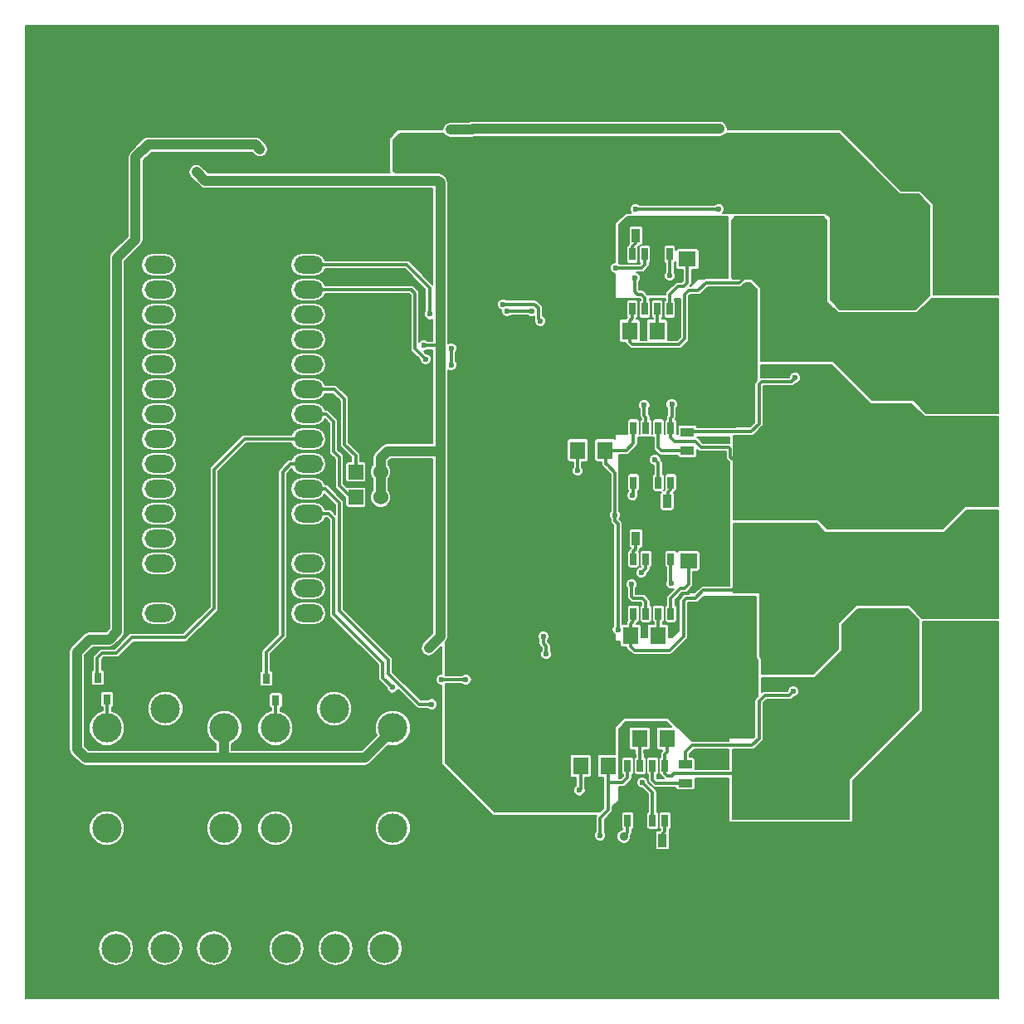
<source format=gbl>
G04 (created by PCBNEW (2013-07-07 BZR 4022)-stable) date 01/04/2014 01:53:02*
%MOIN*%
G04 Gerber Fmt 3.4, Leading zero omitted, Abs format*
%FSLAX34Y34*%
G01*
G70*
G90*
G04 APERTURE LIST*
%ADD10C,0.00590551*%
%ADD11R,0.025X0.05*%
%ADD12R,0.055X0.035*%
%ADD13R,0.035X0.055*%
%ADD14R,0.06X0.06*%
%ADD15C,0.06*%
%ADD16C,0.11811*%
%ADD17R,0.071X0.063*%
%ADD18R,0.063X0.071*%
%ADD19O,0.11811X0.0708661*%
%ADD20O,0.11811X0.11811*%
%ADD21R,0.0315X0.0394*%
%ADD22C,0.023622*%
%ADD23C,0.035*%
%ADD24C,0.011811*%
%ADD25C,0.0393701*%
%ADD26C,0.00787402*%
G04 APERTURE END LIST*
G54D10*
G54D11*
X58580Y-37600D03*
X59080Y-37600D03*
X59580Y-37600D03*
X60080Y-37600D03*
X60080Y-39800D03*
X59580Y-39800D03*
X59080Y-39800D03*
X58580Y-39800D03*
X60041Y-32832D03*
X59541Y-32832D03*
X59041Y-32832D03*
X58541Y-32832D03*
X58541Y-30632D03*
X59041Y-30632D03*
X59541Y-30632D03*
X60041Y-30632D03*
X60080Y-45076D03*
X59580Y-45076D03*
X59080Y-45076D03*
X58580Y-45076D03*
X58580Y-42876D03*
X59080Y-42876D03*
X59580Y-42876D03*
X60080Y-42876D03*
X58344Y-51183D03*
X58844Y-51183D03*
X59344Y-51183D03*
X59844Y-51183D03*
X59844Y-53383D03*
X59344Y-53383D03*
X58844Y-53383D03*
X58344Y-53383D03*
G54D12*
X60669Y-51871D03*
X60669Y-51121D03*
X60748Y-38524D03*
X60748Y-37774D03*
G54D13*
X58680Y-29881D03*
X59430Y-29881D03*
X59941Y-40551D03*
X59191Y-40551D03*
X59745Y-54173D03*
X58995Y-54173D03*
X58680Y-42047D03*
X59430Y-42047D03*
G54D14*
X47425Y-39370D03*
G54D15*
X48425Y-39370D03*
X49425Y-39370D03*
G54D14*
X47425Y-40393D03*
G54D15*
X48425Y-40393D03*
X49425Y-40393D03*
G54D16*
X39783Y-48877D03*
X42145Y-49665D03*
X42145Y-53681D03*
X37421Y-53681D03*
X37421Y-49665D03*
X46555Y-48877D03*
X48917Y-49665D03*
X48917Y-53681D03*
X44192Y-53681D03*
X44192Y-49665D03*
G54D17*
X60787Y-41851D03*
X60787Y-42951D03*
G54D18*
X56457Y-51181D03*
X57557Y-51181D03*
X58820Y-50078D03*
X59920Y-50078D03*
X59565Y-45944D03*
X58465Y-45944D03*
X59526Y-33700D03*
X58426Y-33700D03*
G54D17*
X60748Y-29725D03*
X60748Y-30825D03*
G54D18*
X56339Y-38503D03*
X57439Y-38503D03*
G54D19*
X45519Y-45055D03*
X45519Y-44055D03*
X45519Y-43055D03*
X45519Y-42055D03*
X45519Y-41055D03*
X45519Y-40055D03*
X45519Y-39055D03*
X45519Y-38055D03*
X45519Y-37055D03*
X45519Y-36055D03*
X45519Y-35055D03*
X45519Y-34055D03*
X45519Y-33055D03*
X45519Y-32055D03*
X45519Y-31055D03*
X39519Y-31055D03*
X39519Y-32055D03*
X39519Y-33055D03*
X39519Y-34055D03*
X39519Y-35055D03*
X39519Y-36055D03*
X39519Y-37055D03*
X39519Y-38055D03*
X39519Y-39055D03*
X39519Y-40055D03*
X39519Y-41055D03*
X39519Y-42055D03*
X39519Y-43055D03*
X39519Y-44055D03*
X39519Y-45055D03*
G54D16*
X72598Y-26023D03*
X72598Y-27603D03*
X68598Y-30023D03*
X68598Y-31603D03*
X72598Y-34023D03*
X72598Y-35603D03*
X68598Y-38023D03*
X68598Y-39603D03*
X72588Y-42023D03*
X72593Y-43603D03*
X68598Y-46023D03*
X68598Y-47603D03*
G54D20*
X44645Y-58503D03*
X46614Y-58503D03*
X48582Y-58503D03*
X37795Y-58503D03*
X39763Y-58503D03*
X41732Y-58503D03*
G54D21*
X44212Y-48543D03*
X44587Y-47677D03*
X43837Y-47677D03*
X37440Y-48503D03*
X37815Y-47637D03*
X37065Y-47637D03*
G54D22*
X64133Y-29842D03*
X64133Y-30275D03*
X64133Y-30629D03*
X64133Y-31023D03*
X64133Y-31417D03*
X63622Y-30039D03*
X63622Y-30433D03*
X63622Y-30826D03*
X63622Y-31220D03*
X63228Y-31220D03*
X63228Y-30826D03*
X63228Y-30433D03*
X63228Y-30039D03*
X62834Y-30039D03*
X62834Y-30433D03*
X62834Y-30826D03*
X62834Y-31220D03*
X60118Y-36653D03*
X64133Y-38897D03*
X64133Y-38503D03*
X64133Y-39291D03*
X64133Y-39685D03*
X64133Y-38110D03*
X63622Y-38307D03*
X63622Y-38700D03*
X63622Y-39094D03*
X63622Y-39488D03*
X63228Y-39488D03*
X63228Y-39094D03*
X63228Y-38700D03*
X63228Y-38307D03*
X62834Y-38307D03*
X62834Y-38700D03*
X62834Y-39094D03*
X62834Y-39488D03*
X50236Y-34842D03*
X51259Y-34409D03*
X51259Y-35078D03*
X50393Y-33031D03*
X63228Y-43425D03*
X64173Y-42834D03*
X64173Y-43622D03*
X64173Y-43228D03*
X64173Y-42440D03*
X64173Y-42047D03*
X63622Y-42204D03*
X63622Y-42637D03*
X63622Y-43031D03*
X63622Y-43425D03*
X63228Y-43031D03*
X63228Y-42637D03*
X63228Y-42244D03*
X62834Y-42244D03*
X62834Y-42637D03*
X62834Y-43031D03*
X62834Y-43425D03*
X62834Y-52992D03*
X66889Y-53031D03*
X67086Y-51614D03*
X69842Y-48976D03*
X69842Y-45433D03*
X69527Y-45039D03*
X67716Y-45078D03*
X67125Y-45590D03*
X67165Y-46653D03*
X65984Y-47795D03*
X63897Y-47834D03*
X65314Y-48543D03*
X64763Y-50590D03*
X64763Y-50944D03*
X64763Y-51299D03*
X64763Y-51653D03*
X64763Y-52086D03*
X64763Y-52519D03*
X64409Y-50275D03*
X64015Y-50275D03*
X62834Y-52086D03*
X63622Y-50472D03*
X65275Y-48897D03*
X65236Y-49370D03*
X65236Y-49921D03*
X64921Y-50157D03*
X64921Y-49645D03*
X64921Y-49133D03*
X64921Y-48700D03*
X64133Y-52283D03*
X64133Y-51889D03*
X64133Y-51496D03*
X64133Y-51062D03*
X64133Y-50708D03*
X63622Y-50905D03*
X63622Y-51299D03*
X63622Y-51692D03*
X63622Y-52086D03*
X63228Y-52086D03*
X63228Y-51692D03*
X63228Y-51299D03*
X63228Y-50905D03*
X62834Y-50905D03*
X62834Y-51299D03*
X62834Y-51692D03*
X50472Y-48700D03*
X48897Y-48031D03*
X50866Y-47716D03*
X51850Y-47716D03*
X43582Y-26417D03*
X62047Y-25590D03*
X62007Y-28818D03*
X58661Y-28818D03*
X51220Y-25629D03*
X57480Y-38503D03*
X57952Y-45708D03*
X57559Y-51141D03*
X60748Y-30826D03*
X57834Y-41102D03*
X60787Y-42952D03*
X57244Y-53976D03*
X50157Y-34291D03*
X50354Y-46456D03*
X41023Y-27322D03*
X56417Y-52165D03*
X59448Y-41574D03*
X59212Y-41102D03*
X59448Y-29881D03*
X60000Y-29803D03*
X60157Y-29173D03*
X60748Y-29173D03*
X60748Y-29724D03*
X56338Y-39330D03*
X61850Y-38110D03*
X61456Y-52716D03*
X61850Y-52716D03*
X61850Y-51771D03*
X61850Y-51220D03*
X61850Y-50748D03*
X60787Y-41299D03*
X60787Y-41850D03*
X61850Y-29409D03*
X61850Y-29881D03*
X61850Y-30354D03*
X61850Y-30866D03*
X61850Y-41102D03*
X61850Y-40551D03*
X61850Y-40039D03*
X61102Y-39133D03*
X61850Y-39133D03*
X61850Y-38661D03*
X61850Y-41692D03*
X61850Y-42086D03*
X61850Y-42598D03*
X61850Y-43070D03*
X59094Y-39212D03*
X58622Y-31574D03*
X60039Y-31496D03*
X59015Y-36692D03*
X57874Y-31181D03*
X53503Y-32913D03*
X54488Y-32913D03*
X54842Y-33307D03*
X59448Y-38897D03*
X53346Y-32637D03*
X65078Y-35590D03*
X58543Y-40314D03*
X58503Y-43897D03*
X60097Y-43858D03*
X58897Y-43425D03*
X54960Y-45984D03*
X55078Y-46692D03*
X58937Y-51850D03*
X65000Y-48188D03*
G54D23*
X58188Y-54015D03*
G54D22*
X63503Y-27165D03*
X63976Y-27165D03*
X62992Y-27165D03*
X62440Y-25944D03*
X66811Y-25905D03*
X69212Y-28307D03*
X70000Y-28346D03*
X70393Y-28740D03*
X70354Y-32204D03*
X69842Y-32716D03*
X66929Y-32716D03*
X66653Y-32401D03*
X66535Y-28976D03*
X62559Y-28661D03*
X49763Y-26929D03*
X50393Y-26456D03*
X50787Y-25944D03*
X50748Y-27244D03*
X49133Y-27244D03*
X49173Y-25984D03*
X63267Y-34133D03*
X61220Y-32401D03*
X61220Y-32874D03*
X61220Y-33346D03*
X61220Y-33779D03*
X61220Y-34291D03*
X61850Y-34291D03*
X62559Y-34173D03*
X63267Y-35393D03*
X62716Y-35393D03*
X62204Y-35275D03*
X61653Y-35275D03*
X61259Y-35629D03*
X61259Y-36062D03*
X61259Y-36496D03*
X61259Y-36929D03*
X61259Y-37362D03*
X57637Y-32755D03*
X57637Y-33346D03*
X57637Y-34724D03*
X57637Y-35984D03*
X57637Y-37598D03*
X55708Y-33188D03*
X55669Y-33661D03*
X55669Y-34291D03*
X55669Y-34881D03*
X55669Y-35472D03*
X55669Y-36102D03*
X55669Y-36692D03*
X55669Y-37362D03*
X55944Y-37677D03*
X56496Y-37677D03*
X56968Y-37677D03*
X57283Y-37362D03*
X57283Y-36968D03*
X57283Y-36614D03*
X57283Y-36220D03*
X57283Y-35826D03*
X57283Y-35433D03*
X57283Y-35000D03*
X57283Y-34606D03*
X57283Y-34212D03*
X57283Y-33779D03*
X57283Y-33307D03*
X56929Y-33149D03*
X56456Y-33149D03*
X63228Y-33582D03*
X63228Y-33188D03*
X63228Y-32795D03*
X63228Y-32401D03*
X62834Y-32401D03*
X62834Y-32795D03*
X62834Y-33188D03*
X62834Y-33582D03*
X62440Y-33582D03*
X62440Y-33188D03*
X62440Y-32795D03*
X62440Y-32401D03*
X61929Y-32204D03*
X61929Y-32559D03*
X61929Y-32992D03*
X61929Y-33385D03*
X61929Y-33779D03*
X61929Y-36102D03*
X61929Y-35748D03*
X61929Y-36535D03*
X61929Y-36929D03*
X61929Y-37322D03*
X62440Y-35944D03*
X62440Y-36338D03*
X62440Y-36732D03*
X62440Y-37125D03*
X62834Y-37125D03*
X62834Y-36732D03*
X62834Y-36338D03*
X62834Y-35944D03*
X63228Y-35944D03*
X63228Y-36338D03*
X63228Y-36732D03*
X63228Y-37125D03*
X61299Y-44921D03*
X61299Y-45354D03*
X61299Y-45787D03*
X61299Y-46181D03*
X61299Y-46574D03*
X61692Y-46889D03*
X62244Y-46889D03*
X62637Y-46732D03*
X63267Y-46732D03*
X63188Y-48031D03*
X62598Y-48031D03*
X62125Y-47874D03*
X61653Y-47874D03*
X61299Y-48070D03*
X61299Y-48543D03*
X61299Y-49015D03*
X61299Y-49488D03*
X61299Y-49960D03*
X57519Y-49527D03*
X57519Y-48818D03*
X57519Y-47952D03*
X57480Y-47007D03*
X55905Y-46535D03*
X55944Y-48070D03*
X55944Y-48661D03*
X55944Y-49960D03*
X56456Y-49881D03*
X56456Y-48818D03*
X56456Y-47795D03*
X56456Y-46850D03*
X57165Y-46535D03*
X57165Y-47480D03*
X57165Y-48385D03*
X57165Y-49212D03*
X57165Y-49881D03*
X61929Y-46377D03*
X61929Y-45984D03*
X61929Y-45590D03*
X61929Y-45196D03*
X61929Y-44803D03*
X62440Y-45000D03*
X62440Y-45393D03*
X62440Y-45787D03*
X62440Y-46181D03*
X62834Y-46181D03*
X62834Y-45787D03*
X62834Y-45393D03*
X62834Y-45000D03*
X63228Y-44960D03*
X63228Y-45393D03*
X63228Y-45787D03*
X63228Y-46181D03*
X61929Y-49960D03*
X61929Y-49488D03*
X61929Y-49094D03*
X61929Y-48740D03*
X61929Y-48346D03*
X62440Y-48543D03*
X62440Y-48937D03*
X62440Y-49330D03*
X62440Y-49724D03*
X62834Y-49724D03*
X62834Y-49330D03*
X62834Y-48937D03*
X62834Y-48543D03*
X63228Y-48543D03*
X63228Y-48937D03*
X63228Y-49330D03*
X63228Y-49724D03*
G54D24*
X45519Y-39055D02*
X44803Y-39055D01*
X43818Y-47677D02*
X43837Y-47677D01*
X43818Y-46614D02*
X43818Y-47677D01*
X44488Y-45944D02*
X43818Y-46614D01*
X44488Y-39370D02*
X44488Y-45944D01*
X44803Y-39055D02*
X44488Y-39370D01*
X45519Y-38055D02*
X42968Y-38055D01*
X37047Y-47637D02*
X37065Y-47637D01*
X37047Y-46850D02*
X37047Y-47637D01*
X37244Y-46653D02*
X37047Y-46850D01*
X37795Y-46653D02*
X37244Y-46653D01*
X38425Y-46023D02*
X37795Y-46653D01*
X40551Y-46023D02*
X38425Y-46023D01*
X41732Y-44842D02*
X40551Y-46023D01*
X41732Y-39291D02*
X41732Y-44842D01*
X42968Y-38055D02*
X41732Y-39291D01*
X64173Y-30590D02*
X64133Y-30275D01*
X64133Y-30629D02*
X64173Y-30590D01*
X64133Y-31417D02*
X64133Y-31023D01*
X63622Y-30433D02*
X63622Y-30039D01*
X63622Y-31220D02*
X63622Y-30826D01*
X63228Y-30826D02*
X63228Y-31220D01*
X63228Y-30039D02*
X63228Y-30433D01*
X62834Y-30433D02*
X62834Y-30039D01*
X62834Y-31220D02*
X62834Y-30826D01*
X58426Y-33700D02*
X58426Y-34135D01*
X62952Y-31653D02*
X62952Y-31062D01*
X62834Y-31771D02*
X62952Y-31653D01*
X61496Y-31771D02*
X62834Y-31771D01*
X61181Y-32086D02*
X61496Y-31771D01*
X60787Y-32086D02*
X61181Y-32086D01*
X60629Y-32244D02*
X60787Y-32086D01*
X60629Y-34015D02*
X60629Y-32244D01*
X60393Y-34251D02*
X60629Y-34015D01*
X58543Y-34251D02*
X60393Y-34251D01*
X58426Y-34135D02*
X58543Y-34251D01*
X58541Y-32832D02*
X58541Y-33190D01*
X58425Y-33700D02*
X58426Y-33700D01*
X58425Y-33307D02*
X58425Y-33700D01*
X58541Y-33190D02*
X58425Y-33307D01*
X60080Y-37600D02*
X60080Y-37202D01*
X60118Y-37165D02*
X60118Y-36653D01*
X60080Y-37202D02*
X60118Y-37165D01*
X64133Y-39291D02*
X64133Y-38503D01*
X64133Y-38110D02*
X64133Y-39685D01*
X63622Y-38700D02*
X63622Y-38307D01*
X63622Y-39488D02*
X63622Y-39094D01*
X63228Y-39094D02*
X63228Y-39488D01*
X63228Y-38307D02*
X63228Y-38700D01*
X62834Y-38700D02*
X62834Y-38307D01*
X62834Y-39488D02*
X62834Y-39094D01*
X60080Y-37600D02*
X60080Y-37994D01*
X62598Y-38897D02*
X63267Y-38897D01*
X62480Y-38779D02*
X62598Y-38897D01*
X62480Y-38464D02*
X62480Y-38779D01*
X62401Y-38385D02*
X62480Y-38464D01*
X61299Y-38385D02*
X62401Y-38385D01*
X61062Y-38149D02*
X61299Y-38385D01*
X60236Y-38149D02*
X61062Y-38149D01*
X60080Y-37994D02*
X60236Y-38149D01*
X45519Y-32055D02*
X49653Y-32055D01*
X49803Y-34409D02*
X50236Y-34842D01*
X49803Y-32204D02*
X49803Y-34409D01*
X49653Y-32055D02*
X49803Y-32204D01*
X51259Y-35078D02*
X51259Y-34409D01*
X45519Y-31055D02*
X49480Y-31055D01*
X50393Y-31968D02*
X50393Y-33031D01*
X49480Y-31055D02*
X50393Y-31968D01*
X58465Y-45944D02*
X58465Y-46379D01*
X62519Y-44133D02*
X63228Y-43425D01*
X61377Y-44133D02*
X62519Y-44133D01*
X61062Y-44448D02*
X61377Y-44133D01*
X60708Y-44448D02*
X61062Y-44448D01*
X60590Y-44566D02*
X60708Y-44448D01*
X60590Y-45984D02*
X60590Y-44566D01*
X60039Y-46535D02*
X60590Y-45984D01*
X58622Y-46535D02*
X60039Y-46535D01*
X58465Y-46379D02*
X58622Y-46535D01*
X64173Y-42834D02*
X64173Y-42874D01*
X58580Y-45076D02*
X58580Y-45356D01*
X58465Y-45471D02*
X58465Y-45944D01*
X58580Y-45356D02*
X58465Y-45471D01*
X64015Y-50275D02*
X63818Y-50275D01*
X66889Y-53031D02*
X67086Y-52834D01*
X67086Y-52834D02*
X67086Y-51614D01*
X69842Y-48976D02*
X69842Y-45433D01*
X69527Y-45039D02*
X69488Y-45078D01*
X69488Y-45078D02*
X67716Y-45078D01*
X67125Y-45590D02*
X67165Y-45629D01*
X67165Y-45629D02*
X67165Y-46653D01*
X65984Y-47795D02*
X65944Y-47834D01*
X65944Y-47834D02*
X63897Y-47834D01*
X65314Y-48543D02*
X65551Y-48779D01*
X65551Y-48779D02*
X65551Y-49803D01*
X65551Y-49803D02*
X64763Y-50590D01*
X64763Y-50944D02*
X64763Y-51299D01*
X64763Y-51653D02*
X64763Y-52086D01*
X64763Y-52519D02*
X65118Y-52165D01*
X65118Y-52165D02*
X65118Y-50708D01*
X65118Y-50708D02*
X64685Y-50275D01*
X64685Y-50275D02*
X64409Y-50275D01*
X62834Y-52086D02*
X62834Y-52992D01*
X63818Y-50275D02*
X63622Y-50472D01*
X59844Y-51183D02*
X59844Y-50706D01*
X59921Y-50118D02*
X59920Y-50078D01*
X59921Y-50629D02*
X59921Y-50118D01*
X59844Y-50706D02*
X59921Y-50629D01*
X59844Y-51183D02*
X59844Y-51498D01*
X60196Y-51496D02*
X63267Y-51496D01*
X60118Y-51574D02*
X60196Y-51496D01*
X59921Y-51574D02*
X60118Y-51574D01*
X59844Y-51498D02*
X59921Y-51574D01*
X65236Y-49921D02*
X65236Y-49370D01*
X64921Y-49645D02*
X64921Y-50157D01*
X64921Y-48700D02*
X64921Y-49133D01*
X45519Y-40055D02*
X46196Y-40055D01*
X49960Y-48700D02*
X50472Y-48700D01*
X48740Y-47480D02*
X49960Y-48700D01*
X48740Y-46929D02*
X48740Y-47480D01*
X46771Y-44960D02*
X48740Y-46929D01*
X46771Y-40629D02*
X46771Y-44960D01*
X46196Y-40055D02*
X46771Y-40629D01*
X45519Y-41055D02*
X46330Y-41055D01*
X48503Y-47637D02*
X48897Y-48031D01*
X48503Y-47047D02*
X48503Y-47637D01*
X46535Y-45078D02*
X48503Y-47047D01*
X46535Y-41259D02*
X46535Y-45078D01*
X46330Y-41055D02*
X46535Y-41259D01*
X51850Y-47716D02*
X50866Y-47716D01*
X47425Y-39370D02*
X47425Y-38724D01*
X45511Y-36062D02*
X45519Y-36055D01*
X46574Y-36062D02*
X45511Y-36062D01*
X46968Y-36456D02*
X46574Y-36062D01*
X46968Y-38267D02*
X46968Y-36456D01*
X47425Y-38724D02*
X46968Y-38267D01*
X46535Y-37598D02*
X46535Y-37362D01*
X47244Y-40393D02*
X46771Y-39921D01*
X46771Y-39921D02*
X46771Y-38779D01*
X46771Y-38779D02*
X46535Y-38543D01*
X46535Y-38543D02*
X46535Y-37598D01*
X47425Y-40393D02*
X47244Y-40393D01*
X45511Y-37047D02*
X45519Y-37055D01*
X46220Y-37047D02*
X45511Y-37047D01*
X46535Y-37362D02*
X46220Y-37047D01*
X45551Y-37047D02*
X45519Y-37055D01*
G54D25*
X39094Y-26220D02*
X38582Y-26732D01*
X43582Y-26417D02*
X43385Y-26220D01*
X43385Y-26220D02*
X39094Y-26220D01*
X36220Y-50511D02*
X36574Y-50866D01*
X36574Y-50866D02*
X42125Y-50866D01*
X36220Y-46614D02*
X36220Y-50511D01*
X36732Y-46102D02*
X36220Y-46614D01*
X37519Y-46102D02*
X36732Y-46102D01*
X37834Y-45787D02*
X37519Y-46102D01*
X37834Y-30787D02*
X37834Y-45787D01*
X38582Y-30039D02*
X37834Y-30787D01*
X38582Y-26732D02*
X38582Y-30039D01*
X42125Y-50866D02*
X42125Y-49685D01*
G54D24*
X42165Y-49645D02*
X42145Y-49665D01*
X42125Y-49685D02*
X42165Y-49645D01*
X48917Y-49665D02*
X48937Y-49724D01*
G54D25*
X47795Y-50866D02*
X48937Y-49724D01*
X42125Y-50866D02*
X47795Y-50866D01*
X52204Y-25590D02*
X62047Y-25590D01*
G54D24*
X62007Y-28818D02*
X58661Y-28818D01*
G54D25*
X52125Y-25590D02*
X52204Y-25590D01*
G54D24*
X52086Y-25629D02*
X52125Y-25590D01*
G54D25*
X51220Y-25629D02*
X52086Y-25629D01*
G54D24*
X57480Y-38503D02*
X57439Y-38503D01*
X57557Y-51181D02*
X57559Y-51141D01*
X57834Y-41338D02*
X57834Y-41102D01*
X57952Y-41456D02*
X57834Y-41338D01*
X57952Y-42755D02*
X57952Y-41456D01*
X57952Y-45708D02*
X57952Y-42755D01*
X60551Y-31929D02*
X60590Y-31929D01*
X60590Y-31929D02*
X60748Y-31771D01*
X60748Y-31771D02*
X60748Y-30826D01*
X60041Y-32832D02*
X60041Y-32242D01*
X60354Y-31929D02*
X60551Y-31929D01*
X60041Y-32242D02*
X60354Y-31929D01*
X57480Y-38543D02*
X57439Y-38503D01*
X57480Y-39055D02*
X57480Y-38543D01*
X57559Y-39133D02*
X57480Y-39055D01*
X57834Y-39409D02*
X57559Y-39133D01*
X57834Y-41102D02*
X57834Y-39409D01*
X60787Y-42952D02*
X60787Y-42951D01*
X58344Y-51183D02*
X58344Y-51655D01*
X57559Y-51850D02*
X57557Y-51850D01*
X58149Y-51850D02*
X57559Y-51850D01*
X58344Y-51655D02*
X58149Y-51850D01*
X57439Y-38503D02*
X58307Y-38503D01*
X58582Y-37598D02*
X58580Y-37600D01*
X58582Y-38228D02*
X58582Y-37598D01*
X58307Y-38503D02*
X58582Y-38228D01*
X57557Y-51181D02*
X57557Y-51850D01*
X57557Y-51850D02*
X57557Y-52953D01*
X57244Y-53267D02*
X57244Y-53976D01*
X57557Y-52953D02*
X57244Y-53267D01*
X60080Y-45076D02*
X60080Y-44446D01*
X60787Y-42992D02*
X60787Y-42951D01*
X60787Y-43897D02*
X60787Y-42992D01*
X60629Y-44055D02*
X60787Y-43897D01*
X60472Y-44055D02*
X60629Y-44055D01*
X60080Y-44446D02*
X60472Y-44055D01*
X48425Y-40393D02*
X48425Y-39370D01*
X50826Y-34291D02*
X50708Y-34291D01*
X50708Y-34291D02*
X50157Y-34291D01*
G54D25*
X50826Y-38582D02*
X50826Y-45984D01*
X50826Y-45984D02*
X50354Y-46456D01*
X50826Y-34173D02*
X50826Y-34291D01*
X50826Y-27755D02*
X50826Y-34173D01*
X50748Y-27677D02*
X50826Y-27755D01*
X41377Y-27677D02*
X50748Y-27677D01*
X41023Y-27322D02*
X41377Y-27677D01*
X50826Y-34291D02*
X50826Y-38582D01*
X48425Y-38818D02*
X48425Y-40393D01*
X48700Y-38543D02*
X48425Y-38818D01*
X50787Y-38543D02*
X48700Y-38543D01*
G54D24*
X50826Y-38582D02*
X50787Y-38543D01*
X56457Y-51181D02*
X56457Y-52124D01*
X56457Y-52124D02*
X56417Y-52165D01*
X59080Y-39800D02*
X59080Y-40104D01*
X59448Y-41574D02*
X59448Y-42047D01*
X59212Y-40236D02*
X59212Y-41102D01*
X59080Y-40104D02*
X59212Y-40236D01*
X59448Y-42047D02*
X59430Y-42047D01*
X60748Y-29725D02*
X60748Y-29724D01*
X59921Y-29881D02*
X59448Y-29881D01*
X60000Y-29803D02*
X59921Y-29881D01*
X60748Y-29173D02*
X60157Y-29173D01*
X56339Y-38503D02*
X56339Y-39329D01*
X56339Y-39329D02*
X56338Y-39330D01*
X59541Y-30632D02*
X59541Y-30368D01*
X59448Y-29921D02*
X59430Y-29881D01*
X59448Y-30275D02*
X59448Y-29921D01*
X59541Y-30368D02*
X59448Y-30275D01*
X61850Y-51771D02*
X61850Y-52716D01*
X61850Y-50748D02*
X61850Y-51220D01*
X60787Y-41851D02*
X60787Y-41850D01*
X61850Y-29881D02*
X61850Y-29409D01*
X61850Y-30866D02*
X61850Y-30354D01*
X61850Y-39133D02*
X61850Y-40039D01*
X61850Y-40551D02*
X61850Y-41102D01*
X61850Y-38661D02*
X61850Y-39133D01*
X61850Y-42086D02*
X61850Y-41692D01*
X61850Y-43070D02*
X61850Y-42598D01*
X59580Y-42876D02*
X59580Y-42494D01*
X59580Y-42494D02*
X59448Y-42362D01*
X59448Y-42362D02*
X59448Y-42047D01*
X59448Y-42047D02*
X59430Y-42047D01*
X59080Y-39800D02*
X59080Y-39226D01*
X59080Y-39226D02*
X59094Y-39212D01*
X58844Y-53383D02*
X58844Y-53687D01*
X58976Y-54173D02*
X58995Y-54173D01*
X58976Y-53818D02*
X58976Y-54173D01*
X58844Y-53687D02*
X58976Y-53818D01*
X37440Y-48503D02*
X37440Y-49645D01*
X37440Y-49645D02*
X37421Y-49665D01*
X44212Y-48543D02*
X44212Y-49606D01*
X44173Y-49645D02*
X44192Y-49665D01*
X44212Y-49606D02*
X44173Y-49645D01*
X59541Y-32832D02*
X59541Y-33647D01*
X59527Y-33661D02*
X59526Y-33700D01*
X59541Y-33647D02*
X59527Y-33661D01*
X59041Y-32832D02*
X59041Y-32387D01*
X58622Y-32125D02*
X58622Y-31574D01*
X58740Y-32244D02*
X58622Y-32125D01*
X58897Y-32244D02*
X58740Y-32244D01*
X59041Y-32387D02*
X58897Y-32244D01*
X60041Y-30632D02*
X60041Y-31494D01*
X60041Y-31494D02*
X60039Y-31496D01*
X60748Y-38524D02*
X59705Y-38524D01*
X59566Y-37559D02*
X59580Y-37600D01*
X59566Y-38385D02*
X59566Y-37559D01*
X59705Y-38524D02*
X59566Y-38385D01*
X59080Y-37600D02*
X59080Y-37190D01*
X59015Y-37125D02*
X59015Y-36692D01*
X59080Y-37190D02*
X59015Y-37125D01*
X59041Y-31037D02*
X59041Y-30632D01*
X58897Y-31181D02*
X57874Y-31181D01*
X59041Y-31037D02*
X58897Y-31181D01*
X54488Y-32913D02*
X53503Y-32913D01*
X54763Y-33228D02*
X54763Y-32795D01*
X54842Y-33307D02*
X54763Y-33228D01*
X59580Y-39800D02*
X59580Y-39029D01*
X59580Y-39029D02*
X59448Y-38897D01*
X54606Y-32637D02*
X53346Y-32637D01*
X54763Y-32795D02*
X54606Y-32637D01*
X60748Y-37716D02*
X60748Y-37774D01*
X60748Y-37755D02*
X60748Y-37716D01*
X63307Y-37755D02*
X60748Y-37755D01*
X63622Y-37440D02*
X63307Y-37755D01*
X63622Y-35866D02*
X63622Y-37440D01*
X63740Y-35748D02*
X63622Y-35866D01*
X64921Y-35748D02*
X63740Y-35748D01*
X65078Y-35590D02*
X64921Y-35748D01*
X58580Y-39800D02*
X58580Y-40277D01*
X58580Y-40277D02*
X58543Y-40314D01*
X60080Y-39800D02*
X60080Y-40076D01*
X59960Y-40590D02*
X59941Y-40551D01*
X59960Y-40196D02*
X59960Y-40590D01*
X60080Y-40076D02*
X59960Y-40196D01*
X58541Y-30632D02*
X58541Y-30316D01*
X58661Y-29881D02*
X58680Y-29881D01*
X58661Y-30196D02*
X58661Y-29881D01*
X58541Y-30316D02*
X58661Y-30196D01*
X59080Y-45076D02*
X59080Y-44592D01*
X58503Y-44370D02*
X58503Y-43897D01*
X58582Y-44448D02*
X58503Y-44370D01*
X58937Y-44448D02*
X58582Y-44448D01*
X59080Y-44592D02*
X58937Y-44448D01*
X59565Y-45944D02*
X59565Y-45512D01*
X59580Y-45498D02*
X59580Y-45076D01*
X59565Y-45512D02*
X59580Y-45498D01*
X60080Y-42876D02*
X60080Y-43841D01*
X60080Y-43841D02*
X60097Y-43858D01*
X60669Y-51871D02*
X59469Y-51871D01*
X59344Y-51746D02*
X59344Y-51183D01*
X59469Y-51871D02*
X59344Y-51746D01*
X58844Y-51183D02*
X58844Y-50722D01*
X58818Y-50118D02*
X58820Y-50078D01*
X58818Y-50696D02*
X58818Y-50118D01*
X58844Y-50722D02*
X58818Y-50696D01*
X59080Y-42876D02*
X59080Y-43242D01*
X59080Y-43242D02*
X58897Y-43425D01*
X59344Y-53383D02*
X59344Y-52257D01*
X54960Y-46259D02*
X54960Y-45984D01*
X55078Y-46377D02*
X54960Y-46259D01*
X55078Y-46692D02*
X55078Y-46377D01*
X59344Y-52257D02*
X58937Y-51850D01*
X60669Y-51121D02*
X60669Y-50629D01*
X60669Y-50629D02*
X60944Y-50354D01*
X60944Y-50354D02*
X63346Y-50354D01*
X63346Y-50354D02*
X63622Y-50078D01*
X63622Y-50078D02*
X63622Y-48582D01*
X63622Y-48582D02*
X63858Y-48346D01*
X63858Y-48346D02*
X64842Y-48346D01*
X64842Y-48346D02*
X65000Y-48188D01*
X58344Y-53383D02*
X58344Y-53860D01*
X58344Y-53860D02*
X58188Y-54015D01*
X59844Y-53383D02*
X59844Y-53816D01*
X59763Y-54133D02*
X59745Y-54173D01*
X59763Y-53897D02*
X59763Y-54133D01*
X59844Y-53816D02*
X59763Y-53897D01*
X58580Y-42876D02*
X58580Y-42561D01*
X58661Y-42086D02*
X58680Y-42047D01*
X58661Y-42480D02*
X58661Y-42086D01*
X58580Y-42561D02*
X58661Y-42480D01*
X62992Y-27165D02*
X63976Y-27165D01*
X66771Y-25944D02*
X62440Y-25944D01*
X66811Y-25905D02*
X66771Y-25944D01*
X69960Y-28307D02*
X69212Y-28307D01*
X70000Y-28346D02*
X69960Y-28307D01*
X70393Y-32165D02*
X70393Y-28740D01*
X70354Y-32204D02*
X70393Y-32165D01*
X66929Y-32716D02*
X69842Y-32716D01*
X66653Y-29094D02*
X66653Y-32401D01*
X66535Y-28976D02*
X66653Y-29094D01*
X62559Y-28110D02*
X62559Y-28661D01*
X63503Y-27165D02*
X62559Y-28110D01*
X49921Y-26929D02*
X49763Y-26929D01*
X50393Y-26456D02*
X49921Y-26929D01*
X50787Y-27204D02*
X50787Y-25944D01*
X50748Y-27244D02*
X50787Y-27204D01*
X49133Y-26023D02*
X49133Y-27244D01*
X49173Y-25984D02*
X49133Y-26023D01*
X61220Y-32401D02*
X61220Y-32874D01*
X61220Y-33346D02*
X61220Y-33779D01*
X61220Y-34291D02*
X61850Y-34291D01*
X62559Y-34173D02*
X62598Y-34133D01*
X63267Y-34133D02*
X62598Y-34133D01*
X61929Y-36535D02*
X61929Y-36692D01*
X62716Y-35393D02*
X63267Y-35393D01*
X61653Y-35275D02*
X62204Y-35275D01*
X61259Y-36062D02*
X61259Y-35629D01*
X61259Y-36929D02*
X61259Y-36496D01*
X61929Y-36692D02*
X61259Y-37362D01*
X57637Y-34724D02*
X57637Y-33346D01*
X57637Y-37598D02*
X57637Y-35984D01*
X55708Y-33188D02*
X55669Y-33228D01*
X55669Y-33228D02*
X55669Y-33661D01*
X55669Y-34291D02*
X55669Y-34881D01*
X55669Y-35472D02*
X55669Y-36102D01*
X55669Y-36692D02*
X55669Y-37362D01*
X55944Y-37677D02*
X56496Y-37677D01*
X56968Y-37677D02*
X57283Y-37362D01*
X57283Y-36968D02*
X57283Y-36614D01*
X57283Y-36220D02*
X57283Y-35826D01*
X57283Y-35433D02*
X57283Y-35000D01*
X57283Y-34606D02*
X57283Y-34212D01*
X57283Y-33779D02*
X57283Y-33307D01*
X56929Y-33149D02*
X56456Y-33149D01*
X63228Y-32795D02*
X63228Y-33188D01*
X62834Y-32401D02*
X63228Y-32401D01*
X62834Y-33188D02*
X62834Y-32795D01*
X62440Y-33582D02*
X62834Y-33582D01*
X62440Y-32795D02*
X62440Y-33188D01*
X62165Y-32401D02*
X62440Y-32401D01*
X61929Y-32204D02*
X62165Y-32401D01*
X61968Y-32952D02*
X61929Y-32559D01*
X61929Y-32992D02*
X61968Y-32952D01*
X61929Y-33779D02*
X61929Y-33385D01*
X61929Y-36535D02*
X61929Y-36535D01*
X61929Y-36535D02*
X61929Y-35748D01*
X61929Y-37322D02*
X61929Y-36929D01*
X62440Y-36338D02*
X62440Y-35944D01*
X62440Y-37125D02*
X62440Y-36732D01*
X62834Y-36732D02*
X62834Y-37125D01*
X62834Y-35944D02*
X62834Y-36338D01*
X63228Y-36338D02*
X63228Y-35944D01*
X63228Y-37125D02*
X63228Y-36732D01*
X61299Y-45787D02*
X61299Y-45354D01*
X61299Y-46574D02*
X61299Y-46181D01*
X62244Y-46889D02*
X61692Y-46889D01*
X63267Y-46732D02*
X62637Y-46732D01*
X62598Y-48031D02*
X63188Y-48031D01*
X61653Y-47874D02*
X62125Y-47874D01*
X61299Y-48543D02*
X61299Y-48070D01*
X61299Y-49488D02*
X61299Y-49015D01*
X60236Y-48897D02*
X61299Y-49960D01*
X58149Y-48897D02*
X60236Y-48897D01*
X57519Y-49527D02*
X58149Y-48897D01*
X57519Y-47952D02*
X57519Y-48818D01*
X56377Y-47007D02*
X57480Y-47007D01*
X55905Y-46535D02*
X56377Y-47007D01*
X55944Y-48661D02*
X55944Y-48070D01*
X56377Y-49960D02*
X55944Y-49960D01*
X56456Y-49881D02*
X56377Y-49960D01*
X56456Y-47795D02*
X56456Y-48818D01*
X56850Y-46850D02*
X56456Y-46850D01*
X57165Y-46535D02*
X56850Y-46850D01*
X57165Y-48385D02*
X57165Y-47480D01*
X57165Y-49881D02*
X57165Y-49212D01*
G54D10*
G36*
X70039Y-48920D02*
X67244Y-51715D01*
X67244Y-53307D01*
X62559Y-53307D01*
X62559Y-50531D01*
X63346Y-50531D01*
X63414Y-50518D01*
X63414Y-50518D01*
X63471Y-50479D01*
X63747Y-50204D01*
X63785Y-50146D01*
X63799Y-50078D01*
X63799Y-48656D01*
X63931Y-48523D01*
X64842Y-48523D01*
X64910Y-48510D01*
X64910Y-48510D01*
X64967Y-48471D01*
X65014Y-48425D01*
X65046Y-48425D01*
X65133Y-48389D01*
X65200Y-48322D01*
X65236Y-48236D01*
X65236Y-48142D01*
X65200Y-48055D01*
X65133Y-47988D01*
X65047Y-47952D01*
X64953Y-47952D01*
X64866Y-47988D01*
X64799Y-48054D01*
X64763Y-48141D01*
X64763Y-48169D01*
X63858Y-48169D01*
X63790Y-48182D01*
X63740Y-48216D01*
X63740Y-47637D01*
X65882Y-47637D01*
X66968Y-46551D01*
X66968Y-45528D01*
X67614Y-44881D01*
X69589Y-44881D01*
X70039Y-45331D01*
X70039Y-48920D01*
X70039Y-48920D01*
G37*
G54D26*
X70039Y-48920D02*
X67244Y-51715D01*
X67244Y-53307D01*
X62559Y-53307D01*
X62559Y-50531D01*
X63346Y-50531D01*
X63414Y-50518D01*
X63414Y-50518D01*
X63471Y-50479D01*
X63747Y-50204D01*
X63785Y-50146D01*
X63799Y-50078D01*
X63799Y-48656D01*
X63931Y-48523D01*
X64842Y-48523D01*
X64910Y-48510D01*
X64910Y-48510D01*
X64967Y-48471D01*
X65014Y-48425D01*
X65046Y-48425D01*
X65133Y-48389D01*
X65200Y-48322D01*
X65236Y-48236D01*
X65236Y-48142D01*
X65200Y-48055D01*
X65133Y-47988D01*
X65047Y-47952D01*
X64953Y-47952D01*
X64866Y-47988D01*
X64799Y-48054D01*
X64763Y-48141D01*
X64763Y-48169D01*
X63858Y-48169D01*
X63790Y-48182D01*
X63740Y-48216D01*
X63740Y-47637D01*
X65882Y-47637D01*
X66968Y-46551D01*
X66968Y-45528D01*
X67614Y-44881D01*
X69589Y-44881D01*
X70039Y-45331D01*
X70039Y-48920D01*
G54D10*
G36*
X70472Y-32267D02*
X69904Y-32834D01*
X66866Y-32834D01*
X66496Y-32464D01*
X66496Y-29156D01*
X66315Y-28976D01*
X62184Y-28976D01*
X62208Y-28952D01*
X62244Y-28866D01*
X62244Y-28772D01*
X62208Y-28685D01*
X62141Y-28618D01*
X62055Y-28582D01*
X61961Y-28582D01*
X61874Y-28618D01*
X61850Y-28641D01*
X58818Y-28641D01*
X58795Y-28618D01*
X58708Y-28582D01*
X58614Y-28582D01*
X58527Y-28618D01*
X58461Y-28684D01*
X58425Y-28771D01*
X58425Y-28865D01*
X58461Y-28952D01*
X58484Y-28976D01*
X58251Y-28976D01*
X57834Y-29393D01*
X57834Y-30944D01*
X57827Y-30944D01*
X57740Y-30980D01*
X57673Y-31047D01*
X57637Y-31133D01*
X57637Y-31227D01*
X57673Y-31314D01*
X57740Y-31381D01*
X57826Y-31417D01*
X57834Y-31417D01*
X57834Y-32401D01*
X58663Y-32401D01*
X58663Y-32401D01*
X58672Y-32407D01*
X58672Y-32407D01*
X58740Y-32421D01*
X58824Y-32421D01*
X58864Y-32461D01*
X58864Y-32476D01*
X58849Y-32482D01*
X58816Y-32515D01*
X58798Y-32558D01*
X58798Y-32605D01*
X58798Y-33105D01*
X58816Y-33149D01*
X58849Y-33182D01*
X58892Y-33200D01*
X58939Y-33200D01*
X59189Y-33200D01*
X59233Y-33182D01*
X59266Y-33149D01*
X59284Y-33105D01*
X59284Y-33058D01*
X59284Y-32558D01*
X59266Y-32515D01*
X59233Y-32482D01*
X59218Y-32476D01*
X59218Y-32401D01*
X59864Y-32401D01*
X59864Y-32476D01*
X59849Y-32482D01*
X59816Y-32515D01*
X59798Y-32558D01*
X59798Y-32605D01*
X59798Y-33105D01*
X59816Y-33149D01*
X59849Y-33182D01*
X59892Y-33200D01*
X59939Y-33200D01*
X60189Y-33200D01*
X60233Y-33182D01*
X60266Y-33149D01*
X60284Y-33105D01*
X60284Y-33058D01*
X60284Y-32558D01*
X60266Y-32515D01*
X60233Y-32482D01*
X60218Y-32476D01*
X60218Y-32401D01*
X60452Y-32401D01*
X60452Y-33942D01*
X60320Y-34074D01*
X59959Y-34074D01*
X59959Y-34032D01*
X59959Y-33322D01*
X59941Y-33278D01*
X59908Y-33245D01*
X59864Y-33227D01*
X59817Y-33227D01*
X59718Y-33227D01*
X59718Y-33188D01*
X59733Y-33182D01*
X59766Y-33149D01*
X59784Y-33105D01*
X59784Y-33058D01*
X59784Y-32558D01*
X59766Y-32515D01*
X59733Y-32482D01*
X59689Y-32464D01*
X59642Y-32464D01*
X59392Y-32464D01*
X59349Y-32482D01*
X59316Y-32515D01*
X59298Y-32558D01*
X59298Y-32605D01*
X59298Y-33105D01*
X59316Y-33149D01*
X59349Y-33182D01*
X59364Y-33188D01*
X59364Y-33227D01*
X59187Y-33227D01*
X59144Y-33245D01*
X59111Y-33278D01*
X59093Y-33322D01*
X59093Y-33369D01*
X59093Y-34074D01*
X58859Y-34074D01*
X58859Y-34032D01*
X58859Y-33322D01*
X58841Y-33278D01*
X58808Y-33245D01*
X58764Y-33227D01*
X58717Y-33227D01*
X58711Y-33227D01*
X58718Y-33190D01*
X58718Y-33188D01*
X58733Y-33182D01*
X58766Y-33149D01*
X58784Y-33105D01*
X58784Y-33058D01*
X58784Y-32558D01*
X58766Y-32515D01*
X58733Y-32482D01*
X58689Y-32464D01*
X58642Y-32464D01*
X58392Y-32464D01*
X58349Y-32482D01*
X58316Y-32515D01*
X58298Y-32558D01*
X58298Y-32605D01*
X58298Y-33105D01*
X58316Y-33149D01*
X58324Y-33157D01*
X58299Y-33181D01*
X58269Y-33227D01*
X58087Y-33227D01*
X58044Y-33245D01*
X58011Y-33278D01*
X57993Y-33322D01*
X57993Y-33369D01*
X57993Y-34079D01*
X58011Y-34122D01*
X58044Y-34155D01*
X58087Y-34173D01*
X58134Y-34173D01*
X58256Y-34173D01*
X58262Y-34202D01*
X58301Y-34260D01*
X58418Y-34377D01*
X58475Y-34415D01*
X58543Y-34429D01*
X60393Y-34429D01*
X60461Y-34415D01*
X60461Y-34415D01*
X60518Y-34377D01*
X60755Y-34141D01*
X60793Y-34083D01*
X60793Y-34083D01*
X60807Y-34015D01*
X60807Y-32317D01*
X60860Y-32263D01*
X61181Y-32263D01*
X61248Y-32250D01*
X61248Y-32250D01*
X61306Y-32211D01*
X61569Y-31948D01*
X62834Y-31948D01*
X62902Y-31935D01*
X62902Y-31935D01*
X62959Y-31896D01*
X63078Y-31778D01*
X63082Y-31771D01*
X63251Y-31771D01*
X63543Y-32063D01*
X63543Y-35694D01*
X63496Y-35740D01*
X63458Y-35798D01*
X63444Y-35866D01*
X63444Y-37367D01*
X63253Y-37559D01*
X62700Y-37559D01*
X62680Y-37578D01*
X61141Y-37578D01*
X61141Y-37576D01*
X61123Y-37532D01*
X61090Y-37499D01*
X61046Y-37481D01*
X60999Y-37481D01*
X60449Y-37481D01*
X60406Y-37499D01*
X60372Y-37532D01*
X60354Y-37576D01*
X60354Y-37622D01*
X60354Y-37834D01*
X60323Y-37834D01*
X60323Y-37827D01*
X60323Y-37327D01*
X60305Y-37283D01*
X60272Y-37250D01*
X60270Y-37249D01*
X60281Y-37233D01*
X60295Y-37165D01*
X60295Y-36810D01*
X60318Y-36787D01*
X60354Y-36700D01*
X60354Y-36606D01*
X60318Y-36519D01*
X60252Y-36453D01*
X60165Y-36417D01*
X60071Y-36417D01*
X59984Y-36453D01*
X59917Y-36519D01*
X59881Y-36606D01*
X59881Y-36700D01*
X59917Y-36787D01*
X59940Y-36810D01*
X59940Y-37099D01*
X59917Y-37134D01*
X59903Y-37202D01*
X59903Y-37244D01*
X59888Y-37250D01*
X59855Y-37283D01*
X59837Y-37327D01*
X59837Y-37374D01*
X59837Y-37834D01*
X59823Y-37834D01*
X59823Y-37827D01*
X59823Y-37327D01*
X59805Y-37283D01*
X59772Y-37250D01*
X59729Y-37232D01*
X59682Y-37232D01*
X59432Y-37232D01*
X59388Y-37250D01*
X59355Y-37283D01*
X59337Y-37327D01*
X59337Y-37374D01*
X59337Y-37834D01*
X59323Y-37834D01*
X59323Y-37827D01*
X59323Y-37327D01*
X59305Y-37283D01*
X59272Y-37250D01*
X59257Y-37244D01*
X59257Y-37190D01*
X59244Y-37123D01*
X59205Y-37065D01*
X59192Y-37052D01*
X59192Y-36849D01*
X59215Y-36826D01*
X59251Y-36740D01*
X59252Y-36646D01*
X59216Y-36559D01*
X59149Y-36492D01*
X59062Y-36456D01*
X58968Y-36456D01*
X58882Y-36492D01*
X58815Y-36558D01*
X58779Y-36645D01*
X58779Y-36739D01*
X58815Y-36826D01*
X58838Y-36849D01*
X58838Y-37125D01*
X58852Y-37193D01*
X58889Y-37250D01*
X58888Y-37250D01*
X58855Y-37283D01*
X58837Y-37327D01*
X58837Y-37374D01*
X58837Y-37834D01*
X58823Y-37834D01*
X58823Y-37827D01*
X58823Y-37327D01*
X58805Y-37283D01*
X58772Y-37250D01*
X58729Y-37232D01*
X58682Y-37232D01*
X58432Y-37232D01*
X58388Y-37250D01*
X58355Y-37283D01*
X58337Y-37327D01*
X58337Y-37374D01*
X58337Y-37834D01*
X57834Y-37834D01*
X57834Y-38061D01*
X57821Y-38048D01*
X57778Y-38030D01*
X57731Y-38030D01*
X57101Y-38030D01*
X57057Y-38048D01*
X57024Y-38081D01*
X57006Y-38125D01*
X57006Y-38172D01*
X57006Y-38882D01*
X57024Y-38925D01*
X57057Y-38959D01*
X57101Y-38977D01*
X57148Y-38977D01*
X57303Y-38977D01*
X57303Y-39055D01*
X57316Y-39122D01*
X57355Y-39180D01*
X57433Y-39259D01*
X57433Y-39259D01*
X57433Y-39259D01*
X57657Y-39482D01*
X57657Y-40945D01*
X57634Y-40968D01*
X57598Y-41055D01*
X57598Y-41149D01*
X57634Y-41235D01*
X57657Y-41259D01*
X57657Y-41338D01*
X57670Y-41406D01*
X57709Y-41463D01*
X57775Y-41530D01*
X57775Y-42755D01*
X57775Y-45551D01*
X57752Y-45574D01*
X57716Y-45661D01*
X57716Y-45755D01*
X57752Y-45842D01*
X57818Y-45908D01*
X57834Y-45915D01*
X57834Y-46181D01*
X58032Y-46181D01*
X58032Y-46323D01*
X58050Y-46366D01*
X58083Y-46399D01*
X58127Y-46417D01*
X58174Y-46418D01*
X58296Y-46418D01*
X58302Y-46446D01*
X58340Y-46504D01*
X58496Y-46660D01*
X58496Y-46660D01*
X58554Y-46699D01*
X58622Y-46712D01*
X58622Y-46712D01*
X60039Y-46712D01*
X60107Y-46699D01*
X60107Y-46699D01*
X60164Y-46660D01*
X60715Y-46109D01*
X60715Y-46109D01*
X60715Y-46109D01*
X60754Y-46052D01*
X60767Y-45984D01*
X60767Y-45984D01*
X60767Y-44640D01*
X60782Y-44625D01*
X61062Y-44625D01*
X61130Y-44612D01*
X61130Y-44612D01*
X61188Y-44574D01*
X61392Y-44370D01*
X63503Y-44370D01*
X63503Y-46866D01*
X63582Y-46945D01*
X63582Y-48371D01*
X63496Y-48457D01*
X63458Y-48514D01*
X63444Y-48582D01*
X63444Y-50005D01*
X63410Y-50039D01*
X62401Y-50039D01*
X62401Y-50177D01*
X60944Y-50177D01*
X60941Y-50177D01*
X59976Y-49251D01*
X58212Y-49251D01*
X57834Y-49629D01*
X57834Y-50707D01*
X57219Y-50707D01*
X57176Y-50725D01*
X57142Y-50759D01*
X57124Y-50802D01*
X57124Y-50849D01*
X57124Y-51559D01*
X57142Y-51602D01*
X57175Y-51636D01*
X57219Y-51654D01*
X57266Y-51654D01*
X57380Y-51654D01*
X57380Y-51850D01*
X57380Y-52880D01*
X57229Y-53031D01*
X56891Y-53031D01*
X56891Y-51512D01*
X56891Y-50802D01*
X56873Y-50759D01*
X56839Y-50726D01*
X56796Y-50708D01*
X56772Y-50707D01*
X56772Y-38835D01*
X56772Y-38125D01*
X56754Y-38082D01*
X56721Y-38048D01*
X56678Y-38030D01*
X56631Y-38030D01*
X56001Y-38030D01*
X55957Y-38048D01*
X55924Y-38081D01*
X55906Y-38125D01*
X55906Y-38172D01*
X55906Y-38882D01*
X55924Y-38925D01*
X55957Y-38959D01*
X56001Y-38977D01*
X56048Y-38977D01*
X56162Y-38977D01*
X56162Y-39172D01*
X56138Y-39196D01*
X56102Y-39283D01*
X56102Y-39377D01*
X56138Y-39464D01*
X56204Y-39530D01*
X56291Y-39566D01*
X56385Y-39566D01*
X56472Y-39531D01*
X56538Y-39464D01*
X56574Y-39377D01*
X56574Y-39283D01*
X56538Y-39197D01*
X56516Y-39175D01*
X56516Y-38977D01*
X56678Y-38977D01*
X56721Y-38959D01*
X56754Y-38925D01*
X56772Y-38882D01*
X56772Y-38835D01*
X56772Y-50707D01*
X56749Y-50707D01*
X56119Y-50707D01*
X56076Y-50725D01*
X56042Y-50759D01*
X56024Y-50802D01*
X56024Y-50849D01*
X56024Y-51559D01*
X56042Y-51602D01*
X56075Y-51636D01*
X56119Y-51654D01*
X56166Y-51654D01*
X56280Y-51654D01*
X56280Y-51967D01*
X56217Y-52031D01*
X56181Y-52118D01*
X56181Y-52212D01*
X56216Y-52298D01*
X56283Y-52365D01*
X56370Y-52401D01*
X56464Y-52401D01*
X56550Y-52365D01*
X56617Y-52299D01*
X56653Y-52212D01*
X56653Y-52118D01*
X56635Y-52073D01*
X56635Y-51654D01*
X56796Y-51654D01*
X56839Y-51636D01*
X56872Y-51603D01*
X56890Y-51559D01*
X56891Y-51512D01*
X56891Y-53031D01*
X55315Y-53031D01*
X55315Y-46646D01*
X55279Y-46559D01*
X55255Y-46536D01*
X55255Y-46377D01*
X55242Y-46310D01*
X55242Y-46310D01*
X55204Y-46252D01*
X55137Y-46186D01*
X55137Y-46141D01*
X55160Y-46118D01*
X55196Y-46031D01*
X55196Y-45937D01*
X55161Y-45850D01*
X55094Y-45784D01*
X55078Y-45777D01*
X55078Y-33260D01*
X55042Y-33173D01*
X54976Y-33106D01*
X54940Y-33092D01*
X54940Y-32795D01*
X54927Y-32727D01*
X54889Y-32670D01*
X54731Y-32512D01*
X54674Y-32474D01*
X54606Y-32460D01*
X53503Y-32460D01*
X53480Y-32437D01*
X53393Y-32401D01*
X53299Y-32401D01*
X53212Y-32437D01*
X53146Y-32503D01*
X53110Y-32590D01*
X53110Y-32684D01*
X53146Y-32771D01*
X53212Y-32837D01*
X53269Y-32861D01*
X53267Y-32866D01*
X53267Y-32960D01*
X53303Y-33047D01*
X53369Y-33113D01*
X53456Y-33149D01*
X53550Y-33149D01*
X53637Y-33113D01*
X53660Y-33090D01*
X54331Y-33090D01*
X54354Y-33113D01*
X54440Y-33149D01*
X54534Y-33149D01*
X54586Y-33128D01*
X54586Y-33228D01*
X54600Y-33296D01*
X54606Y-33305D01*
X54606Y-33305D01*
X54606Y-33353D01*
X54642Y-33440D01*
X54708Y-33507D01*
X54795Y-33543D01*
X54889Y-33543D01*
X54976Y-33507D01*
X55042Y-33441D01*
X55078Y-33354D01*
X55078Y-33260D01*
X55078Y-45777D01*
X55007Y-45748D01*
X54913Y-45747D01*
X54826Y-45783D01*
X54760Y-45850D01*
X54724Y-45937D01*
X54724Y-46031D01*
X54760Y-46117D01*
X54783Y-46141D01*
X54783Y-46259D01*
X54796Y-46327D01*
X54835Y-46385D01*
X54901Y-46451D01*
X54901Y-46535D01*
X54878Y-46558D01*
X54842Y-46645D01*
X54842Y-46739D01*
X54878Y-46826D01*
X54944Y-46893D01*
X55031Y-46929D01*
X55125Y-46929D01*
X55212Y-46893D01*
X55278Y-46826D01*
X55314Y-46740D01*
X55315Y-46646D01*
X55315Y-53031D01*
X53008Y-53031D01*
X51023Y-51046D01*
X51023Y-47893D01*
X51693Y-47893D01*
X51716Y-47916D01*
X51803Y-47952D01*
X51897Y-47952D01*
X51984Y-47916D01*
X52050Y-47850D01*
X52086Y-47763D01*
X52086Y-47669D01*
X52050Y-47582D01*
X51984Y-47516D01*
X51897Y-47480D01*
X51803Y-47480D01*
X51716Y-47516D01*
X51693Y-47539D01*
X51023Y-47539D01*
X51023Y-46232D01*
X51049Y-46206D01*
X51049Y-46206D01*
X51117Y-46104D01*
X51141Y-45984D01*
X51141Y-45984D01*
X51141Y-38582D01*
X51141Y-35285D01*
X51212Y-35314D01*
X51306Y-35315D01*
X51393Y-35279D01*
X51459Y-35212D01*
X51496Y-35125D01*
X51496Y-35031D01*
X51460Y-34945D01*
X51437Y-34921D01*
X51437Y-34566D01*
X51459Y-34543D01*
X51496Y-34456D01*
X51496Y-34362D01*
X51460Y-34275D01*
X51393Y-34209D01*
X51307Y-34173D01*
X51213Y-34173D01*
X51141Y-34202D01*
X51141Y-34173D01*
X51141Y-27755D01*
X51141Y-27755D01*
X51117Y-27635D01*
X51049Y-27533D01*
X51049Y-27533D01*
X50970Y-27454D01*
X50868Y-27386D01*
X50748Y-27362D01*
X49032Y-27362D01*
X48937Y-27267D01*
X48937Y-26039D01*
X49189Y-25787D01*
X50954Y-25787D01*
X50997Y-25852D01*
X51099Y-25920D01*
X51220Y-25944D01*
X52086Y-25944D01*
X52207Y-25920D01*
X52230Y-25905D01*
X62047Y-25905D01*
X62167Y-25881D01*
X62269Y-25813D01*
X62287Y-25787D01*
X66834Y-25787D01*
X69275Y-28228D01*
X70023Y-28228D01*
X70472Y-28677D01*
X70472Y-32267D01*
X70472Y-32267D01*
G37*
G54D26*
X70472Y-32267D02*
X69904Y-32834D01*
X66866Y-32834D01*
X66496Y-32464D01*
X66496Y-29156D01*
X66315Y-28976D01*
X62184Y-28976D01*
X62208Y-28952D01*
X62244Y-28866D01*
X62244Y-28772D01*
X62208Y-28685D01*
X62141Y-28618D01*
X62055Y-28582D01*
X61961Y-28582D01*
X61874Y-28618D01*
X61850Y-28641D01*
X58818Y-28641D01*
X58795Y-28618D01*
X58708Y-28582D01*
X58614Y-28582D01*
X58527Y-28618D01*
X58461Y-28684D01*
X58425Y-28771D01*
X58425Y-28865D01*
X58461Y-28952D01*
X58484Y-28976D01*
X58251Y-28976D01*
X57834Y-29393D01*
X57834Y-30944D01*
X57827Y-30944D01*
X57740Y-30980D01*
X57673Y-31047D01*
X57637Y-31133D01*
X57637Y-31227D01*
X57673Y-31314D01*
X57740Y-31381D01*
X57826Y-31417D01*
X57834Y-31417D01*
X57834Y-32401D01*
X58663Y-32401D01*
X58663Y-32401D01*
X58672Y-32407D01*
X58672Y-32407D01*
X58740Y-32421D01*
X58824Y-32421D01*
X58864Y-32461D01*
X58864Y-32476D01*
X58849Y-32482D01*
X58816Y-32515D01*
X58798Y-32558D01*
X58798Y-32605D01*
X58798Y-33105D01*
X58816Y-33149D01*
X58849Y-33182D01*
X58892Y-33200D01*
X58939Y-33200D01*
X59189Y-33200D01*
X59233Y-33182D01*
X59266Y-33149D01*
X59284Y-33105D01*
X59284Y-33058D01*
X59284Y-32558D01*
X59266Y-32515D01*
X59233Y-32482D01*
X59218Y-32476D01*
X59218Y-32401D01*
X59864Y-32401D01*
X59864Y-32476D01*
X59849Y-32482D01*
X59816Y-32515D01*
X59798Y-32558D01*
X59798Y-32605D01*
X59798Y-33105D01*
X59816Y-33149D01*
X59849Y-33182D01*
X59892Y-33200D01*
X59939Y-33200D01*
X60189Y-33200D01*
X60233Y-33182D01*
X60266Y-33149D01*
X60284Y-33105D01*
X60284Y-33058D01*
X60284Y-32558D01*
X60266Y-32515D01*
X60233Y-32482D01*
X60218Y-32476D01*
X60218Y-32401D01*
X60452Y-32401D01*
X60452Y-33942D01*
X60320Y-34074D01*
X59959Y-34074D01*
X59959Y-34032D01*
X59959Y-33322D01*
X59941Y-33278D01*
X59908Y-33245D01*
X59864Y-33227D01*
X59817Y-33227D01*
X59718Y-33227D01*
X59718Y-33188D01*
X59733Y-33182D01*
X59766Y-33149D01*
X59784Y-33105D01*
X59784Y-33058D01*
X59784Y-32558D01*
X59766Y-32515D01*
X59733Y-32482D01*
X59689Y-32464D01*
X59642Y-32464D01*
X59392Y-32464D01*
X59349Y-32482D01*
X59316Y-32515D01*
X59298Y-32558D01*
X59298Y-32605D01*
X59298Y-33105D01*
X59316Y-33149D01*
X59349Y-33182D01*
X59364Y-33188D01*
X59364Y-33227D01*
X59187Y-33227D01*
X59144Y-33245D01*
X59111Y-33278D01*
X59093Y-33322D01*
X59093Y-33369D01*
X59093Y-34074D01*
X58859Y-34074D01*
X58859Y-34032D01*
X58859Y-33322D01*
X58841Y-33278D01*
X58808Y-33245D01*
X58764Y-33227D01*
X58717Y-33227D01*
X58711Y-33227D01*
X58718Y-33190D01*
X58718Y-33188D01*
X58733Y-33182D01*
X58766Y-33149D01*
X58784Y-33105D01*
X58784Y-33058D01*
X58784Y-32558D01*
X58766Y-32515D01*
X58733Y-32482D01*
X58689Y-32464D01*
X58642Y-32464D01*
X58392Y-32464D01*
X58349Y-32482D01*
X58316Y-32515D01*
X58298Y-32558D01*
X58298Y-32605D01*
X58298Y-33105D01*
X58316Y-33149D01*
X58324Y-33157D01*
X58299Y-33181D01*
X58269Y-33227D01*
X58087Y-33227D01*
X58044Y-33245D01*
X58011Y-33278D01*
X57993Y-33322D01*
X57993Y-33369D01*
X57993Y-34079D01*
X58011Y-34122D01*
X58044Y-34155D01*
X58087Y-34173D01*
X58134Y-34173D01*
X58256Y-34173D01*
X58262Y-34202D01*
X58301Y-34260D01*
X58418Y-34377D01*
X58475Y-34415D01*
X58543Y-34429D01*
X60393Y-34429D01*
X60461Y-34415D01*
X60461Y-34415D01*
X60518Y-34377D01*
X60755Y-34141D01*
X60793Y-34083D01*
X60793Y-34083D01*
X60807Y-34015D01*
X60807Y-32317D01*
X60860Y-32263D01*
X61181Y-32263D01*
X61248Y-32250D01*
X61248Y-32250D01*
X61306Y-32211D01*
X61569Y-31948D01*
X62834Y-31948D01*
X62902Y-31935D01*
X62902Y-31935D01*
X62959Y-31896D01*
X63078Y-31778D01*
X63082Y-31771D01*
X63251Y-31771D01*
X63543Y-32063D01*
X63543Y-35694D01*
X63496Y-35740D01*
X63458Y-35798D01*
X63444Y-35866D01*
X63444Y-37367D01*
X63253Y-37559D01*
X62700Y-37559D01*
X62680Y-37578D01*
X61141Y-37578D01*
X61141Y-37576D01*
X61123Y-37532D01*
X61090Y-37499D01*
X61046Y-37481D01*
X60999Y-37481D01*
X60449Y-37481D01*
X60406Y-37499D01*
X60372Y-37532D01*
X60354Y-37576D01*
X60354Y-37622D01*
X60354Y-37834D01*
X60323Y-37834D01*
X60323Y-37827D01*
X60323Y-37327D01*
X60305Y-37283D01*
X60272Y-37250D01*
X60270Y-37249D01*
X60281Y-37233D01*
X60295Y-37165D01*
X60295Y-36810D01*
X60318Y-36787D01*
X60354Y-36700D01*
X60354Y-36606D01*
X60318Y-36519D01*
X60252Y-36453D01*
X60165Y-36417D01*
X60071Y-36417D01*
X59984Y-36453D01*
X59917Y-36519D01*
X59881Y-36606D01*
X59881Y-36700D01*
X59917Y-36787D01*
X59940Y-36810D01*
X59940Y-37099D01*
X59917Y-37134D01*
X59903Y-37202D01*
X59903Y-37244D01*
X59888Y-37250D01*
X59855Y-37283D01*
X59837Y-37327D01*
X59837Y-37374D01*
X59837Y-37834D01*
X59823Y-37834D01*
X59823Y-37827D01*
X59823Y-37327D01*
X59805Y-37283D01*
X59772Y-37250D01*
X59729Y-37232D01*
X59682Y-37232D01*
X59432Y-37232D01*
X59388Y-37250D01*
X59355Y-37283D01*
X59337Y-37327D01*
X59337Y-37374D01*
X59337Y-37834D01*
X59323Y-37834D01*
X59323Y-37827D01*
X59323Y-37327D01*
X59305Y-37283D01*
X59272Y-37250D01*
X59257Y-37244D01*
X59257Y-37190D01*
X59244Y-37123D01*
X59205Y-37065D01*
X59192Y-37052D01*
X59192Y-36849D01*
X59215Y-36826D01*
X59251Y-36740D01*
X59252Y-36646D01*
X59216Y-36559D01*
X59149Y-36492D01*
X59062Y-36456D01*
X58968Y-36456D01*
X58882Y-36492D01*
X58815Y-36558D01*
X58779Y-36645D01*
X58779Y-36739D01*
X58815Y-36826D01*
X58838Y-36849D01*
X58838Y-37125D01*
X58852Y-37193D01*
X58889Y-37250D01*
X58888Y-37250D01*
X58855Y-37283D01*
X58837Y-37327D01*
X58837Y-37374D01*
X58837Y-37834D01*
X58823Y-37834D01*
X58823Y-37827D01*
X58823Y-37327D01*
X58805Y-37283D01*
X58772Y-37250D01*
X58729Y-37232D01*
X58682Y-37232D01*
X58432Y-37232D01*
X58388Y-37250D01*
X58355Y-37283D01*
X58337Y-37327D01*
X58337Y-37374D01*
X58337Y-37834D01*
X57834Y-37834D01*
X57834Y-38061D01*
X57821Y-38048D01*
X57778Y-38030D01*
X57731Y-38030D01*
X57101Y-38030D01*
X57057Y-38048D01*
X57024Y-38081D01*
X57006Y-38125D01*
X57006Y-38172D01*
X57006Y-38882D01*
X57024Y-38925D01*
X57057Y-38959D01*
X57101Y-38977D01*
X57148Y-38977D01*
X57303Y-38977D01*
X57303Y-39055D01*
X57316Y-39122D01*
X57355Y-39180D01*
X57433Y-39259D01*
X57433Y-39259D01*
X57433Y-39259D01*
X57657Y-39482D01*
X57657Y-40945D01*
X57634Y-40968D01*
X57598Y-41055D01*
X57598Y-41149D01*
X57634Y-41235D01*
X57657Y-41259D01*
X57657Y-41338D01*
X57670Y-41406D01*
X57709Y-41463D01*
X57775Y-41530D01*
X57775Y-42755D01*
X57775Y-45551D01*
X57752Y-45574D01*
X57716Y-45661D01*
X57716Y-45755D01*
X57752Y-45842D01*
X57818Y-45908D01*
X57834Y-45915D01*
X57834Y-46181D01*
X58032Y-46181D01*
X58032Y-46323D01*
X58050Y-46366D01*
X58083Y-46399D01*
X58127Y-46417D01*
X58174Y-46418D01*
X58296Y-46418D01*
X58302Y-46446D01*
X58340Y-46504D01*
X58496Y-46660D01*
X58496Y-46660D01*
X58554Y-46699D01*
X58622Y-46712D01*
X58622Y-46712D01*
X60039Y-46712D01*
X60107Y-46699D01*
X60107Y-46699D01*
X60164Y-46660D01*
X60715Y-46109D01*
X60715Y-46109D01*
X60715Y-46109D01*
X60754Y-46052D01*
X60767Y-45984D01*
X60767Y-45984D01*
X60767Y-44640D01*
X60782Y-44625D01*
X61062Y-44625D01*
X61130Y-44612D01*
X61130Y-44612D01*
X61188Y-44574D01*
X61392Y-44370D01*
X63503Y-44370D01*
X63503Y-46866D01*
X63582Y-46945D01*
X63582Y-48371D01*
X63496Y-48457D01*
X63458Y-48514D01*
X63444Y-48582D01*
X63444Y-50005D01*
X63410Y-50039D01*
X62401Y-50039D01*
X62401Y-50177D01*
X60944Y-50177D01*
X60941Y-50177D01*
X59976Y-49251D01*
X58212Y-49251D01*
X57834Y-49629D01*
X57834Y-50707D01*
X57219Y-50707D01*
X57176Y-50725D01*
X57142Y-50759D01*
X57124Y-50802D01*
X57124Y-50849D01*
X57124Y-51559D01*
X57142Y-51602D01*
X57175Y-51636D01*
X57219Y-51654D01*
X57266Y-51654D01*
X57380Y-51654D01*
X57380Y-51850D01*
X57380Y-52880D01*
X57229Y-53031D01*
X56891Y-53031D01*
X56891Y-51512D01*
X56891Y-50802D01*
X56873Y-50759D01*
X56839Y-50726D01*
X56796Y-50708D01*
X56772Y-50707D01*
X56772Y-38835D01*
X56772Y-38125D01*
X56754Y-38082D01*
X56721Y-38048D01*
X56678Y-38030D01*
X56631Y-38030D01*
X56001Y-38030D01*
X55957Y-38048D01*
X55924Y-38081D01*
X55906Y-38125D01*
X55906Y-38172D01*
X55906Y-38882D01*
X55924Y-38925D01*
X55957Y-38959D01*
X56001Y-38977D01*
X56048Y-38977D01*
X56162Y-38977D01*
X56162Y-39172D01*
X56138Y-39196D01*
X56102Y-39283D01*
X56102Y-39377D01*
X56138Y-39464D01*
X56204Y-39530D01*
X56291Y-39566D01*
X56385Y-39566D01*
X56472Y-39531D01*
X56538Y-39464D01*
X56574Y-39377D01*
X56574Y-39283D01*
X56538Y-39197D01*
X56516Y-39175D01*
X56516Y-38977D01*
X56678Y-38977D01*
X56721Y-38959D01*
X56754Y-38925D01*
X56772Y-38882D01*
X56772Y-38835D01*
X56772Y-50707D01*
X56749Y-50707D01*
X56119Y-50707D01*
X56076Y-50725D01*
X56042Y-50759D01*
X56024Y-50802D01*
X56024Y-50849D01*
X56024Y-51559D01*
X56042Y-51602D01*
X56075Y-51636D01*
X56119Y-51654D01*
X56166Y-51654D01*
X56280Y-51654D01*
X56280Y-51967D01*
X56217Y-52031D01*
X56181Y-52118D01*
X56181Y-52212D01*
X56216Y-52298D01*
X56283Y-52365D01*
X56370Y-52401D01*
X56464Y-52401D01*
X56550Y-52365D01*
X56617Y-52299D01*
X56653Y-52212D01*
X56653Y-52118D01*
X56635Y-52073D01*
X56635Y-51654D01*
X56796Y-51654D01*
X56839Y-51636D01*
X56872Y-51603D01*
X56890Y-51559D01*
X56891Y-51512D01*
X56891Y-53031D01*
X55315Y-53031D01*
X55315Y-46646D01*
X55279Y-46559D01*
X55255Y-46536D01*
X55255Y-46377D01*
X55242Y-46310D01*
X55242Y-46310D01*
X55204Y-46252D01*
X55137Y-46186D01*
X55137Y-46141D01*
X55160Y-46118D01*
X55196Y-46031D01*
X55196Y-45937D01*
X55161Y-45850D01*
X55094Y-45784D01*
X55078Y-45777D01*
X55078Y-33260D01*
X55042Y-33173D01*
X54976Y-33106D01*
X54940Y-33092D01*
X54940Y-32795D01*
X54927Y-32727D01*
X54889Y-32670D01*
X54731Y-32512D01*
X54674Y-32474D01*
X54606Y-32460D01*
X53503Y-32460D01*
X53480Y-32437D01*
X53393Y-32401D01*
X53299Y-32401D01*
X53212Y-32437D01*
X53146Y-32503D01*
X53110Y-32590D01*
X53110Y-32684D01*
X53146Y-32771D01*
X53212Y-32837D01*
X53269Y-32861D01*
X53267Y-32866D01*
X53267Y-32960D01*
X53303Y-33047D01*
X53369Y-33113D01*
X53456Y-33149D01*
X53550Y-33149D01*
X53637Y-33113D01*
X53660Y-33090D01*
X54331Y-33090D01*
X54354Y-33113D01*
X54440Y-33149D01*
X54534Y-33149D01*
X54586Y-33128D01*
X54586Y-33228D01*
X54600Y-33296D01*
X54606Y-33305D01*
X54606Y-33305D01*
X54606Y-33353D01*
X54642Y-33440D01*
X54708Y-33507D01*
X54795Y-33543D01*
X54889Y-33543D01*
X54976Y-33507D01*
X55042Y-33441D01*
X55078Y-33354D01*
X55078Y-33260D01*
X55078Y-45777D01*
X55007Y-45748D01*
X54913Y-45747D01*
X54826Y-45783D01*
X54760Y-45850D01*
X54724Y-45937D01*
X54724Y-46031D01*
X54760Y-46117D01*
X54783Y-46141D01*
X54783Y-46259D01*
X54796Y-46327D01*
X54835Y-46385D01*
X54901Y-46451D01*
X54901Y-46535D01*
X54878Y-46558D01*
X54842Y-46645D01*
X54842Y-46739D01*
X54878Y-46826D01*
X54944Y-46893D01*
X55031Y-46929D01*
X55125Y-46929D01*
X55212Y-46893D01*
X55278Y-46826D01*
X55314Y-46740D01*
X55315Y-46646D01*
X55315Y-53031D01*
X53008Y-53031D01*
X51023Y-51046D01*
X51023Y-47893D01*
X51693Y-47893D01*
X51716Y-47916D01*
X51803Y-47952D01*
X51897Y-47952D01*
X51984Y-47916D01*
X52050Y-47850D01*
X52086Y-47763D01*
X52086Y-47669D01*
X52050Y-47582D01*
X51984Y-47516D01*
X51897Y-47480D01*
X51803Y-47480D01*
X51716Y-47516D01*
X51693Y-47539D01*
X51023Y-47539D01*
X51023Y-46232D01*
X51049Y-46206D01*
X51049Y-46206D01*
X51117Y-46104D01*
X51141Y-45984D01*
X51141Y-45984D01*
X51141Y-38582D01*
X51141Y-35285D01*
X51212Y-35314D01*
X51306Y-35315D01*
X51393Y-35279D01*
X51459Y-35212D01*
X51496Y-35125D01*
X51496Y-35031D01*
X51460Y-34945D01*
X51437Y-34921D01*
X51437Y-34566D01*
X51459Y-34543D01*
X51496Y-34456D01*
X51496Y-34362D01*
X51460Y-34275D01*
X51393Y-34209D01*
X51307Y-34173D01*
X51213Y-34173D01*
X51141Y-34202D01*
X51141Y-34173D01*
X51141Y-27755D01*
X51141Y-27755D01*
X51117Y-27635D01*
X51049Y-27533D01*
X51049Y-27533D01*
X50970Y-27454D01*
X50868Y-27386D01*
X50748Y-27362D01*
X49032Y-27362D01*
X48937Y-27267D01*
X48937Y-26039D01*
X49189Y-25787D01*
X50954Y-25787D01*
X50997Y-25852D01*
X51099Y-25920D01*
X51220Y-25944D01*
X52086Y-25944D01*
X52207Y-25920D01*
X52230Y-25905D01*
X62047Y-25905D01*
X62167Y-25881D01*
X62269Y-25813D01*
X62287Y-25787D01*
X66834Y-25787D01*
X69275Y-28228D01*
X70023Y-28228D01*
X70472Y-28677D01*
X70472Y-32267D01*
G54D10*
G36*
X73248Y-45236D02*
X70173Y-45236D01*
X69661Y-44724D01*
X67542Y-44724D01*
X66811Y-45456D01*
X66811Y-46479D01*
X65810Y-47480D01*
X63740Y-47480D01*
X63740Y-46873D01*
X63661Y-46794D01*
X63661Y-44212D01*
X62598Y-44212D01*
X62598Y-41456D01*
X65928Y-41456D01*
X66282Y-41811D01*
X71079Y-41811D01*
X71984Y-40905D01*
X73248Y-40905D01*
X73248Y-45236D01*
X73248Y-45236D01*
G37*
G54D26*
X73248Y-45236D02*
X70173Y-45236D01*
X69661Y-44724D01*
X67542Y-44724D01*
X66811Y-45456D01*
X66811Y-46479D01*
X65810Y-47480D01*
X63740Y-47480D01*
X63740Y-46873D01*
X63661Y-46794D01*
X63661Y-44212D01*
X62598Y-44212D01*
X62598Y-41456D01*
X65928Y-41456D01*
X66282Y-41811D01*
X71079Y-41811D01*
X71984Y-40905D01*
X73248Y-40905D01*
X73248Y-45236D01*
G54D10*
G36*
X73248Y-40748D02*
X71912Y-40748D01*
X71007Y-41653D01*
X66354Y-41653D01*
X66000Y-41299D01*
X62598Y-41299D01*
X62598Y-37933D01*
X63307Y-37933D01*
X63374Y-37919D01*
X63374Y-37919D01*
X63432Y-37881D01*
X63747Y-37566D01*
X63747Y-37566D01*
X63747Y-37566D01*
X63785Y-37508D01*
X63799Y-37440D01*
X63799Y-37440D01*
X63799Y-35939D01*
X63813Y-35925D01*
X64921Y-35925D01*
X64989Y-35911D01*
X64989Y-35911D01*
X65046Y-35873D01*
X65093Y-35826D01*
X65125Y-35826D01*
X65212Y-35790D01*
X65278Y-35724D01*
X65314Y-35637D01*
X65315Y-35543D01*
X65279Y-35456D01*
X65212Y-35390D01*
X65125Y-35354D01*
X65031Y-35354D01*
X64945Y-35390D01*
X64878Y-35456D01*
X64842Y-35543D01*
X64842Y-35570D01*
X63740Y-35570D01*
X63700Y-35578D01*
X63700Y-35078D01*
X66519Y-35078D01*
X68093Y-36653D01*
X69747Y-36653D01*
X70259Y-37165D01*
X73248Y-37165D01*
X73248Y-40748D01*
X73248Y-40748D01*
G37*
G54D26*
X73248Y-40748D02*
X71912Y-40748D01*
X71007Y-41653D01*
X66354Y-41653D01*
X66000Y-41299D01*
X62598Y-41299D01*
X62598Y-37933D01*
X63307Y-37933D01*
X63374Y-37919D01*
X63374Y-37919D01*
X63432Y-37881D01*
X63747Y-37566D01*
X63747Y-37566D01*
X63747Y-37566D01*
X63785Y-37508D01*
X63799Y-37440D01*
X63799Y-37440D01*
X63799Y-35939D01*
X63813Y-35925D01*
X64921Y-35925D01*
X64989Y-35911D01*
X64989Y-35911D01*
X65046Y-35873D01*
X65093Y-35826D01*
X65125Y-35826D01*
X65212Y-35790D01*
X65278Y-35724D01*
X65314Y-35637D01*
X65315Y-35543D01*
X65279Y-35456D01*
X65212Y-35390D01*
X65125Y-35354D01*
X65031Y-35354D01*
X64945Y-35390D01*
X64878Y-35456D01*
X64842Y-35543D01*
X64842Y-35570D01*
X63740Y-35570D01*
X63700Y-35578D01*
X63700Y-35078D01*
X66519Y-35078D01*
X68093Y-36653D01*
X69747Y-36653D01*
X70259Y-37165D01*
X73248Y-37165D01*
X73248Y-40748D01*
G54D10*
G36*
X73248Y-37007D02*
X70331Y-37007D01*
X69819Y-36496D01*
X68165Y-36496D01*
X66591Y-34921D01*
X63700Y-34921D01*
X63700Y-31991D01*
X63323Y-31614D01*
X62575Y-31614D01*
X62519Y-31558D01*
X62519Y-29268D01*
X62654Y-29133D01*
X66204Y-29133D01*
X66338Y-29268D01*
X66338Y-32535D01*
X66794Y-32992D01*
X69976Y-32992D01*
X70567Y-32401D01*
X73248Y-32401D01*
X73248Y-37007D01*
X73248Y-37007D01*
G37*
G54D26*
X73248Y-37007D02*
X70331Y-37007D01*
X69819Y-36496D01*
X68165Y-36496D01*
X66591Y-34921D01*
X63700Y-34921D01*
X63700Y-31991D01*
X63323Y-31614D01*
X62575Y-31614D01*
X62519Y-31558D01*
X62519Y-29268D01*
X62654Y-29133D01*
X66204Y-29133D01*
X66338Y-29268D01*
X66338Y-32535D01*
X66794Y-32992D01*
X69976Y-32992D01*
X70567Y-32401D01*
X73248Y-32401D01*
X73248Y-37007D01*
G54D10*
G36*
X62401Y-51318D02*
X61062Y-51318D01*
X61062Y-51272D01*
X61062Y-50922D01*
X61044Y-50879D01*
X61011Y-50845D01*
X60967Y-50827D01*
X60920Y-50827D01*
X60846Y-50827D01*
X60846Y-50703D01*
X61018Y-50531D01*
X62401Y-50531D01*
X62401Y-51318D01*
X62401Y-51318D01*
G37*
G54D26*
X62401Y-51318D02*
X61062Y-51318D01*
X61062Y-51272D01*
X61062Y-50922D01*
X61044Y-50879D01*
X61011Y-50845D01*
X60967Y-50827D01*
X60920Y-50827D01*
X60846Y-50827D01*
X60846Y-50703D01*
X61018Y-50531D01*
X62401Y-50531D01*
X62401Y-51318D01*
G54D10*
G36*
X73248Y-60531D02*
X60087Y-60531D01*
X60087Y-53610D01*
X60087Y-53110D01*
X60069Y-53066D01*
X60036Y-53033D01*
X59993Y-53015D01*
X59946Y-53015D01*
X59696Y-53015D01*
X59652Y-53033D01*
X59619Y-53066D01*
X59601Y-53109D01*
X59601Y-53156D01*
X59601Y-53656D01*
X59619Y-53700D01*
X59652Y-53733D01*
X59667Y-53739D01*
X59667Y-53743D01*
X59638Y-53772D01*
X59633Y-53780D01*
X59587Y-53780D01*
X59587Y-53610D01*
X59587Y-53110D01*
X59569Y-53066D01*
X59536Y-53033D01*
X59521Y-53027D01*
X59521Y-52257D01*
X59508Y-52190D01*
X59508Y-52190D01*
X59469Y-52132D01*
X59173Y-51836D01*
X59173Y-51803D01*
X59137Y-51716D01*
X59070Y-51650D01*
X58984Y-51614D01*
X58890Y-51614D01*
X58803Y-51650D01*
X58736Y-51716D01*
X58700Y-51803D01*
X58700Y-51897D01*
X58736Y-51984D01*
X58803Y-52050D01*
X58889Y-52086D01*
X58922Y-52086D01*
X59167Y-52331D01*
X59167Y-53027D01*
X59152Y-53033D01*
X59119Y-53066D01*
X59101Y-53109D01*
X59101Y-53156D01*
X59101Y-53656D01*
X59119Y-53700D01*
X59152Y-53733D01*
X59195Y-53751D01*
X59242Y-53751D01*
X59492Y-53751D01*
X59536Y-53733D01*
X59569Y-53700D01*
X59587Y-53657D01*
X59587Y-53610D01*
X59587Y-53780D01*
X59546Y-53780D01*
X59503Y-53798D01*
X59470Y-53831D01*
X59451Y-53874D01*
X59451Y-53921D01*
X59451Y-54471D01*
X59469Y-54515D01*
X59503Y-54548D01*
X59546Y-54566D01*
X59593Y-54566D01*
X59943Y-54566D01*
X59986Y-54548D01*
X60020Y-54515D01*
X60038Y-54471D01*
X60038Y-54424D01*
X60038Y-53874D01*
X60020Y-53831D01*
X60019Y-53830D01*
X60021Y-53816D01*
X60021Y-53816D01*
X60021Y-53739D01*
X60036Y-53733D01*
X60069Y-53700D01*
X60087Y-53657D01*
X60087Y-53610D01*
X60087Y-60531D01*
X58587Y-60531D01*
X58587Y-53610D01*
X58587Y-53110D01*
X58569Y-53066D01*
X58536Y-53033D01*
X58493Y-53015D01*
X58446Y-53015D01*
X58196Y-53015D01*
X58152Y-53033D01*
X58119Y-53066D01*
X58101Y-53109D01*
X58101Y-53156D01*
X58101Y-53656D01*
X58119Y-53700D01*
X58141Y-53722D01*
X58130Y-53722D01*
X58023Y-53767D01*
X57940Y-53849D01*
X57895Y-53957D01*
X57895Y-54073D01*
X57940Y-54181D01*
X58022Y-54264D01*
X58130Y-54308D01*
X58247Y-54308D01*
X58354Y-54264D01*
X58437Y-54181D01*
X58482Y-54074D01*
X58482Y-53967D01*
X58508Y-53928D01*
X58521Y-53860D01*
X58521Y-53739D01*
X58536Y-53733D01*
X58569Y-53700D01*
X58587Y-53657D01*
X58587Y-53610D01*
X58587Y-60531D01*
X50708Y-60531D01*
X50708Y-48654D01*
X50672Y-48567D01*
X50606Y-48500D01*
X50519Y-48464D01*
X50425Y-48464D01*
X50338Y-48500D01*
X50315Y-48523D01*
X50034Y-48523D01*
X48917Y-47406D01*
X48917Y-46929D01*
X48917Y-46929D01*
X48903Y-46861D01*
X48865Y-46803D01*
X48865Y-46803D01*
X47843Y-45781D01*
X47843Y-40670D01*
X47843Y-40070D01*
X47843Y-39646D01*
X47843Y-39046D01*
X47825Y-39003D01*
X47792Y-38970D01*
X47748Y-38951D01*
X47701Y-38951D01*
X47602Y-38951D01*
X47602Y-38724D01*
X47602Y-38724D01*
X47588Y-38656D01*
X47550Y-38599D01*
X47550Y-38599D01*
X47145Y-38194D01*
X47145Y-36456D01*
X47132Y-36388D01*
X47093Y-36331D01*
X46700Y-35937D01*
X46642Y-35899D01*
X46574Y-35885D01*
X46242Y-35885D01*
X46242Y-35055D01*
X46242Y-34055D01*
X46242Y-33055D01*
X46206Y-32874D01*
X46103Y-32721D01*
X45950Y-32618D01*
X45769Y-32582D01*
X45269Y-32582D01*
X45088Y-32618D01*
X44935Y-32721D01*
X44833Y-32874D01*
X44797Y-33055D01*
X44833Y-33235D01*
X44935Y-33389D01*
X45088Y-33491D01*
X45269Y-33527D01*
X45769Y-33527D01*
X45950Y-33491D01*
X46103Y-33389D01*
X46206Y-33235D01*
X46242Y-33055D01*
X46242Y-34055D01*
X46206Y-33874D01*
X46103Y-33721D01*
X45950Y-33618D01*
X45769Y-33582D01*
X45269Y-33582D01*
X45088Y-33618D01*
X44935Y-33721D01*
X44833Y-33874D01*
X44797Y-34055D01*
X44833Y-34235D01*
X44935Y-34389D01*
X45088Y-34491D01*
X45269Y-34527D01*
X45769Y-34527D01*
X45950Y-34491D01*
X46103Y-34389D01*
X46206Y-34235D01*
X46242Y-34055D01*
X46242Y-35055D01*
X46206Y-34874D01*
X46103Y-34721D01*
X45950Y-34618D01*
X45769Y-34582D01*
X45269Y-34582D01*
X45088Y-34618D01*
X44935Y-34721D01*
X44833Y-34874D01*
X44797Y-35055D01*
X44833Y-35235D01*
X44935Y-35389D01*
X45088Y-35491D01*
X45269Y-35527D01*
X45769Y-35527D01*
X45950Y-35491D01*
X46103Y-35389D01*
X46206Y-35235D01*
X46242Y-35055D01*
X46242Y-35885D01*
X46208Y-35885D01*
X46206Y-35874D01*
X46103Y-35721D01*
X45950Y-35618D01*
X45769Y-35582D01*
X45269Y-35582D01*
X45088Y-35618D01*
X44935Y-35721D01*
X44833Y-35874D01*
X44797Y-36055D01*
X44833Y-36235D01*
X44935Y-36389D01*
X45088Y-36491D01*
X45269Y-36527D01*
X45769Y-36527D01*
X45950Y-36491D01*
X46103Y-36389D01*
X46203Y-36240D01*
X46501Y-36240D01*
X46791Y-36530D01*
X46791Y-38267D01*
X46804Y-38335D01*
X46843Y-38392D01*
X47248Y-38797D01*
X47248Y-38951D01*
X47101Y-38951D01*
X47058Y-38969D01*
X47025Y-39003D01*
X47007Y-39046D01*
X47007Y-39093D01*
X47007Y-39693D01*
X47025Y-39736D01*
X47058Y-39770D01*
X47101Y-39788D01*
X47148Y-39788D01*
X47748Y-39788D01*
X47792Y-39770D01*
X47825Y-39737D01*
X47843Y-39693D01*
X47843Y-39646D01*
X47843Y-40070D01*
X47825Y-40026D01*
X47792Y-39993D01*
X47748Y-39975D01*
X47701Y-39975D01*
X47101Y-39975D01*
X47083Y-39982D01*
X46948Y-39847D01*
X46948Y-38779D01*
X46935Y-38711D01*
X46935Y-38711D01*
X46896Y-38654D01*
X46712Y-38469D01*
X46712Y-37598D01*
X46712Y-37362D01*
X46712Y-37362D01*
X46699Y-37294D01*
X46660Y-37236D01*
X46660Y-37236D01*
X46345Y-36921D01*
X46288Y-36883D01*
X46220Y-36870D01*
X46203Y-36870D01*
X46103Y-36721D01*
X45950Y-36618D01*
X45769Y-36582D01*
X45269Y-36582D01*
X45088Y-36618D01*
X44935Y-36721D01*
X44833Y-36874D01*
X44797Y-37055D01*
X44833Y-37235D01*
X44935Y-37389D01*
X45088Y-37491D01*
X45269Y-37527D01*
X45769Y-37527D01*
X45950Y-37491D01*
X46103Y-37389D01*
X46187Y-37264D01*
X46358Y-37435D01*
X46358Y-37598D01*
X46358Y-38543D01*
X46371Y-38611D01*
X46410Y-38668D01*
X46594Y-38852D01*
X46594Y-39921D01*
X46607Y-39989D01*
X46646Y-40046D01*
X47007Y-40407D01*
X47007Y-40717D01*
X47025Y-40760D01*
X47058Y-40793D01*
X47101Y-40811D01*
X47148Y-40811D01*
X47748Y-40811D01*
X47792Y-40793D01*
X47825Y-40760D01*
X47843Y-40717D01*
X47843Y-40670D01*
X47843Y-45781D01*
X46948Y-44887D01*
X46948Y-40629D01*
X46948Y-40629D01*
X46935Y-40562D01*
X46896Y-40504D01*
X46896Y-40504D01*
X46322Y-39929D01*
X46264Y-39891D01*
X46242Y-39886D01*
X46242Y-39055D01*
X46242Y-38055D01*
X46206Y-37874D01*
X46103Y-37721D01*
X45950Y-37618D01*
X45769Y-37582D01*
X45269Y-37582D01*
X45088Y-37618D01*
X44935Y-37721D01*
X44833Y-37874D01*
X44832Y-37877D01*
X42968Y-37877D01*
X42900Y-37891D01*
X42843Y-37929D01*
X41607Y-39166D01*
X41568Y-39223D01*
X41555Y-39291D01*
X41555Y-44769D01*
X40477Y-45846D01*
X40242Y-45846D01*
X40242Y-45055D01*
X40242Y-43055D01*
X40242Y-42055D01*
X40242Y-41055D01*
X40242Y-40055D01*
X40242Y-39055D01*
X40242Y-38055D01*
X40242Y-37055D01*
X40242Y-36055D01*
X40242Y-35055D01*
X40242Y-34055D01*
X40242Y-33055D01*
X40242Y-32055D01*
X40242Y-31055D01*
X40206Y-30874D01*
X40103Y-30721D01*
X39950Y-30618D01*
X39769Y-30582D01*
X39269Y-30582D01*
X39088Y-30618D01*
X38935Y-30721D01*
X38833Y-30874D01*
X38797Y-31055D01*
X38833Y-31235D01*
X38935Y-31389D01*
X39088Y-31491D01*
X39269Y-31527D01*
X39769Y-31527D01*
X39950Y-31491D01*
X40103Y-31389D01*
X40206Y-31235D01*
X40242Y-31055D01*
X40242Y-32055D01*
X40206Y-31874D01*
X40103Y-31721D01*
X39950Y-31618D01*
X39769Y-31582D01*
X39269Y-31582D01*
X39088Y-31618D01*
X38935Y-31721D01*
X38833Y-31874D01*
X38797Y-32055D01*
X38833Y-32235D01*
X38935Y-32389D01*
X39088Y-32491D01*
X39269Y-32527D01*
X39769Y-32527D01*
X39950Y-32491D01*
X40103Y-32389D01*
X40206Y-32235D01*
X40242Y-32055D01*
X40242Y-33055D01*
X40206Y-32874D01*
X40103Y-32721D01*
X39950Y-32618D01*
X39769Y-32582D01*
X39269Y-32582D01*
X39088Y-32618D01*
X38935Y-32721D01*
X38833Y-32874D01*
X38797Y-33055D01*
X38833Y-33235D01*
X38935Y-33389D01*
X39088Y-33491D01*
X39269Y-33527D01*
X39769Y-33527D01*
X39950Y-33491D01*
X40103Y-33389D01*
X40206Y-33235D01*
X40242Y-33055D01*
X40242Y-34055D01*
X40206Y-33874D01*
X40103Y-33721D01*
X39950Y-33618D01*
X39769Y-33582D01*
X39269Y-33582D01*
X39088Y-33618D01*
X38935Y-33721D01*
X38833Y-33874D01*
X38797Y-34055D01*
X38833Y-34235D01*
X38935Y-34389D01*
X39088Y-34491D01*
X39269Y-34527D01*
X39769Y-34527D01*
X39950Y-34491D01*
X40103Y-34389D01*
X40206Y-34235D01*
X40242Y-34055D01*
X40242Y-35055D01*
X40206Y-34874D01*
X40103Y-34721D01*
X39950Y-34618D01*
X39769Y-34582D01*
X39269Y-34582D01*
X39088Y-34618D01*
X38935Y-34721D01*
X38833Y-34874D01*
X38797Y-35055D01*
X38833Y-35235D01*
X38935Y-35389D01*
X39088Y-35491D01*
X39269Y-35527D01*
X39769Y-35527D01*
X39950Y-35491D01*
X40103Y-35389D01*
X40206Y-35235D01*
X40242Y-35055D01*
X40242Y-36055D01*
X40206Y-35874D01*
X40103Y-35721D01*
X39950Y-35618D01*
X39769Y-35582D01*
X39269Y-35582D01*
X39088Y-35618D01*
X38935Y-35721D01*
X38833Y-35874D01*
X38797Y-36055D01*
X38833Y-36235D01*
X38935Y-36389D01*
X39088Y-36491D01*
X39269Y-36527D01*
X39769Y-36527D01*
X39950Y-36491D01*
X40103Y-36389D01*
X40206Y-36235D01*
X40242Y-36055D01*
X40242Y-37055D01*
X40206Y-36874D01*
X40103Y-36721D01*
X39950Y-36618D01*
X39769Y-36582D01*
X39269Y-36582D01*
X39088Y-36618D01*
X38935Y-36721D01*
X38833Y-36874D01*
X38797Y-37055D01*
X38833Y-37235D01*
X38935Y-37389D01*
X39088Y-37491D01*
X39269Y-37527D01*
X39769Y-37527D01*
X39950Y-37491D01*
X40103Y-37389D01*
X40206Y-37235D01*
X40242Y-37055D01*
X40242Y-38055D01*
X40206Y-37874D01*
X40103Y-37721D01*
X39950Y-37618D01*
X39769Y-37582D01*
X39269Y-37582D01*
X39088Y-37618D01*
X38935Y-37721D01*
X38833Y-37874D01*
X38797Y-38055D01*
X38833Y-38235D01*
X38935Y-38389D01*
X39088Y-38491D01*
X39269Y-38527D01*
X39769Y-38527D01*
X39950Y-38491D01*
X40103Y-38389D01*
X40206Y-38235D01*
X40242Y-38055D01*
X40242Y-39055D01*
X40206Y-38874D01*
X40103Y-38721D01*
X39950Y-38618D01*
X39769Y-38582D01*
X39269Y-38582D01*
X39088Y-38618D01*
X38935Y-38721D01*
X38833Y-38874D01*
X38797Y-39055D01*
X38833Y-39235D01*
X38935Y-39389D01*
X39088Y-39491D01*
X39269Y-39527D01*
X39769Y-39527D01*
X39950Y-39491D01*
X40103Y-39389D01*
X40206Y-39235D01*
X40242Y-39055D01*
X40242Y-40055D01*
X40206Y-39874D01*
X40103Y-39721D01*
X39950Y-39618D01*
X39769Y-39582D01*
X39269Y-39582D01*
X39088Y-39618D01*
X38935Y-39721D01*
X38833Y-39874D01*
X38797Y-40055D01*
X38833Y-40235D01*
X38935Y-40389D01*
X39088Y-40491D01*
X39269Y-40527D01*
X39769Y-40527D01*
X39950Y-40491D01*
X40103Y-40389D01*
X40206Y-40235D01*
X40242Y-40055D01*
X40242Y-41055D01*
X40206Y-40874D01*
X40103Y-40721D01*
X39950Y-40618D01*
X39769Y-40582D01*
X39269Y-40582D01*
X39088Y-40618D01*
X38935Y-40721D01*
X38833Y-40874D01*
X38797Y-41055D01*
X38833Y-41235D01*
X38935Y-41389D01*
X39088Y-41491D01*
X39269Y-41527D01*
X39769Y-41527D01*
X39950Y-41491D01*
X40103Y-41389D01*
X40206Y-41235D01*
X40242Y-41055D01*
X40242Y-42055D01*
X40206Y-41874D01*
X40103Y-41721D01*
X39950Y-41618D01*
X39769Y-41582D01*
X39269Y-41582D01*
X39088Y-41618D01*
X38935Y-41721D01*
X38833Y-41874D01*
X38797Y-42055D01*
X38833Y-42235D01*
X38935Y-42389D01*
X39088Y-42491D01*
X39269Y-42527D01*
X39769Y-42527D01*
X39950Y-42491D01*
X40103Y-42389D01*
X40206Y-42235D01*
X40242Y-42055D01*
X40242Y-43055D01*
X40206Y-42874D01*
X40103Y-42721D01*
X39950Y-42618D01*
X39769Y-42582D01*
X39269Y-42582D01*
X39088Y-42618D01*
X38935Y-42721D01*
X38833Y-42874D01*
X38797Y-43055D01*
X38833Y-43235D01*
X38935Y-43389D01*
X39088Y-43491D01*
X39269Y-43527D01*
X39769Y-43527D01*
X39950Y-43491D01*
X40103Y-43389D01*
X40206Y-43235D01*
X40242Y-43055D01*
X40242Y-45055D01*
X40206Y-44874D01*
X40103Y-44721D01*
X39950Y-44618D01*
X39769Y-44582D01*
X39269Y-44582D01*
X39088Y-44618D01*
X38935Y-44721D01*
X38833Y-44874D01*
X38797Y-45055D01*
X38833Y-45235D01*
X38935Y-45389D01*
X39088Y-45491D01*
X39269Y-45527D01*
X39769Y-45527D01*
X39950Y-45491D01*
X40103Y-45389D01*
X40206Y-45235D01*
X40242Y-45055D01*
X40242Y-45846D01*
X38425Y-45846D01*
X38357Y-45859D01*
X38299Y-45898D01*
X37721Y-46476D01*
X37244Y-46476D01*
X37176Y-46489D01*
X37118Y-46528D01*
X37118Y-46528D01*
X37118Y-46528D01*
X36921Y-46725D01*
X36883Y-46782D01*
X36870Y-46850D01*
X36870Y-47328D01*
X36841Y-47340D01*
X36808Y-47373D01*
X36790Y-47417D01*
X36790Y-47464D01*
X36790Y-47858D01*
X36808Y-47901D01*
X36841Y-47934D01*
X36884Y-47952D01*
X36931Y-47952D01*
X37246Y-47952D01*
X37290Y-47935D01*
X37323Y-47901D01*
X37341Y-47858D01*
X37341Y-47811D01*
X37341Y-47417D01*
X37323Y-47374D01*
X37290Y-47340D01*
X37247Y-47322D01*
X37224Y-47322D01*
X37224Y-46923D01*
X37317Y-46830D01*
X37795Y-46830D01*
X37863Y-46817D01*
X37863Y-46817D01*
X37920Y-46778D01*
X38498Y-46200D01*
X40551Y-46200D01*
X40618Y-46187D01*
X40618Y-46187D01*
X40676Y-46148D01*
X41857Y-44967D01*
X41857Y-44967D01*
X41895Y-44910D01*
X41909Y-44842D01*
X41909Y-44842D01*
X41909Y-39364D01*
X43041Y-38232D01*
X44832Y-38232D01*
X44833Y-38235D01*
X44935Y-38389D01*
X45088Y-38491D01*
X45269Y-38527D01*
X45769Y-38527D01*
X45950Y-38491D01*
X46103Y-38389D01*
X46206Y-38235D01*
X46242Y-38055D01*
X46242Y-39055D01*
X46206Y-38874D01*
X46103Y-38721D01*
X45950Y-38618D01*
X45769Y-38582D01*
X45269Y-38582D01*
X45088Y-38618D01*
X44935Y-38721D01*
X44833Y-38874D01*
X44832Y-38877D01*
X44803Y-38877D01*
X44735Y-38891D01*
X44677Y-38929D01*
X44677Y-38929D01*
X44677Y-38929D01*
X44362Y-39244D01*
X44324Y-39302D01*
X44311Y-39370D01*
X44311Y-45871D01*
X43693Y-46488D01*
X43655Y-46546D01*
X43641Y-46614D01*
X43641Y-47368D01*
X43613Y-47380D01*
X43580Y-47413D01*
X43562Y-47456D01*
X43561Y-47503D01*
X43561Y-47897D01*
X43579Y-47941D01*
X43613Y-47974D01*
X43656Y-47992D01*
X43703Y-47992D01*
X44018Y-47992D01*
X44061Y-47974D01*
X44095Y-47941D01*
X44113Y-47897D01*
X44113Y-47850D01*
X44113Y-47456D01*
X44095Y-47413D01*
X44062Y-47380D01*
X44018Y-47362D01*
X43996Y-47362D01*
X43996Y-46687D01*
X44613Y-46070D01*
X44651Y-46012D01*
X44651Y-46012D01*
X44665Y-45944D01*
X44665Y-39443D01*
X44849Y-39259D01*
X44935Y-39389D01*
X45088Y-39491D01*
X45269Y-39527D01*
X45769Y-39527D01*
X45950Y-39491D01*
X46103Y-39389D01*
X46206Y-39235D01*
X46242Y-39055D01*
X46242Y-39886D01*
X46207Y-39880D01*
X46206Y-39874D01*
X46103Y-39721D01*
X45950Y-39618D01*
X45769Y-39582D01*
X45269Y-39582D01*
X45088Y-39618D01*
X44935Y-39721D01*
X44833Y-39874D01*
X44797Y-40055D01*
X44833Y-40235D01*
X44935Y-40389D01*
X45088Y-40491D01*
X45269Y-40527D01*
X45769Y-40527D01*
X45950Y-40491D01*
X46103Y-40389D01*
X46174Y-40283D01*
X46594Y-40703D01*
X46594Y-41068D01*
X46455Y-40929D01*
X46398Y-40891D01*
X46330Y-40877D01*
X46206Y-40877D01*
X46206Y-40874D01*
X46103Y-40721D01*
X45950Y-40618D01*
X45769Y-40582D01*
X45269Y-40582D01*
X45088Y-40618D01*
X44935Y-40721D01*
X44833Y-40874D01*
X44797Y-41055D01*
X44833Y-41235D01*
X44935Y-41389D01*
X45088Y-41491D01*
X45269Y-41527D01*
X45769Y-41527D01*
X45950Y-41491D01*
X46103Y-41389D01*
X46206Y-41235D01*
X46206Y-41232D01*
X46257Y-41232D01*
X46358Y-41333D01*
X46358Y-45078D01*
X46371Y-45146D01*
X46410Y-45204D01*
X48326Y-47120D01*
X48326Y-47637D01*
X48340Y-47705D01*
X48378Y-47763D01*
X48661Y-48045D01*
X48661Y-48078D01*
X48697Y-48165D01*
X48763Y-48231D01*
X48850Y-48267D01*
X48944Y-48267D01*
X49031Y-48231D01*
X49097Y-48165D01*
X49120Y-48111D01*
X49835Y-48826D01*
X49892Y-48864D01*
X49892Y-48864D01*
X49960Y-48877D01*
X50315Y-48877D01*
X50338Y-48900D01*
X50425Y-48936D01*
X50519Y-48937D01*
X50606Y-48901D01*
X50672Y-48834D01*
X50708Y-48747D01*
X50708Y-48654D01*
X50708Y-60531D01*
X49626Y-60531D01*
X49626Y-53540D01*
X49626Y-49525D01*
X49518Y-49264D01*
X49319Y-49064D01*
X49058Y-48956D01*
X48776Y-48956D01*
X48516Y-49064D01*
X48316Y-49263D01*
X48208Y-49523D01*
X48208Y-49805D01*
X48267Y-49948D01*
X47664Y-50551D01*
X47263Y-50551D01*
X47263Y-48737D01*
X47156Y-48477D01*
X46957Y-48277D01*
X46696Y-48169D01*
X46414Y-48169D01*
X46242Y-48240D01*
X46242Y-45055D01*
X46242Y-44055D01*
X46242Y-43055D01*
X46206Y-42874D01*
X46103Y-42721D01*
X45950Y-42618D01*
X45769Y-42582D01*
X45269Y-42582D01*
X45088Y-42618D01*
X44935Y-42721D01*
X44833Y-42874D01*
X44797Y-43055D01*
X44833Y-43235D01*
X44935Y-43389D01*
X45088Y-43491D01*
X45269Y-43527D01*
X45769Y-43527D01*
X45950Y-43491D01*
X46103Y-43389D01*
X46206Y-43235D01*
X46242Y-43055D01*
X46242Y-44055D01*
X46206Y-43874D01*
X46103Y-43721D01*
X45950Y-43618D01*
X45769Y-43582D01*
X45269Y-43582D01*
X45088Y-43618D01*
X44935Y-43721D01*
X44833Y-43874D01*
X44797Y-44055D01*
X44833Y-44235D01*
X44935Y-44389D01*
X45088Y-44491D01*
X45269Y-44527D01*
X45769Y-44527D01*
X45950Y-44491D01*
X46103Y-44389D01*
X46206Y-44235D01*
X46242Y-44055D01*
X46242Y-45055D01*
X46206Y-44874D01*
X46103Y-44721D01*
X45950Y-44618D01*
X45769Y-44582D01*
X45269Y-44582D01*
X45088Y-44618D01*
X44935Y-44721D01*
X44833Y-44874D01*
X44797Y-45055D01*
X44833Y-45235D01*
X44935Y-45389D01*
X45088Y-45491D01*
X45269Y-45527D01*
X45769Y-45527D01*
X45950Y-45491D01*
X46103Y-45389D01*
X46206Y-45235D01*
X46242Y-45055D01*
X46242Y-48240D01*
X46154Y-48276D01*
X45954Y-48476D01*
X45846Y-48736D01*
X45846Y-49018D01*
X45953Y-49278D01*
X46153Y-49478D01*
X46413Y-49586D01*
X46695Y-49586D01*
X46956Y-49479D01*
X47155Y-49279D01*
X47263Y-49019D01*
X47263Y-48737D01*
X47263Y-50551D01*
X44901Y-50551D01*
X44901Y-49525D01*
X44794Y-49264D01*
X44594Y-49064D01*
X44389Y-48979D01*
X44389Y-48858D01*
X44393Y-48858D01*
X44436Y-48840D01*
X44470Y-48807D01*
X44488Y-48763D01*
X44488Y-48716D01*
X44488Y-48322D01*
X44470Y-48279D01*
X44437Y-48246D01*
X44393Y-48228D01*
X44346Y-48228D01*
X44031Y-48228D01*
X43988Y-48246D01*
X43955Y-48279D01*
X43937Y-48322D01*
X43936Y-48369D01*
X43936Y-48763D01*
X43954Y-48807D01*
X43988Y-48840D01*
X44031Y-48858D01*
X44035Y-48858D01*
X44035Y-48963D01*
X43792Y-49064D01*
X43592Y-49263D01*
X43484Y-49523D01*
X43484Y-49805D01*
X43591Y-50066D01*
X43790Y-50265D01*
X44051Y-50373D01*
X44333Y-50374D01*
X44593Y-50266D01*
X44793Y-50067D01*
X44901Y-49806D01*
X44901Y-49525D01*
X44901Y-50551D01*
X42440Y-50551D01*
X42440Y-50310D01*
X42546Y-50266D01*
X42746Y-50067D01*
X42854Y-49806D01*
X42854Y-49525D01*
X42746Y-49264D01*
X42547Y-49064D01*
X42287Y-48956D01*
X42005Y-48956D01*
X41744Y-49064D01*
X41545Y-49263D01*
X41437Y-49523D01*
X41436Y-49805D01*
X41544Y-50066D01*
X41743Y-50265D01*
X41811Y-50293D01*
X41811Y-50551D01*
X40492Y-50551D01*
X40492Y-48737D01*
X40384Y-48477D01*
X40185Y-48277D01*
X39925Y-48169D01*
X39643Y-48169D01*
X39382Y-48276D01*
X39183Y-48476D01*
X39074Y-48736D01*
X39074Y-49018D01*
X39182Y-49278D01*
X39381Y-49478D01*
X39641Y-49586D01*
X39923Y-49586D01*
X40184Y-49479D01*
X40383Y-49279D01*
X40492Y-49019D01*
X40492Y-48737D01*
X40492Y-50551D01*
X38130Y-50551D01*
X38130Y-49525D01*
X38022Y-49264D01*
X37823Y-49064D01*
X37618Y-48979D01*
X37618Y-48818D01*
X37621Y-48818D01*
X37665Y-48801D01*
X37698Y-48767D01*
X37716Y-48724D01*
X37716Y-48677D01*
X37716Y-48283D01*
X37698Y-48240D01*
X37665Y-48206D01*
X37622Y-48188D01*
X37575Y-48188D01*
X37260Y-48188D01*
X37216Y-48206D01*
X37183Y-48239D01*
X37165Y-48283D01*
X37165Y-48330D01*
X37165Y-48724D01*
X37183Y-48767D01*
X37216Y-48800D01*
X37259Y-48818D01*
X37263Y-48818D01*
X37263Y-48963D01*
X37020Y-49064D01*
X36820Y-49263D01*
X36712Y-49523D01*
X36712Y-49805D01*
X36820Y-50066D01*
X37019Y-50265D01*
X37279Y-50373D01*
X37561Y-50374D01*
X37822Y-50266D01*
X38021Y-50067D01*
X38129Y-49806D01*
X38130Y-49525D01*
X38130Y-50551D01*
X36705Y-50551D01*
X36535Y-50381D01*
X36535Y-46744D01*
X36862Y-46417D01*
X37519Y-46417D01*
X37519Y-46417D01*
X37640Y-46393D01*
X37742Y-46325D01*
X38057Y-46010D01*
X38057Y-46010D01*
X38084Y-45969D01*
X38125Y-45907D01*
X38125Y-45907D01*
X38149Y-45787D01*
X38149Y-45787D01*
X38149Y-30917D01*
X38805Y-30262D01*
X38805Y-30262D01*
X38873Y-30159D01*
X38897Y-30039D01*
X38897Y-30039D01*
X38897Y-26862D01*
X39224Y-26535D01*
X43255Y-26535D01*
X43359Y-26640D01*
X43462Y-26708D01*
X43582Y-26732D01*
X43703Y-26708D01*
X43805Y-26640D01*
X43873Y-26537D01*
X43897Y-26417D01*
X43873Y-26296D01*
X43805Y-26194D01*
X43608Y-25997D01*
X43506Y-25929D01*
X43385Y-25905D01*
X39094Y-25905D01*
X38973Y-25929D01*
X38871Y-25997D01*
X38359Y-26509D01*
X38291Y-26611D01*
X38267Y-26732D01*
X38267Y-29908D01*
X37611Y-30564D01*
X37543Y-30666D01*
X37519Y-30787D01*
X37519Y-45656D01*
X37389Y-45787D01*
X36732Y-45787D01*
X36611Y-45811D01*
X36509Y-45879D01*
X35997Y-46391D01*
X35929Y-46493D01*
X35905Y-46614D01*
X35905Y-50511D01*
X35929Y-50632D01*
X35997Y-50734D01*
X36352Y-51088D01*
X36352Y-51088D01*
X36454Y-51157D01*
X36574Y-51181D01*
X42125Y-51181D01*
X47795Y-51181D01*
X47795Y-51181D01*
X47915Y-51157D01*
X48017Y-51088D01*
X48745Y-50361D01*
X48775Y-50373D01*
X49057Y-50374D01*
X49318Y-50266D01*
X49517Y-50067D01*
X49625Y-49806D01*
X49626Y-49525D01*
X49626Y-53540D01*
X49518Y-53280D01*
X49319Y-53080D01*
X49058Y-52972D01*
X48776Y-52972D01*
X48516Y-53079D01*
X48316Y-53279D01*
X48208Y-53539D01*
X48208Y-53821D01*
X48316Y-54082D01*
X48515Y-54281D01*
X48775Y-54389D01*
X49057Y-54389D01*
X49318Y-54282D01*
X49517Y-54083D01*
X49625Y-53822D01*
X49626Y-53540D01*
X49626Y-60531D01*
X49305Y-60531D01*
X49305Y-58503D01*
X49251Y-58232D01*
X49097Y-58002D01*
X48867Y-57849D01*
X48596Y-57795D01*
X48568Y-57795D01*
X48297Y-57849D01*
X48067Y-58002D01*
X47914Y-58232D01*
X47860Y-58503D01*
X47914Y-58775D01*
X48067Y-59005D01*
X48297Y-59158D01*
X48568Y-59212D01*
X48596Y-59212D01*
X48867Y-59158D01*
X49097Y-59005D01*
X49251Y-58775D01*
X49305Y-58503D01*
X49305Y-60531D01*
X47336Y-60531D01*
X47336Y-58503D01*
X47282Y-58232D01*
X47129Y-58002D01*
X46899Y-57849D01*
X46628Y-57795D01*
X46600Y-57795D01*
X46329Y-57849D01*
X46099Y-58002D01*
X45945Y-58232D01*
X45891Y-58503D01*
X45945Y-58775D01*
X46099Y-59005D01*
X46329Y-59158D01*
X46600Y-59212D01*
X46628Y-59212D01*
X46899Y-59158D01*
X47129Y-59005D01*
X47282Y-58775D01*
X47336Y-58503D01*
X47336Y-60531D01*
X45368Y-60531D01*
X45368Y-58503D01*
X45314Y-58232D01*
X45160Y-58002D01*
X44930Y-57849D01*
X44901Y-57843D01*
X44901Y-53540D01*
X44794Y-53280D01*
X44594Y-53080D01*
X44334Y-52972D01*
X44052Y-52972D01*
X43792Y-53079D01*
X43592Y-53279D01*
X43484Y-53539D01*
X43484Y-53821D01*
X43591Y-54082D01*
X43790Y-54281D01*
X44051Y-54389D01*
X44333Y-54389D01*
X44593Y-54282D01*
X44793Y-54083D01*
X44901Y-53822D01*
X44901Y-53540D01*
X44901Y-57843D01*
X44659Y-57795D01*
X44631Y-57795D01*
X44360Y-57849D01*
X44130Y-58002D01*
X43977Y-58232D01*
X43923Y-58503D01*
X43977Y-58775D01*
X44130Y-59005D01*
X44360Y-59158D01*
X44631Y-59212D01*
X44659Y-59212D01*
X44930Y-59158D01*
X45160Y-59005D01*
X45314Y-58775D01*
X45368Y-58503D01*
X45368Y-60531D01*
X42854Y-60531D01*
X42854Y-53540D01*
X42746Y-53280D01*
X42547Y-53080D01*
X42287Y-52972D01*
X42005Y-52972D01*
X41744Y-53079D01*
X41545Y-53279D01*
X41437Y-53539D01*
X41436Y-53821D01*
X41544Y-54082D01*
X41743Y-54281D01*
X42004Y-54389D01*
X42286Y-54389D01*
X42546Y-54282D01*
X42746Y-54083D01*
X42854Y-53822D01*
X42854Y-53540D01*
X42854Y-60531D01*
X42454Y-60531D01*
X42454Y-58503D01*
X42400Y-58232D01*
X42247Y-58002D01*
X42017Y-57849D01*
X41746Y-57795D01*
X41718Y-57795D01*
X41447Y-57849D01*
X41217Y-58002D01*
X41063Y-58232D01*
X41009Y-58503D01*
X41063Y-58775D01*
X41217Y-59005D01*
X41447Y-59158D01*
X41718Y-59212D01*
X41746Y-59212D01*
X42017Y-59158D01*
X42247Y-59005D01*
X42400Y-58775D01*
X42454Y-58503D01*
X42454Y-60531D01*
X40486Y-60531D01*
X40486Y-58503D01*
X40432Y-58232D01*
X40278Y-58002D01*
X40048Y-57849D01*
X39777Y-57795D01*
X39749Y-57795D01*
X39478Y-57849D01*
X39248Y-58002D01*
X39095Y-58232D01*
X39041Y-58503D01*
X39095Y-58775D01*
X39248Y-59005D01*
X39478Y-59158D01*
X39749Y-59212D01*
X39777Y-59212D01*
X40048Y-59158D01*
X40278Y-59005D01*
X40432Y-58775D01*
X40486Y-58503D01*
X40486Y-60531D01*
X38517Y-60531D01*
X38517Y-58503D01*
X38463Y-58232D01*
X38310Y-58002D01*
X38130Y-57882D01*
X38130Y-53540D01*
X38022Y-53280D01*
X37823Y-53080D01*
X37562Y-52972D01*
X37280Y-52972D01*
X37020Y-53079D01*
X36820Y-53279D01*
X36712Y-53539D01*
X36712Y-53821D01*
X36820Y-54082D01*
X37019Y-54281D01*
X37279Y-54389D01*
X37561Y-54389D01*
X37822Y-54282D01*
X38021Y-54083D01*
X38129Y-53822D01*
X38130Y-53540D01*
X38130Y-57882D01*
X38080Y-57849D01*
X37809Y-57795D01*
X37781Y-57795D01*
X37510Y-57849D01*
X37280Y-58002D01*
X37126Y-58232D01*
X37072Y-58503D01*
X37126Y-58775D01*
X37280Y-59005D01*
X37510Y-59158D01*
X37781Y-59212D01*
X37809Y-59212D01*
X38080Y-59158D01*
X38310Y-59005D01*
X38463Y-58775D01*
X38517Y-58503D01*
X38517Y-60531D01*
X34153Y-60531D01*
X34153Y-21437D01*
X73248Y-21437D01*
X73248Y-32244D01*
X70629Y-32244D01*
X70629Y-28740D01*
X70629Y-28693D01*
X70629Y-28693D01*
X70629Y-28605D01*
X70095Y-28070D01*
X69347Y-28070D01*
X66906Y-25629D01*
X62354Y-25629D01*
X62362Y-25590D01*
X62338Y-25470D01*
X62269Y-25367D01*
X62167Y-25299D01*
X62047Y-25275D01*
X52204Y-25275D01*
X52125Y-25275D01*
X52005Y-25299D01*
X51982Y-25314D01*
X51220Y-25314D01*
X51099Y-25338D01*
X50997Y-25407D01*
X50929Y-25509D01*
X50905Y-25629D01*
X49117Y-25629D01*
X48779Y-25967D01*
X48779Y-27339D01*
X48802Y-27362D01*
X41508Y-27362D01*
X41246Y-27100D01*
X41144Y-27031D01*
X41023Y-27007D01*
X40903Y-27031D01*
X40800Y-27100D01*
X40732Y-27202D01*
X40708Y-27322D01*
X40732Y-27443D01*
X40800Y-27545D01*
X41155Y-27899D01*
X41155Y-27899D01*
X41257Y-27968D01*
X41377Y-27992D01*
X50511Y-27992D01*
X50511Y-31836D01*
X49605Y-30929D01*
X49548Y-30891D01*
X49480Y-30877D01*
X46206Y-30877D01*
X46206Y-30874D01*
X46103Y-30721D01*
X45950Y-30618D01*
X45769Y-30582D01*
X45269Y-30582D01*
X45088Y-30618D01*
X44935Y-30721D01*
X44833Y-30874D01*
X44797Y-31055D01*
X44833Y-31235D01*
X44935Y-31389D01*
X45088Y-31491D01*
X45269Y-31527D01*
X45769Y-31527D01*
X45950Y-31491D01*
X46103Y-31389D01*
X46206Y-31235D01*
X46206Y-31232D01*
X49406Y-31232D01*
X50216Y-32041D01*
X50216Y-32874D01*
X50193Y-32897D01*
X50157Y-32984D01*
X50157Y-33078D01*
X50193Y-33165D01*
X50259Y-33231D01*
X50346Y-33267D01*
X50440Y-33267D01*
X50511Y-33238D01*
X50511Y-34114D01*
X50314Y-34114D01*
X50291Y-34091D01*
X50204Y-34055D01*
X50110Y-34055D01*
X50023Y-34090D01*
X49980Y-34134D01*
X49980Y-32204D01*
X49966Y-32136D01*
X49966Y-32136D01*
X49928Y-32079D01*
X49778Y-31929D01*
X49721Y-31891D01*
X49653Y-31877D01*
X46206Y-31877D01*
X46206Y-31874D01*
X46103Y-31721D01*
X45950Y-31618D01*
X45769Y-31582D01*
X45269Y-31582D01*
X45088Y-31618D01*
X44935Y-31721D01*
X44833Y-31874D01*
X44797Y-32055D01*
X44833Y-32235D01*
X44935Y-32389D01*
X45088Y-32491D01*
X45269Y-32527D01*
X45769Y-32527D01*
X45950Y-32491D01*
X46103Y-32389D01*
X46206Y-32235D01*
X46206Y-32232D01*
X49580Y-32232D01*
X49625Y-32278D01*
X49625Y-34409D01*
X49639Y-34477D01*
X49677Y-34534D01*
X49999Y-34856D01*
X49999Y-34889D01*
X50035Y-34976D01*
X50102Y-35042D01*
X50189Y-35078D01*
X50283Y-35078D01*
X50369Y-35042D01*
X50436Y-34976D01*
X50472Y-34889D01*
X50472Y-34795D01*
X50436Y-34708D01*
X50370Y-34642D01*
X50283Y-34606D01*
X50250Y-34606D01*
X50171Y-34527D01*
X50204Y-34527D01*
X50291Y-34491D01*
X50314Y-34468D01*
X50511Y-34468D01*
X50511Y-38228D01*
X48700Y-38228D01*
X48580Y-38252D01*
X48478Y-38320D01*
X48202Y-38596D01*
X48134Y-38698D01*
X48110Y-38818D01*
X48110Y-39093D01*
X48070Y-39132D01*
X48007Y-39286D01*
X48007Y-39452D01*
X48070Y-39606D01*
X48110Y-39646D01*
X48110Y-40117D01*
X48070Y-40156D01*
X48007Y-40310D01*
X48007Y-40476D01*
X48070Y-40630D01*
X48188Y-40747D01*
X48341Y-40811D01*
X48507Y-40811D01*
X48661Y-40748D01*
X48779Y-40630D01*
X48843Y-40477D01*
X48843Y-40310D01*
X48779Y-40157D01*
X48740Y-40117D01*
X48740Y-39646D01*
X48779Y-39607D01*
X48843Y-39453D01*
X48843Y-39287D01*
X48779Y-39133D01*
X48740Y-39093D01*
X48740Y-38949D01*
X48831Y-38858D01*
X50511Y-38858D01*
X50511Y-45853D01*
X50131Y-46233D01*
X50063Y-46336D01*
X50039Y-46456D01*
X50063Y-46577D01*
X50131Y-46679D01*
X50233Y-46747D01*
X50354Y-46771D01*
X50474Y-46747D01*
X50577Y-46679D01*
X50866Y-46390D01*
X50866Y-47480D01*
X50819Y-47480D01*
X50732Y-47516D01*
X50666Y-47582D01*
X50629Y-47669D01*
X50629Y-47763D01*
X50665Y-47850D01*
X50732Y-47916D01*
X50818Y-47952D01*
X50866Y-47952D01*
X50866Y-51118D01*
X52936Y-53188D01*
X57087Y-53188D01*
X57080Y-53199D01*
X57066Y-53267D01*
X57066Y-53819D01*
X57043Y-53842D01*
X57007Y-53929D01*
X57007Y-54023D01*
X57043Y-54110D01*
X57110Y-54176D01*
X57196Y-54212D01*
X57290Y-54212D01*
X57377Y-54176D01*
X57444Y-54110D01*
X57480Y-54023D01*
X57480Y-53929D01*
X57444Y-53842D01*
X57421Y-53819D01*
X57421Y-53341D01*
X57683Y-53079D01*
X57721Y-53021D01*
X57735Y-52953D01*
X57735Y-52832D01*
X57992Y-52575D01*
X57992Y-52027D01*
X58149Y-52027D01*
X58217Y-52014D01*
X58217Y-52014D01*
X58274Y-51975D01*
X58469Y-51780D01*
X58469Y-51780D01*
X58508Y-51723D01*
X58521Y-51655D01*
X58521Y-51655D01*
X58521Y-51539D01*
X58536Y-51533D01*
X58569Y-51500D01*
X58587Y-51457D01*
X58587Y-51410D01*
X58587Y-50910D01*
X58569Y-50866D01*
X58536Y-50833D01*
X58493Y-50815D01*
X58446Y-50815D01*
X58196Y-50815D01*
X58152Y-50833D01*
X58119Y-50866D01*
X58101Y-50909D01*
X58101Y-50956D01*
X58101Y-51456D01*
X58119Y-51500D01*
X58152Y-51533D01*
X58167Y-51539D01*
X58167Y-51582D01*
X58076Y-51673D01*
X57992Y-51673D01*
X57992Y-49701D01*
X58284Y-49409D01*
X59904Y-49409D01*
X60101Y-49605D01*
X59581Y-49605D01*
X59538Y-49623D01*
X59505Y-49656D01*
X59486Y-49700D01*
X59486Y-49747D01*
X59486Y-50457D01*
X59504Y-50500D01*
X59538Y-50533D01*
X59581Y-50551D01*
X59628Y-50551D01*
X59744Y-50551D01*
X59744Y-50556D01*
X59719Y-50581D01*
X59680Y-50638D01*
X59667Y-50706D01*
X59667Y-50827D01*
X59652Y-50833D01*
X59619Y-50866D01*
X59601Y-50909D01*
X59601Y-50956D01*
X59601Y-51456D01*
X59619Y-51500D01*
X59652Y-51533D01*
X59676Y-51543D01*
X59680Y-51565D01*
X59719Y-51623D01*
X59789Y-51693D01*
X59542Y-51693D01*
X59521Y-51672D01*
X59521Y-51539D01*
X59536Y-51533D01*
X59569Y-51500D01*
X59587Y-51457D01*
X59587Y-51410D01*
X59587Y-50910D01*
X59569Y-50866D01*
X59536Y-50833D01*
X59493Y-50815D01*
X59446Y-50815D01*
X59253Y-50815D01*
X59253Y-50410D01*
X59253Y-49700D01*
X59235Y-49656D01*
X59202Y-49623D01*
X59158Y-49605D01*
X59111Y-49605D01*
X58481Y-49605D01*
X58438Y-49623D01*
X58405Y-49656D01*
X58386Y-49700D01*
X58386Y-49747D01*
X58386Y-50457D01*
X58404Y-50500D01*
X58438Y-50533D01*
X58481Y-50551D01*
X58528Y-50551D01*
X58641Y-50551D01*
X58641Y-50696D01*
X58655Y-50764D01*
X58667Y-50782D01*
X58667Y-50827D01*
X58652Y-50833D01*
X58619Y-50866D01*
X58601Y-50909D01*
X58601Y-50956D01*
X58601Y-51456D01*
X58619Y-51500D01*
X58652Y-51533D01*
X58695Y-51551D01*
X58742Y-51551D01*
X58992Y-51551D01*
X59036Y-51533D01*
X59069Y-51500D01*
X59087Y-51457D01*
X59087Y-51410D01*
X59087Y-50910D01*
X59069Y-50866D01*
X59036Y-50833D01*
X59021Y-50827D01*
X59021Y-50722D01*
X59021Y-50722D01*
X59008Y-50654D01*
X58996Y-50636D01*
X58996Y-50551D01*
X59158Y-50551D01*
X59201Y-50533D01*
X59235Y-50500D01*
X59253Y-50457D01*
X59253Y-50410D01*
X59253Y-50815D01*
X59196Y-50815D01*
X59152Y-50833D01*
X59119Y-50866D01*
X59101Y-50909D01*
X59101Y-50956D01*
X59101Y-51456D01*
X59119Y-51500D01*
X59152Y-51533D01*
X59167Y-51539D01*
X59167Y-51746D01*
X59180Y-51813D01*
X59219Y-51871D01*
X59344Y-51996D01*
X59344Y-51996D01*
X59401Y-52034D01*
X59469Y-52048D01*
X59469Y-52048D01*
X60276Y-52048D01*
X60276Y-52069D01*
X60294Y-52112D01*
X60327Y-52146D01*
X60370Y-52164D01*
X60417Y-52164D01*
X60967Y-52164D01*
X61011Y-52146D01*
X61044Y-52113D01*
X61062Y-52069D01*
X61062Y-52022D01*
X61062Y-51673D01*
X62401Y-51673D01*
X62401Y-53464D01*
X67401Y-53464D01*
X67401Y-51787D01*
X70196Y-48992D01*
X70196Y-48937D01*
X70196Y-45393D01*
X73248Y-45393D01*
X73248Y-60531D01*
X73248Y-60531D01*
G37*
G54D26*
X73248Y-60531D02*
X60087Y-60531D01*
X60087Y-53610D01*
X60087Y-53110D01*
X60069Y-53066D01*
X60036Y-53033D01*
X59993Y-53015D01*
X59946Y-53015D01*
X59696Y-53015D01*
X59652Y-53033D01*
X59619Y-53066D01*
X59601Y-53109D01*
X59601Y-53156D01*
X59601Y-53656D01*
X59619Y-53700D01*
X59652Y-53733D01*
X59667Y-53739D01*
X59667Y-53743D01*
X59638Y-53772D01*
X59633Y-53780D01*
X59587Y-53780D01*
X59587Y-53610D01*
X59587Y-53110D01*
X59569Y-53066D01*
X59536Y-53033D01*
X59521Y-53027D01*
X59521Y-52257D01*
X59508Y-52190D01*
X59508Y-52190D01*
X59469Y-52132D01*
X59173Y-51836D01*
X59173Y-51803D01*
X59137Y-51716D01*
X59070Y-51650D01*
X58984Y-51614D01*
X58890Y-51614D01*
X58803Y-51650D01*
X58736Y-51716D01*
X58700Y-51803D01*
X58700Y-51897D01*
X58736Y-51984D01*
X58803Y-52050D01*
X58889Y-52086D01*
X58922Y-52086D01*
X59167Y-52331D01*
X59167Y-53027D01*
X59152Y-53033D01*
X59119Y-53066D01*
X59101Y-53109D01*
X59101Y-53156D01*
X59101Y-53656D01*
X59119Y-53700D01*
X59152Y-53733D01*
X59195Y-53751D01*
X59242Y-53751D01*
X59492Y-53751D01*
X59536Y-53733D01*
X59569Y-53700D01*
X59587Y-53657D01*
X59587Y-53610D01*
X59587Y-53780D01*
X59546Y-53780D01*
X59503Y-53798D01*
X59470Y-53831D01*
X59451Y-53874D01*
X59451Y-53921D01*
X59451Y-54471D01*
X59469Y-54515D01*
X59503Y-54548D01*
X59546Y-54566D01*
X59593Y-54566D01*
X59943Y-54566D01*
X59986Y-54548D01*
X60020Y-54515D01*
X60038Y-54471D01*
X60038Y-54424D01*
X60038Y-53874D01*
X60020Y-53831D01*
X60019Y-53830D01*
X60021Y-53816D01*
X60021Y-53816D01*
X60021Y-53739D01*
X60036Y-53733D01*
X60069Y-53700D01*
X60087Y-53657D01*
X60087Y-53610D01*
X60087Y-60531D01*
X58587Y-60531D01*
X58587Y-53610D01*
X58587Y-53110D01*
X58569Y-53066D01*
X58536Y-53033D01*
X58493Y-53015D01*
X58446Y-53015D01*
X58196Y-53015D01*
X58152Y-53033D01*
X58119Y-53066D01*
X58101Y-53109D01*
X58101Y-53156D01*
X58101Y-53656D01*
X58119Y-53700D01*
X58141Y-53722D01*
X58130Y-53722D01*
X58023Y-53767D01*
X57940Y-53849D01*
X57895Y-53957D01*
X57895Y-54073D01*
X57940Y-54181D01*
X58022Y-54264D01*
X58130Y-54308D01*
X58247Y-54308D01*
X58354Y-54264D01*
X58437Y-54181D01*
X58482Y-54074D01*
X58482Y-53967D01*
X58508Y-53928D01*
X58521Y-53860D01*
X58521Y-53739D01*
X58536Y-53733D01*
X58569Y-53700D01*
X58587Y-53657D01*
X58587Y-53610D01*
X58587Y-60531D01*
X50708Y-60531D01*
X50708Y-48654D01*
X50672Y-48567D01*
X50606Y-48500D01*
X50519Y-48464D01*
X50425Y-48464D01*
X50338Y-48500D01*
X50315Y-48523D01*
X50034Y-48523D01*
X48917Y-47406D01*
X48917Y-46929D01*
X48917Y-46929D01*
X48903Y-46861D01*
X48865Y-46803D01*
X48865Y-46803D01*
X47843Y-45781D01*
X47843Y-40670D01*
X47843Y-40070D01*
X47843Y-39646D01*
X47843Y-39046D01*
X47825Y-39003D01*
X47792Y-38970D01*
X47748Y-38951D01*
X47701Y-38951D01*
X47602Y-38951D01*
X47602Y-38724D01*
X47602Y-38724D01*
X47588Y-38656D01*
X47550Y-38599D01*
X47550Y-38599D01*
X47145Y-38194D01*
X47145Y-36456D01*
X47132Y-36388D01*
X47093Y-36331D01*
X46700Y-35937D01*
X46642Y-35899D01*
X46574Y-35885D01*
X46242Y-35885D01*
X46242Y-35055D01*
X46242Y-34055D01*
X46242Y-33055D01*
X46206Y-32874D01*
X46103Y-32721D01*
X45950Y-32618D01*
X45769Y-32582D01*
X45269Y-32582D01*
X45088Y-32618D01*
X44935Y-32721D01*
X44833Y-32874D01*
X44797Y-33055D01*
X44833Y-33235D01*
X44935Y-33389D01*
X45088Y-33491D01*
X45269Y-33527D01*
X45769Y-33527D01*
X45950Y-33491D01*
X46103Y-33389D01*
X46206Y-33235D01*
X46242Y-33055D01*
X46242Y-34055D01*
X46206Y-33874D01*
X46103Y-33721D01*
X45950Y-33618D01*
X45769Y-33582D01*
X45269Y-33582D01*
X45088Y-33618D01*
X44935Y-33721D01*
X44833Y-33874D01*
X44797Y-34055D01*
X44833Y-34235D01*
X44935Y-34389D01*
X45088Y-34491D01*
X45269Y-34527D01*
X45769Y-34527D01*
X45950Y-34491D01*
X46103Y-34389D01*
X46206Y-34235D01*
X46242Y-34055D01*
X46242Y-35055D01*
X46206Y-34874D01*
X46103Y-34721D01*
X45950Y-34618D01*
X45769Y-34582D01*
X45269Y-34582D01*
X45088Y-34618D01*
X44935Y-34721D01*
X44833Y-34874D01*
X44797Y-35055D01*
X44833Y-35235D01*
X44935Y-35389D01*
X45088Y-35491D01*
X45269Y-35527D01*
X45769Y-35527D01*
X45950Y-35491D01*
X46103Y-35389D01*
X46206Y-35235D01*
X46242Y-35055D01*
X46242Y-35885D01*
X46208Y-35885D01*
X46206Y-35874D01*
X46103Y-35721D01*
X45950Y-35618D01*
X45769Y-35582D01*
X45269Y-35582D01*
X45088Y-35618D01*
X44935Y-35721D01*
X44833Y-35874D01*
X44797Y-36055D01*
X44833Y-36235D01*
X44935Y-36389D01*
X45088Y-36491D01*
X45269Y-36527D01*
X45769Y-36527D01*
X45950Y-36491D01*
X46103Y-36389D01*
X46203Y-36240D01*
X46501Y-36240D01*
X46791Y-36530D01*
X46791Y-38267D01*
X46804Y-38335D01*
X46843Y-38392D01*
X47248Y-38797D01*
X47248Y-38951D01*
X47101Y-38951D01*
X47058Y-38969D01*
X47025Y-39003D01*
X47007Y-39046D01*
X47007Y-39093D01*
X47007Y-39693D01*
X47025Y-39736D01*
X47058Y-39770D01*
X47101Y-39788D01*
X47148Y-39788D01*
X47748Y-39788D01*
X47792Y-39770D01*
X47825Y-39737D01*
X47843Y-39693D01*
X47843Y-39646D01*
X47843Y-40070D01*
X47825Y-40026D01*
X47792Y-39993D01*
X47748Y-39975D01*
X47701Y-39975D01*
X47101Y-39975D01*
X47083Y-39982D01*
X46948Y-39847D01*
X46948Y-38779D01*
X46935Y-38711D01*
X46935Y-38711D01*
X46896Y-38654D01*
X46712Y-38469D01*
X46712Y-37598D01*
X46712Y-37362D01*
X46712Y-37362D01*
X46699Y-37294D01*
X46660Y-37236D01*
X46660Y-37236D01*
X46345Y-36921D01*
X46288Y-36883D01*
X46220Y-36870D01*
X46203Y-36870D01*
X46103Y-36721D01*
X45950Y-36618D01*
X45769Y-36582D01*
X45269Y-36582D01*
X45088Y-36618D01*
X44935Y-36721D01*
X44833Y-36874D01*
X44797Y-37055D01*
X44833Y-37235D01*
X44935Y-37389D01*
X45088Y-37491D01*
X45269Y-37527D01*
X45769Y-37527D01*
X45950Y-37491D01*
X46103Y-37389D01*
X46187Y-37264D01*
X46358Y-37435D01*
X46358Y-37598D01*
X46358Y-38543D01*
X46371Y-38611D01*
X46410Y-38668D01*
X46594Y-38852D01*
X46594Y-39921D01*
X46607Y-39989D01*
X46646Y-40046D01*
X47007Y-40407D01*
X47007Y-40717D01*
X47025Y-40760D01*
X47058Y-40793D01*
X47101Y-40811D01*
X47148Y-40811D01*
X47748Y-40811D01*
X47792Y-40793D01*
X47825Y-40760D01*
X47843Y-40717D01*
X47843Y-40670D01*
X47843Y-45781D01*
X46948Y-44887D01*
X46948Y-40629D01*
X46948Y-40629D01*
X46935Y-40562D01*
X46896Y-40504D01*
X46896Y-40504D01*
X46322Y-39929D01*
X46264Y-39891D01*
X46242Y-39886D01*
X46242Y-39055D01*
X46242Y-38055D01*
X46206Y-37874D01*
X46103Y-37721D01*
X45950Y-37618D01*
X45769Y-37582D01*
X45269Y-37582D01*
X45088Y-37618D01*
X44935Y-37721D01*
X44833Y-37874D01*
X44832Y-37877D01*
X42968Y-37877D01*
X42900Y-37891D01*
X42843Y-37929D01*
X41607Y-39166D01*
X41568Y-39223D01*
X41555Y-39291D01*
X41555Y-44769D01*
X40477Y-45846D01*
X40242Y-45846D01*
X40242Y-45055D01*
X40242Y-43055D01*
X40242Y-42055D01*
X40242Y-41055D01*
X40242Y-40055D01*
X40242Y-39055D01*
X40242Y-38055D01*
X40242Y-37055D01*
X40242Y-36055D01*
X40242Y-35055D01*
X40242Y-34055D01*
X40242Y-33055D01*
X40242Y-32055D01*
X40242Y-31055D01*
X40206Y-30874D01*
X40103Y-30721D01*
X39950Y-30618D01*
X39769Y-30582D01*
X39269Y-30582D01*
X39088Y-30618D01*
X38935Y-30721D01*
X38833Y-30874D01*
X38797Y-31055D01*
X38833Y-31235D01*
X38935Y-31389D01*
X39088Y-31491D01*
X39269Y-31527D01*
X39769Y-31527D01*
X39950Y-31491D01*
X40103Y-31389D01*
X40206Y-31235D01*
X40242Y-31055D01*
X40242Y-32055D01*
X40206Y-31874D01*
X40103Y-31721D01*
X39950Y-31618D01*
X39769Y-31582D01*
X39269Y-31582D01*
X39088Y-31618D01*
X38935Y-31721D01*
X38833Y-31874D01*
X38797Y-32055D01*
X38833Y-32235D01*
X38935Y-32389D01*
X39088Y-32491D01*
X39269Y-32527D01*
X39769Y-32527D01*
X39950Y-32491D01*
X40103Y-32389D01*
X40206Y-32235D01*
X40242Y-32055D01*
X40242Y-33055D01*
X40206Y-32874D01*
X40103Y-32721D01*
X39950Y-32618D01*
X39769Y-32582D01*
X39269Y-32582D01*
X39088Y-32618D01*
X38935Y-32721D01*
X38833Y-32874D01*
X38797Y-33055D01*
X38833Y-33235D01*
X38935Y-33389D01*
X39088Y-33491D01*
X39269Y-33527D01*
X39769Y-33527D01*
X39950Y-33491D01*
X40103Y-33389D01*
X40206Y-33235D01*
X40242Y-33055D01*
X40242Y-34055D01*
X40206Y-33874D01*
X40103Y-33721D01*
X39950Y-33618D01*
X39769Y-33582D01*
X39269Y-33582D01*
X39088Y-33618D01*
X38935Y-33721D01*
X38833Y-33874D01*
X38797Y-34055D01*
X38833Y-34235D01*
X38935Y-34389D01*
X39088Y-34491D01*
X39269Y-34527D01*
X39769Y-34527D01*
X39950Y-34491D01*
X40103Y-34389D01*
X40206Y-34235D01*
X40242Y-34055D01*
X40242Y-35055D01*
X40206Y-34874D01*
X40103Y-34721D01*
X39950Y-34618D01*
X39769Y-34582D01*
X39269Y-34582D01*
X39088Y-34618D01*
X38935Y-34721D01*
X38833Y-34874D01*
X38797Y-35055D01*
X38833Y-35235D01*
X38935Y-35389D01*
X39088Y-35491D01*
X39269Y-35527D01*
X39769Y-35527D01*
X39950Y-35491D01*
X40103Y-35389D01*
X40206Y-35235D01*
X40242Y-35055D01*
X40242Y-36055D01*
X40206Y-35874D01*
X40103Y-35721D01*
X39950Y-35618D01*
X39769Y-35582D01*
X39269Y-35582D01*
X39088Y-35618D01*
X38935Y-35721D01*
X38833Y-35874D01*
X38797Y-36055D01*
X38833Y-36235D01*
X38935Y-36389D01*
X39088Y-36491D01*
X39269Y-36527D01*
X39769Y-36527D01*
X39950Y-36491D01*
X40103Y-36389D01*
X40206Y-36235D01*
X40242Y-36055D01*
X40242Y-37055D01*
X40206Y-36874D01*
X40103Y-36721D01*
X39950Y-36618D01*
X39769Y-36582D01*
X39269Y-36582D01*
X39088Y-36618D01*
X38935Y-36721D01*
X38833Y-36874D01*
X38797Y-37055D01*
X38833Y-37235D01*
X38935Y-37389D01*
X39088Y-37491D01*
X39269Y-37527D01*
X39769Y-37527D01*
X39950Y-37491D01*
X40103Y-37389D01*
X40206Y-37235D01*
X40242Y-37055D01*
X40242Y-38055D01*
X40206Y-37874D01*
X40103Y-37721D01*
X39950Y-37618D01*
X39769Y-37582D01*
X39269Y-37582D01*
X39088Y-37618D01*
X38935Y-37721D01*
X38833Y-37874D01*
X38797Y-38055D01*
X38833Y-38235D01*
X38935Y-38389D01*
X39088Y-38491D01*
X39269Y-38527D01*
X39769Y-38527D01*
X39950Y-38491D01*
X40103Y-38389D01*
X40206Y-38235D01*
X40242Y-38055D01*
X40242Y-39055D01*
X40206Y-38874D01*
X40103Y-38721D01*
X39950Y-38618D01*
X39769Y-38582D01*
X39269Y-38582D01*
X39088Y-38618D01*
X38935Y-38721D01*
X38833Y-38874D01*
X38797Y-39055D01*
X38833Y-39235D01*
X38935Y-39389D01*
X39088Y-39491D01*
X39269Y-39527D01*
X39769Y-39527D01*
X39950Y-39491D01*
X40103Y-39389D01*
X40206Y-39235D01*
X40242Y-39055D01*
X40242Y-40055D01*
X40206Y-39874D01*
X40103Y-39721D01*
X39950Y-39618D01*
X39769Y-39582D01*
X39269Y-39582D01*
X39088Y-39618D01*
X38935Y-39721D01*
X38833Y-39874D01*
X38797Y-40055D01*
X38833Y-40235D01*
X38935Y-40389D01*
X39088Y-40491D01*
X39269Y-40527D01*
X39769Y-40527D01*
X39950Y-40491D01*
X40103Y-40389D01*
X40206Y-40235D01*
X40242Y-40055D01*
X40242Y-41055D01*
X40206Y-40874D01*
X40103Y-40721D01*
X39950Y-40618D01*
X39769Y-40582D01*
X39269Y-40582D01*
X39088Y-40618D01*
X38935Y-40721D01*
X38833Y-40874D01*
X38797Y-41055D01*
X38833Y-41235D01*
X38935Y-41389D01*
X39088Y-41491D01*
X39269Y-41527D01*
X39769Y-41527D01*
X39950Y-41491D01*
X40103Y-41389D01*
X40206Y-41235D01*
X40242Y-41055D01*
X40242Y-42055D01*
X40206Y-41874D01*
X40103Y-41721D01*
X39950Y-41618D01*
X39769Y-41582D01*
X39269Y-41582D01*
X39088Y-41618D01*
X38935Y-41721D01*
X38833Y-41874D01*
X38797Y-42055D01*
X38833Y-42235D01*
X38935Y-42389D01*
X39088Y-42491D01*
X39269Y-42527D01*
X39769Y-42527D01*
X39950Y-42491D01*
X40103Y-42389D01*
X40206Y-42235D01*
X40242Y-42055D01*
X40242Y-43055D01*
X40206Y-42874D01*
X40103Y-42721D01*
X39950Y-42618D01*
X39769Y-42582D01*
X39269Y-42582D01*
X39088Y-42618D01*
X38935Y-42721D01*
X38833Y-42874D01*
X38797Y-43055D01*
X38833Y-43235D01*
X38935Y-43389D01*
X39088Y-43491D01*
X39269Y-43527D01*
X39769Y-43527D01*
X39950Y-43491D01*
X40103Y-43389D01*
X40206Y-43235D01*
X40242Y-43055D01*
X40242Y-45055D01*
X40206Y-44874D01*
X40103Y-44721D01*
X39950Y-44618D01*
X39769Y-44582D01*
X39269Y-44582D01*
X39088Y-44618D01*
X38935Y-44721D01*
X38833Y-44874D01*
X38797Y-45055D01*
X38833Y-45235D01*
X38935Y-45389D01*
X39088Y-45491D01*
X39269Y-45527D01*
X39769Y-45527D01*
X39950Y-45491D01*
X40103Y-45389D01*
X40206Y-45235D01*
X40242Y-45055D01*
X40242Y-45846D01*
X38425Y-45846D01*
X38357Y-45859D01*
X38299Y-45898D01*
X37721Y-46476D01*
X37244Y-46476D01*
X37176Y-46489D01*
X37118Y-46528D01*
X37118Y-46528D01*
X37118Y-46528D01*
X36921Y-46725D01*
X36883Y-46782D01*
X36870Y-46850D01*
X36870Y-47328D01*
X36841Y-47340D01*
X36808Y-47373D01*
X36790Y-47417D01*
X36790Y-47464D01*
X36790Y-47858D01*
X36808Y-47901D01*
X36841Y-47934D01*
X36884Y-47952D01*
X36931Y-47952D01*
X37246Y-47952D01*
X37290Y-47935D01*
X37323Y-47901D01*
X37341Y-47858D01*
X37341Y-47811D01*
X37341Y-47417D01*
X37323Y-47374D01*
X37290Y-47340D01*
X37247Y-47322D01*
X37224Y-47322D01*
X37224Y-46923D01*
X37317Y-46830D01*
X37795Y-46830D01*
X37863Y-46817D01*
X37863Y-46817D01*
X37920Y-46778D01*
X38498Y-46200D01*
X40551Y-46200D01*
X40618Y-46187D01*
X40618Y-46187D01*
X40676Y-46148D01*
X41857Y-44967D01*
X41857Y-44967D01*
X41895Y-44910D01*
X41909Y-44842D01*
X41909Y-44842D01*
X41909Y-39364D01*
X43041Y-38232D01*
X44832Y-38232D01*
X44833Y-38235D01*
X44935Y-38389D01*
X45088Y-38491D01*
X45269Y-38527D01*
X45769Y-38527D01*
X45950Y-38491D01*
X46103Y-38389D01*
X46206Y-38235D01*
X46242Y-38055D01*
X46242Y-39055D01*
X46206Y-38874D01*
X46103Y-38721D01*
X45950Y-38618D01*
X45769Y-38582D01*
X45269Y-38582D01*
X45088Y-38618D01*
X44935Y-38721D01*
X44833Y-38874D01*
X44832Y-38877D01*
X44803Y-38877D01*
X44735Y-38891D01*
X44677Y-38929D01*
X44677Y-38929D01*
X44677Y-38929D01*
X44362Y-39244D01*
X44324Y-39302D01*
X44311Y-39370D01*
X44311Y-45871D01*
X43693Y-46488D01*
X43655Y-46546D01*
X43641Y-46614D01*
X43641Y-47368D01*
X43613Y-47380D01*
X43580Y-47413D01*
X43562Y-47456D01*
X43561Y-47503D01*
X43561Y-47897D01*
X43579Y-47941D01*
X43613Y-47974D01*
X43656Y-47992D01*
X43703Y-47992D01*
X44018Y-47992D01*
X44061Y-47974D01*
X44095Y-47941D01*
X44113Y-47897D01*
X44113Y-47850D01*
X44113Y-47456D01*
X44095Y-47413D01*
X44062Y-47380D01*
X44018Y-47362D01*
X43996Y-47362D01*
X43996Y-46687D01*
X44613Y-46070D01*
X44651Y-46012D01*
X44651Y-46012D01*
X44665Y-45944D01*
X44665Y-39443D01*
X44849Y-39259D01*
X44935Y-39389D01*
X45088Y-39491D01*
X45269Y-39527D01*
X45769Y-39527D01*
X45950Y-39491D01*
X46103Y-39389D01*
X46206Y-39235D01*
X46242Y-39055D01*
X46242Y-39886D01*
X46207Y-39880D01*
X46206Y-39874D01*
X46103Y-39721D01*
X45950Y-39618D01*
X45769Y-39582D01*
X45269Y-39582D01*
X45088Y-39618D01*
X44935Y-39721D01*
X44833Y-39874D01*
X44797Y-40055D01*
X44833Y-40235D01*
X44935Y-40389D01*
X45088Y-40491D01*
X45269Y-40527D01*
X45769Y-40527D01*
X45950Y-40491D01*
X46103Y-40389D01*
X46174Y-40283D01*
X46594Y-40703D01*
X46594Y-41068D01*
X46455Y-40929D01*
X46398Y-40891D01*
X46330Y-40877D01*
X46206Y-40877D01*
X46206Y-40874D01*
X46103Y-40721D01*
X45950Y-40618D01*
X45769Y-40582D01*
X45269Y-40582D01*
X45088Y-40618D01*
X44935Y-40721D01*
X44833Y-40874D01*
X44797Y-41055D01*
X44833Y-41235D01*
X44935Y-41389D01*
X45088Y-41491D01*
X45269Y-41527D01*
X45769Y-41527D01*
X45950Y-41491D01*
X46103Y-41389D01*
X46206Y-41235D01*
X46206Y-41232D01*
X46257Y-41232D01*
X46358Y-41333D01*
X46358Y-45078D01*
X46371Y-45146D01*
X46410Y-45204D01*
X48326Y-47120D01*
X48326Y-47637D01*
X48340Y-47705D01*
X48378Y-47763D01*
X48661Y-48045D01*
X48661Y-48078D01*
X48697Y-48165D01*
X48763Y-48231D01*
X48850Y-48267D01*
X48944Y-48267D01*
X49031Y-48231D01*
X49097Y-48165D01*
X49120Y-48111D01*
X49835Y-48826D01*
X49892Y-48864D01*
X49892Y-48864D01*
X49960Y-48877D01*
X50315Y-48877D01*
X50338Y-48900D01*
X50425Y-48936D01*
X50519Y-48937D01*
X50606Y-48901D01*
X50672Y-48834D01*
X50708Y-48747D01*
X50708Y-48654D01*
X50708Y-60531D01*
X49626Y-60531D01*
X49626Y-53540D01*
X49626Y-49525D01*
X49518Y-49264D01*
X49319Y-49064D01*
X49058Y-48956D01*
X48776Y-48956D01*
X48516Y-49064D01*
X48316Y-49263D01*
X48208Y-49523D01*
X48208Y-49805D01*
X48267Y-49948D01*
X47664Y-50551D01*
X47263Y-50551D01*
X47263Y-48737D01*
X47156Y-48477D01*
X46957Y-48277D01*
X46696Y-48169D01*
X46414Y-48169D01*
X46242Y-48240D01*
X46242Y-45055D01*
X46242Y-44055D01*
X46242Y-43055D01*
X46206Y-42874D01*
X46103Y-42721D01*
X45950Y-42618D01*
X45769Y-42582D01*
X45269Y-42582D01*
X45088Y-42618D01*
X44935Y-42721D01*
X44833Y-42874D01*
X44797Y-43055D01*
X44833Y-43235D01*
X44935Y-43389D01*
X45088Y-43491D01*
X45269Y-43527D01*
X45769Y-43527D01*
X45950Y-43491D01*
X46103Y-43389D01*
X46206Y-43235D01*
X46242Y-43055D01*
X46242Y-44055D01*
X46206Y-43874D01*
X46103Y-43721D01*
X45950Y-43618D01*
X45769Y-43582D01*
X45269Y-43582D01*
X45088Y-43618D01*
X44935Y-43721D01*
X44833Y-43874D01*
X44797Y-44055D01*
X44833Y-44235D01*
X44935Y-44389D01*
X45088Y-44491D01*
X45269Y-44527D01*
X45769Y-44527D01*
X45950Y-44491D01*
X46103Y-44389D01*
X46206Y-44235D01*
X46242Y-44055D01*
X46242Y-45055D01*
X46206Y-44874D01*
X46103Y-44721D01*
X45950Y-44618D01*
X45769Y-44582D01*
X45269Y-44582D01*
X45088Y-44618D01*
X44935Y-44721D01*
X44833Y-44874D01*
X44797Y-45055D01*
X44833Y-45235D01*
X44935Y-45389D01*
X45088Y-45491D01*
X45269Y-45527D01*
X45769Y-45527D01*
X45950Y-45491D01*
X46103Y-45389D01*
X46206Y-45235D01*
X46242Y-45055D01*
X46242Y-48240D01*
X46154Y-48276D01*
X45954Y-48476D01*
X45846Y-48736D01*
X45846Y-49018D01*
X45953Y-49278D01*
X46153Y-49478D01*
X46413Y-49586D01*
X46695Y-49586D01*
X46956Y-49479D01*
X47155Y-49279D01*
X47263Y-49019D01*
X47263Y-48737D01*
X47263Y-50551D01*
X44901Y-50551D01*
X44901Y-49525D01*
X44794Y-49264D01*
X44594Y-49064D01*
X44389Y-48979D01*
X44389Y-48858D01*
X44393Y-48858D01*
X44436Y-48840D01*
X44470Y-48807D01*
X44488Y-48763D01*
X44488Y-48716D01*
X44488Y-48322D01*
X44470Y-48279D01*
X44437Y-48246D01*
X44393Y-48228D01*
X44346Y-48228D01*
X44031Y-48228D01*
X43988Y-48246D01*
X43955Y-48279D01*
X43937Y-48322D01*
X43936Y-48369D01*
X43936Y-48763D01*
X43954Y-48807D01*
X43988Y-48840D01*
X44031Y-48858D01*
X44035Y-48858D01*
X44035Y-48963D01*
X43792Y-49064D01*
X43592Y-49263D01*
X43484Y-49523D01*
X43484Y-49805D01*
X43591Y-50066D01*
X43790Y-50265D01*
X44051Y-50373D01*
X44333Y-50374D01*
X44593Y-50266D01*
X44793Y-50067D01*
X44901Y-49806D01*
X44901Y-49525D01*
X44901Y-50551D01*
X42440Y-50551D01*
X42440Y-50310D01*
X42546Y-50266D01*
X42746Y-50067D01*
X42854Y-49806D01*
X42854Y-49525D01*
X42746Y-49264D01*
X42547Y-49064D01*
X42287Y-48956D01*
X42005Y-48956D01*
X41744Y-49064D01*
X41545Y-49263D01*
X41437Y-49523D01*
X41436Y-49805D01*
X41544Y-50066D01*
X41743Y-50265D01*
X41811Y-50293D01*
X41811Y-50551D01*
X40492Y-50551D01*
X40492Y-48737D01*
X40384Y-48477D01*
X40185Y-48277D01*
X39925Y-48169D01*
X39643Y-48169D01*
X39382Y-48276D01*
X39183Y-48476D01*
X39074Y-48736D01*
X39074Y-49018D01*
X39182Y-49278D01*
X39381Y-49478D01*
X39641Y-49586D01*
X39923Y-49586D01*
X40184Y-49479D01*
X40383Y-49279D01*
X40492Y-49019D01*
X40492Y-48737D01*
X40492Y-50551D01*
X38130Y-50551D01*
X38130Y-49525D01*
X38022Y-49264D01*
X37823Y-49064D01*
X37618Y-48979D01*
X37618Y-48818D01*
X37621Y-48818D01*
X37665Y-48801D01*
X37698Y-48767D01*
X37716Y-48724D01*
X37716Y-48677D01*
X37716Y-48283D01*
X37698Y-48240D01*
X37665Y-48206D01*
X37622Y-48188D01*
X37575Y-48188D01*
X37260Y-48188D01*
X37216Y-48206D01*
X37183Y-48239D01*
X37165Y-48283D01*
X37165Y-48330D01*
X37165Y-48724D01*
X37183Y-48767D01*
X37216Y-48800D01*
X37259Y-48818D01*
X37263Y-48818D01*
X37263Y-48963D01*
X37020Y-49064D01*
X36820Y-49263D01*
X36712Y-49523D01*
X36712Y-49805D01*
X36820Y-50066D01*
X37019Y-50265D01*
X37279Y-50373D01*
X37561Y-50374D01*
X37822Y-50266D01*
X38021Y-50067D01*
X38129Y-49806D01*
X38130Y-49525D01*
X38130Y-50551D01*
X36705Y-50551D01*
X36535Y-50381D01*
X36535Y-46744D01*
X36862Y-46417D01*
X37519Y-46417D01*
X37519Y-46417D01*
X37640Y-46393D01*
X37742Y-46325D01*
X38057Y-46010D01*
X38057Y-46010D01*
X38084Y-45969D01*
X38125Y-45907D01*
X38125Y-45907D01*
X38149Y-45787D01*
X38149Y-45787D01*
X38149Y-30917D01*
X38805Y-30262D01*
X38805Y-30262D01*
X38873Y-30159D01*
X38897Y-30039D01*
X38897Y-30039D01*
X38897Y-26862D01*
X39224Y-26535D01*
X43255Y-26535D01*
X43359Y-26640D01*
X43462Y-26708D01*
X43582Y-26732D01*
X43703Y-26708D01*
X43805Y-26640D01*
X43873Y-26537D01*
X43897Y-26417D01*
X43873Y-26296D01*
X43805Y-26194D01*
X43608Y-25997D01*
X43506Y-25929D01*
X43385Y-25905D01*
X39094Y-25905D01*
X38973Y-25929D01*
X38871Y-25997D01*
X38359Y-26509D01*
X38291Y-26611D01*
X38267Y-26732D01*
X38267Y-29908D01*
X37611Y-30564D01*
X37543Y-30666D01*
X37519Y-30787D01*
X37519Y-45656D01*
X37389Y-45787D01*
X36732Y-45787D01*
X36611Y-45811D01*
X36509Y-45879D01*
X35997Y-46391D01*
X35929Y-46493D01*
X35905Y-46614D01*
X35905Y-50511D01*
X35929Y-50632D01*
X35997Y-50734D01*
X36352Y-51088D01*
X36352Y-51088D01*
X36454Y-51157D01*
X36574Y-51181D01*
X42125Y-51181D01*
X47795Y-51181D01*
X47795Y-51181D01*
X47915Y-51157D01*
X48017Y-51088D01*
X48745Y-50361D01*
X48775Y-50373D01*
X49057Y-50374D01*
X49318Y-50266D01*
X49517Y-50067D01*
X49625Y-49806D01*
X49626Y-49525D01*
X49626Y-53540D01*
X49518Y-53280D01*
X49319Y-53080D01*
X49058Y-52972D01*
X48776Y-52972D01*
X48516Y-53079D01*
X48316Y-53279D01*
X48208Y-53539D01*
X48208Y-53821D01*
X48316Y-54082D01*
X48515Y-54281D01*
X48775Y-54389D01*
X49057Y-54389D01*
X49318Y-54282D01*
X49517Y-54083D01*
X49625Y-53822D01*
X49626Y-53540D01*
X49626Y-60531D01*
X49305Y-60531D01*
X49305Y-58503D01*
X49251Y-58232D01*
X49097Y-58002D01*
X48867Y-57849D01*
X48596Y-57795D01*
X48568Y-57795D01*
X48297Y-57849D01*
X48067Y-58002D01*
X47914Y-58232D01*
X47860Y-58503D01*
X47914Y-58775D01*
X48067Y-59005D01*
X48297Y-59158D01*
X48568Y-59212D01*
X48596Y-59212D01*
X48867Y-59158D01*
X49097Y-59005D01*
X49251Y-58775D01*
X49305Y-58503D01*
X49305Y-60531D01*
X47336Y-60531D01*
X47336Y-58503D01*
X47282Y-58232D01*
X47129Y-58002D01*
X46899Y-57849D01*
X46628Y-57795D01*
X46600Y-57795D01*
X46329Y-57849D01*
X46099Y-58002D01*
X45945Y-58232D01*
X45891Y-58503D01*
X45945Y-58775D01*
X46099Y-59005D01*
X46329Y-59158D01*
X46600Y-59212D01*
X46628Y-59212D01*
X46899Y-59158D01*
X47129Y-59005D01*
X47282Y-58775D01*
X47336Y-58503D01*
X47336Y-60531D01*
X45368Y-60531D01*
X45368Y-58503D01*
X45314Y-58232D01*
X45160Y-58002D01*
X44930Y-57849D01*
X44901Y-57843D01*
X44901Y-53540D01*
X44794Y-53280D01*
X44594Y-53080D01*
X44334Y-52972D01*
X44052Y-52972D01*
X43792Y-53079D01*
X43592Y-53279D01*
X43484Y-53539D01*
X43484Y-53821D01*
X43591Y-54082D01*
X43790Y-54281D01*
X44051Y-54389D01*
X44333Y-54389D01*
X44593Y-54282D01*
X44793Y-54083D01*
X44901Y-53822D01*
X44901Y-53540D01*
X44901Y-57843D01*
X44659Y-57795D01*
X44631Y-57795D01*
X44360Y-57849D01*
X44130Y-58002D01*
X43977Y-58232D01*
X43923Y-58503D01*
X43977Y-58775D01*
X44130Y-59005D01*
X44360Y-59158D01*
X44631Y-59212D01*
X44659Y-59212D01*
X44930Y-59158D01*
X45160Y-59005D01*
X45314Y-58775D01*
X45368Y-58503D01*
X45368Y-60531D01*
X42854Y-60531D01*
X42854Y-53540D01*
X42746Y-53280D01*
X42547Y-53080D01*
X42287Y-52972D01*
X42005Y-52972D01*
X41744Y-53079D01*
X41545Y-53279D01*
X41437Y-53539D01*
X41436Y-53821D01*
X41544Y-54082D01*
X41743Y-54281D01*
X42004Y-54389D01*
X42286Y-54389D01*
X42546Y-54282D01*
X42746Y-54083D01*
X42854Y-53822D01*
X42854Y-53540D01*
X42854Y-60531D01*
X42454Y-60531D01*
X42454Y-58503D01*
X42400Y-58232D01*
X42247Y-58002D01*
X42017Y-57849D01*
X41746Y-57795D01*
X41718Y-57795D01*
X41447Y-57849D01*
X41217Y-58002D01*
X41063Y-58232D01*
X41009Y-58503D01*
X41063Y-58775D01*
X41217Y-59005D01*
X41447Y-59158D01*
X41718Y-59212D01*
X41746Y-59212D01*
X42017Y-59158D01*
X42247Y-59005D01*
X42400Y-58775D01*
X42454Y-58503D01*
X42454Y-60531D01*
X40486Y-60531D01*
X40486Y-58503D01*
X40432Y-58232D01*
X40278Y-58002D01*
X40048Y-57849D01*
X39777Y-57795D01*
X39749Y-57795D01*
X39478Y-57849D01*
X39248Y-58002D01*
X39095Y-58232D01*
X39041Y-58503D01*
X39095Y-58775D01*
X39248Y-59005D01*
X39478Y-59158D01*
X39749Y-59212D01*
X39777Y-59212D01*
X40048Y-59158D01*
X40278Y-59005D01*
X40432Y-58775D01*
X40486Y-58503D01*
X40486Y-60531D01*
X38517Y-60531D01*
X38517Y-58503D01*
X38463Y-58232D01*
X38310Y-58002D01*
X38130Y-57882D01*
X38130Y-53540D01*
X38022Y-53280D01*
X37823Y-53080D01*
X37562Y-52972D01*
X37280Y-52972D01*
X37020Y-53079D01*
X36820Y-53279D01*
X36712Y-53539D01*
X36712Y-53821D01*
X36820Y-54082D01*
X37019Y-54281D01*
X37279Y-54389D01*
X37561Y-54389D01*
X37822Y-54282D01*
X38021Y-54083D01*
X38129Y-53822D01*
X38130Y-53540D01*
X38130Y-57882D01*
X38080Y-57849D01*
X37809Y-57795D01*
X37781Y-57795D01*
X37510Y-57849D01*
X37280Y-58002D01*
X37126Y-58232D01*
X37072Y-58503D01*
X37126Y-58775D01*
X37280Y-59005D01*
X37510Y-59158D01*
X37781Y-59212D01*
X37809Y-59212D01*
X38080Y-59158D01*
X38310Y-59005D01*
X38463Y-58775D01*
X38517Y-58503D01*
X38517Y-60531D01*
X34153Y-60531D01*
X34153Y-21437D01*
X73248Y-21437D01*
X73248Y-32244D01*
X70629Y-32244D01*
X70629Y-28740D01*
X70629Y-28693D01*
X70629Y-28693D01*
X70629Y-28605D01*
X70095Y-28070D01*
X69347Y-28070D01*
X66906Y-25629D01*
X62354Y-25629D01*
X62362Y-25590D01*
X62338Y-25470D01*
X62269Y-25367D01*
X62167Y-25299D01*
X62047Y-25275D01*
X52204Y-25275D01*
X52125Y-25275D01*
X52005Y-25299D01*
X51982Y-25314D01*
X51220Y-25314D01*
X51099Y-25338D01*
X50997Y-25407D01*
X50929Y-25509D01*
X50905Y-25629D01*
X49117Y-25629D01*
X48779Y-25967D01*
X48779Y-27339D01*
X48802Y-27362D01*
X41508Y-27362D01*
X41246Y-27100D01*
X41144Y-27031D01*
X41023Y-27007D01*
X40903Y-27031D01*
X40800Y-27100D01*
X40732Y-27202D01*
X40708Y-27322D01*
X40732Y-27443D01*
X40800Y-27545D01*
X41155Y-27899D01*
X41155Y-27899D01*
X41257Y-27968D01*
X41377Y-27992D01*
X50511Y-27992D01*
X50511Y-31836D01*
X49605Y-30929D01*
X49548Y-30891D01*
X49480Y-30877D01*
X46206Y-30877D01*
X46206Y-30874D01*
X46103Y-30721D01*
X45950Y-30618D01*
X45769Y-30582D01*
X45269Y-30582D01*
X45088Y-30618D01*
X44935Y-30721D01*
X44833Y-30874D01*
X44797Y-31055D01*
X44833Y-31235D01*
X44935Y-31389D01*
X45088Y-31491D01*
X45269Y-31527D01*
X45769Y-31527D01*
X45950Y-31491D01*
X46103Y-31389D01*
X46206Y-31235D01*
X46206Y-31232D01*
X49406Y-31232D01*
X50216Y-32041D01*
X50216Y-32874D01*
X50193Y-32897D01*
X50157Y-32984D01*
X50157Y-33078D01*
X50193Y-33165D01*
X50259Y-33231D01*
X50346Y-33267D01*
X50440Y-33267D01*
X50511Y-33238D01*
X50511Y-34114D01*
X50314Y-34114D01*
X50291Y-34091D01*
X50204Y-34055D01*
X50110Y-34055D01*
X50023Y-34090D01*
X49980Y-34134D01*
X49980Y-32204D01*
X49966Y-32136D01*
X49966Y-32136D01*
X49928Y-32079D01*
X49778Y-31929D01*
X49721Y-31891D01*
X49653Y-31877D01*
X46206Y-31877D01*
X46206Y-31874D01*
X46103Y-31721D01*
X45950Y-31618D01*
X45769Y-31582D01*
X45269Y-31582D01*
X45088Y-31618D01*
X44935Y-31721D01*
X44833Y-31874D01*
X44797Y-32055D01*
X44833Y-32235D01*
X44935Y-32389D01*
X45088Y-32491D01*
X45269Y-32527D01*
X45769Y-32527D01*
X45950Y-32491D01*
X46103Y-32389D01*
X46206Y-32235D01*
X46206Y-32232D01*
X49580Y-32232D01*
X49625Y-32278D01*
X49625Y-34409D01*
X49639Y-34477D01*
X49677Y-34534D01*
X49999Y-34856D01*
X49999Y-34889D01*
X50035Y-34976D01*
X50102Y-35042D01*
X50189Y-35078D01*
X50283Y-35078D01*
X50369Y-35042D01*
X50436Y-34976D01*
X50472Y-34889D01*
X50472Y-34795D01*
X50436Y-34708D01*
X50370Y-34642D01*
X50283Y-34606D01*
X50250Y-34606D01*
X50171Y-34527D01*
X50204Y-34527D01*
X50291Y-34491D01*
X50314Y-34468D01*
X50511Y-34468D01*
X50511Y-38228D01*
X48700Y-38228D01*
X48580Y-38252D01*
X48478Y-38320D01*
X48202Y-38596D01*
X48134Y-38698D01*
X48110Y-38818D01*
X48110Y-39093D01*
X48070Y-39132D01*
X48007Y-39286D01*
X48007Y-39452D01*
X48070Y-39606D01*
X48110Y-39646D01*
X48110Y-40117D01*
X48070Y-40156D01*
X48007Y-40310D01*
X48007Y-40476D01*
X48070Y-40630D01*
X48188Y-40747D01*
X48341Y-40811D01*
X48507Y-40811D01*
X48661Y-40748D01*
X48779Y-40630D01*
X48843Y-40477D01*
X48843Y-40310D01*
X48779Y-40157D01*
X48740Y-40117D01*
X48740Y-39646D01*
X48779Y-39607D01*
X48843Y-39453D01*
X48843Y-39287D01*
X48779Y-39133D01*
X48740Y-39093D01*
X48740Y-38949D01*
X48831Y-38858D01*
X50511Y-38858D01*
X50511Y-45853D01*
X50131Y-46233D01*
X50063Y-46336D01*
X50039Y-46456D01*
X50063Y-46577D01*
X50131Y-46679D01*
X50233Y-46747D01*
X50354Y-46771D01*
X50474Y-46747D01*
X50577Y-46679D01*
X50866Y-46390D01*
X50866Y-47480D01*
X50819Y-47480D01*
X50732Y-47516D01*
X50666Y-47582D01*
X50629Y-47669D01*
X50629Y-47763D01*
X50665Y-47850D01*
X50732Y-47916D01*
X50818Y-47952D01*
X50866Y-47952D01*
X50866Y-51118D01*
X52936Y-53188D01*
X57087Y-53188D01*
X57080Y-53199D01*
X57066Y-53267D01*
X57066Y-53819D01*
X57043Y-53842D01*
X57007Y-53929D01*
X57007Y-54023D01*
X57043Y-54110D01*
X57110Y-54176D01*
X57196Y-54212D01*
X57290Y-54212D01*
X57377Y-54176D01*
X57444Y-54110D01*
X57480Y-54023D01*
X57480Y-53929D01*
X57444Y-53842D01*
X57421Y-53819D01*
X57421Y-53341D01*
X57683Y-53079D01*
X57721Y-53021D01*
X57735Y-52953D01*
X57735Y-52832D01*
X57992Y-52575D01*
X57992Y-52027D01*
X58149Y-52027D01*
X58217Y-52014D01*
X58217Y-52014D01*
X58274Y-51975D01*
X58469Y-51780D01*
X58469Y-51780D01*
X58508Y-51723D01*
X58521Y-51655D01*
X58521Y-51655D01*
X58521Y-51539D01*
X58536Y-51533D01*
X58569Y-51500D01*
X58587Y-51457D01*
X58587Y-51410D01*
X58587Y-50910D01*
X58569Y-50866D01*
X58536Y-50833D01*
X58493Y-50815D01*
X58446Y-50815D01*
X58196Y-50815D01*
X58152Y-50833D01*
X58119Y-50866D01*
X58101Y-50909D01*
X58101Y-50956D01*
X58101Y-51456D01*
X58119Y-51500D01*
X58152Y-51533D01*
X58167Y-51539D01*
X58167Y-51582D01*
X58076Y-51673D01*
X57992Y-51673D01*
X57992Y-49701D01*
X58284Y-49409D01*
X59904Y-49409D01*
X60101Y-49605D01*
X59581Y-49605D01*
X59538Y-49623D01*
X59505Y-49656D01*
X59486Y-49700D01*
X59486Y-49747D01*
X59486Y-50457D01*
X59504Y-50500D01*
X59538Y-50533D01*
X59581Y-50551D01*
X59628Y-50551D01*
X59744Y-50551D01*
X59744Y-50556D01*
X59719Y-50581D01*
X59680Y-50638D01*
X59667Y-50706D01*
X59667Y-50827D01*
X59652Y-50833D01*
X59619Y-50866D01*
X59601Y-50909D01*
X59601Y-50956D01*
X59601Y-51456D01*
X59619Y-51500D01*
X59652Y-51533D01*
X59676Y-51543D01*
X59680Y-51565D01*
X59719Y-51623D01*
X59789Y-51693D01*
X59542Y-51693D01*
X59521Y-51672D01*
X59521Y-51539D01*
X59536Y-51533D01*
X59569Y-51500D01*
X59587Y-51457D01*
X59587Y-51410D01*
X59587Y-50910D01*
X59569Y-50866D01*
X59536Y-50833D01*
X59493Y-50815D01*
X59446Y-50815D01*
X59253Y-50815D01*
X59253Y-50410D01*
X59253Y-49700D01*
X59235Y-49656D01*
X59202Y-49623D01*
X59158Y-49605D01*
X59111Y-49605D01*
X58481Y-49605D01*
X58438Y-49623D01*
X58405Y-49656D01*
X58386Y-49700D01*
X58386Y-49747D01*
X58386Y-50457D01*
X58404Y-50500D01*
X58438Y-50533D01*
X58481Y-50551D01*
X58528Y-50551D01*
X58641Y-50551D01*
X58641Y-50696D01*
X58655Y-50764D01*
X58667Y-50782D01*
X58667Y-50827D01*
X58652Y-50833D01*
X58619Y-50866D01*
X58601Y-50909D01*
X58601Y-50956D01*
X58601Y-51456D01*
X58619Y-51500D01*
X58652Y-51533D01*
X58695Y-51551D01*
X58742Y-51551D01*
X58992Y-51551D01*
X59036Y-51533D01*
X59069Y-51500D01*
X59087Y-51457D01*
X59087Y-51410D01*
X59087Y-50910D01*
X59069Y-50866D01*
X59036Y-50833D01*
X59021Y-50827D01*
X59021Y-50722D01*
X59021Y-50722D01*
X59008Y-50654D01*
X58996Y-50636D01*
X58996Y-50551D01*
X59158Y-50551D01*
X59201Y-50533D01*
X59235Y-50500D01*
X59253Y-50457D01*
X59253Y-50410D01*
X59253Y-50815D01*
X59196Y-50815D01*
X59152Y-50833D01*
X59119Y-50866D01*
X59101Y-50909D01*
X59101Y-50956D01*
X59101Y-51456D01*
X59119Y-51500D01*
X59152Y-51533D01*
X59167Y-51539D01*
X59167Y-51746D01*
X59180Y-51813D01*
X59219Y-51871D01*
X59344Y-51996D01*
X59344Y-51996D01*
X59401Y-52034D01*
X59469Y-52048D01*
X59469Y-52048D01*
X60276Y-52048D01*
X60276Y-52069D01*
X60294Y-52112D01*
X60327Y-52146D01*
X60370Y-52164D01*
X60417Y-52164D01*
X60967Y-52164D01*
X61011Y-52146D01*
X61044Y-52113D01*
X61062Y-52069D01*
X61062Y-52022D01*
X61062Y-51673D01*
X62401Y-51673D01*
X62401Y-53464D01*
X67401Y-53464D01*
X67401Y-51787D01*
X70196Y-48992D01*
X70196Y-48937D01*
X70196Y-45393D01*
X73248Y-45393D01*
X73248Y-60531D01*
G54D10*
G36*
X62440Y-38216D02*
X62401Y-38208D01*
X61372Y-38208D01*
X61188Y-38024D01*
X61140Y-37992D01*
X62440Y-37992D01*
X62440Y-38216D01*
X62440Y-38216D01*
G37*
G54D26*
X62440Y-38216D02*
X62401Y-38208D01*
X61372Y-38208D01*
X61188Y-38024D01*
X61140Y-37992D01*
X62440Y-37992D01*
X62440Y-38216D01*
G54D10*
G36*
X62440Y-43956D02*
X61377Y-43956D01*
X61310Y-43970D01*
X61260Y-44003D01*
X61260Y-43243D01*
X61260Y-42613D01*
X61242Y-42569D01*
X61209Y-42536D01*
X61165Y-42518D01*
X61119Y-42518D01*
X60409Y-42518D01*
X60365Y-42536D01*
X60332Y-42569D01*
X60323Y-42590D01*
X60323Y-40027D01*
X60323Y-39527D01*
X60305Y-39483D01*
X60272Y-39450D01*
X60229Y-39432D01*
X60182Y-39432D01*
X59932Y-39432D01*
X59888Y-39450D01*
X59855Y-39483D01*
X59837Y-39527D01*
X59837Y-39574D01*
X59837Y-40069D01*
X59835Y-40071D01*
X59807Y-40112D01*
X59823Y-40074D01*
X59823Y-40027D01*
X59823Y-39527D01*
X59805Y-39483D01*
X59772Y-39450D01*
X59757Y-39444D01*
X59757Y-39029D01*
X59744Y-38961D01*
X59705Y-38904D01*
X59685Y-38883D01*
X59685Y-38850D01*
X59649Y-38764D01*
X59582Y-38697D01*
X59496Y-38661D01*
X59402Y-38661D01*
X59315Y-38697D01*
X59248Y-38763D01*
X59212Y-38850D01*
X59212Y-38944D01*
X59248Y-39031D01*
X59314Y-39097D01*
X59401Y-39133D01*
X59403Y-39133D01*
X59403Y-39444D01*
X59388Y-39450D01*
X59355Y-39483D01*
X59337Y-39527D01*
X59337Y-39574D01*
X59337Y-40074D01*
X59355Y-40117D01*
X59388Y-40150D01*
X59432Y-40168D01*
X59479Y-40168D01*
X59717Y-40168D01*
X59700Y-40175D01*
X59666Y-40209D01*
X59648Y-40252D01*
X59648Y-40299D01*
X59648Y-40849D01*
X59666Y-40892D01*
X59699Y-40926D01*
X59743Y-40944D01*
X59790Y-40944D01*
X60140Y-40944D01*
X60183Y-40926D01*
X60216Y-40893D01*
X60235Y-40849D01*
X60235Y-40802D01*
X60235Y-40252D01*
X60217Y-40209D01*
X60207Y-40199D01*
X60228Y-40168D01*
X60229Y-40168D01*
X60272Y-40150D01*
X60305Y-40117D01*
X60323Y-40074D01*
X60323Y-40027D01*
X60323Y-42590D01*
X60321Y-42596D01*
X60305Y-42559D01*
X60272Y-42526D01*
X60229Y-42508D01*
X60182Y-42508D01*
X59932Y-42508D01*
X59888Y-42526D01*
X59855Y-42559D01*
X59837Y-42602D01*
X59837Y-42649D01*
X59837Y-43149D01*
X59855Y-43193D01*
X59888Y-43226D01*
X59903Y-43232D01*
X59903Y-43718D01*
X59897Y-43724D01*
X59861Y-43811D01*
X59861Y-43905D01*
X59897Y-43991D01*
X59963Y-44058D01*
X60050Y-44094D01*
X60144Y-44094D01*
X60209Y-44067D01*
X59955Y-44321D01*
X59917Y-44379D01*
X59903Y-44446D01*
X59903Y-44720D01*
X59888Y-44726D01*
X59855Y-44759D01*
X59837Y-44802D01*
X59837Y-44849D01*
X59837Y-45349D01*
X59855Y-45393D01*
X59888Y-45426D01*
X59932Y-45444D01*
X59979Y-45444D01*
X60229Y-45444D01*
X60272Y-45426D01*
X60305Y-45393D01*
X60323Y-45349D01*
X60323Y-45302D01*
X60323Y-44802D01*
X60305Y-44759D01*
X60272Y-44726D01*
X60257Y-44720D01*
X60257Y-44520D01*
X60545Y-44232D01*
X60629Y-44232D01*
X60697Y-44218D01*
X60697Y-44218D01*
X60755Y-44180D01*
X60912Y-44022D01*
X60951Y-43965D01*
X60964Y-43897D01*
X60964Y-43384D01*
X61165Y-43384D01*
X61209Y-43366D01*
X61242Y-43333D01*
X61260Y-43290D01*
X61260Y-43243D01*
X61260Y-44003D01*
X61252Y-44008D01*
X61252Y-44008D01*
X61252Y-44008D01*
X61048Y-44212D01*
X60849Y-44212D01*
X60790Y-44271D01*
X60708Y-44271D01*
X60640Y-44285D01*
X60583Y-44323D01*
X60465Y-44441D01*
X60426Y-44499D01*
X60413Y-44566D01*
X60413Y-45751D01*
X60141Y-46023D01*
X59998Y-46023D01*
X59998Y-45566D01*
X59980Y-45523D01*
X59947Y-45489D01*
X59904Y-45471D01*
X59857Y-45471D01*
X59757Y-45471D01*
X59757Y-45432D01*
X59772Y-45426D01*
X59805Y-45393D01*
X59823Y-45349D01*
X59823Y-45302D01*
X59823Y-44802D01*
X59805Y-44759D01*
X59772Y-44726D01*
X59729Y-44708D01*
X59682Y-44708D01*
X59432Y-44708D01*
X59388Y-44726D01*
X59355Y-44759D01*
X59337Y-44802D01*
X59337Y-44849D01*
X59337Y-45349D01*
X59355Y-45393D01*
X59388Y-45426D01*
X59403Y-45432D01*
X59403Y-45442D01*
X59402Y-45445D01*
X59396Y-45471D01*
X59323Y-45471D01*
X59323Y-45302D01*
X59323Y-44802D01*
X59323Y-43102D01*
X59323Y-42602D01*
X59305Y-42559D01*
X59272Y-42526D01*
X59229Y-42508D01*
X59182Y-42508D01*
X58932Y-42508D01*
X58888Y-42526D01*
X58855Y-42559D01*
X58837Y-42602D01*
X58837Y-42649D01*
X58837Y-43149D01*
X58853Y-43188D01*
X58850Y-43188D01*
X58781Y-43217D01*
X58805Y-43193D01*
X58823Y-43149D01*
X58823Y-43102D01*
X58823Y-42602D01*
X58810Y-42570D01*
X58825Y-42548D01*
X58838Y-42480D01*
X58838Y-42480D01*
X58838Y-42440D01*
X58878Y-42440D01*
X58921Y-42422D01*
X58955Y-42389D01*
X58973Y-42345D01*
X58973Y-42298D01*
X58973Y-41748D01*
X58955Y-41705D01*
X58922Y-41672D01*
X58878Y-41654D01*
X58831Y-41654D01*
X58823Y-41654D01*
X58823Y-40027D01*
X58823Y-39527D01*
X58805Y-39483D01*
X58772Y-39450D01*
X58729Y-39432D01*
X58682Y-39432D01*
X58432Y-39432D01*
X58388Y-39450D01*
X58355Y-39483D01*
X58337Y-39527D01*
X58337Y-39574D01*
X58337Y-40074D01*
X58355Y-40117D01*
X58381Y-40143D01*
X58343Y-40180D01*
X58307Y-40267D01*
X58307Y-40361D01*
X58342Y-40448D01*
X58409Y-40515D01*
X58496Y-40551D01*
X58590Y-40551D01*
X58676Y-40515D01*
X58743Y-40448D01*
X58779Y-40362D01*
X58779Y-40268D01*
X58757Y-40215D01*
X58757Y-40157D01*
X58772Y-40150D01*
X58805Y-40117D01*
X58823Y-40074D01*
X58823Y-40027D01*
X58823Y-41654D01*
X58481Y-41654D01*
X58438Y-41672D01*
X58405Y-41705D01*
X58387Y-41748D01*
X58386Y-41795D01*
X58386Y-42345D01*
X58404Y-42389D01*
X58438Y-42422D01*
X58459Y-42431D01*
X58455Y-42435D01*
X58417Y-42493D01*
X58412Y-42516D01*
X58388Y-42526D01*
X58355Y-42559D01*
X58337Y-42602D01*
X58337Y-42649D01*
X58337Y-43149D01*
X58355Y-43193D01*
X58388Y-43226D01*
X58432Y-43244D01*
X58479Y-43244D01*
X58729Y-43244D01*
X58755Y-43233D01*
X58697Y-43291D01*
X58661Y-43378D01*
X58661Y-43471D01*
X58697Y-43558D01*
X58763Y-43625D01*
X58850Y-43661D01*
X58944Y-43661D01*
X59031Y-43625D01*
X59097Y-43559D01*
X59133Y-43472D01*
X59133Y-43439D01*
X59205Y-43367D01*
X59244Y-43309D01*
X59257Y-43242D01*
X59257Y-43232D01*
X59272Y-43226D01*
X59305Y-43193D01*
X59323Y-43149D01*
X59323Y-43102D01*
X59323Y-44802D01*
X59305Y-44759D01*
X59272Y-44726D01*
X59257Y-44720D01*
X59257Y-44592D01*
X59257Y-44592D01*
X59244Y-44524D01*
X59205Y-44467D01*
X59205Y-44467D01*
X59062Y-44323D01*
X59004Y-44285D01*
X58937Y-44271D01*
X58681Y-44271D01*
X58681Y-44054D01*
X58704Y-44031D01*
X58740Y-43944D01*
X58740Y-43850D01*
X58704Y-43764D01*
X58637Y-43697D01*
X58551Y-43661D01*
X58457Y-43661D01*
X58370Y-43697D01*
X58303Y-43763D01*
X58267Y-43850D01*
X58267Y-43944D01*
X58303Y-44031D01*
X58326Y-44054D01*
X58326Y-44370D01*
X58340Y-44437D01*
X58378Y-44495D01*
X58457Y-44574D01*
X58457Y-44574D01*
X58514Y-44612D01*
X58582Y-44625D01*
X58582Y-44625D01*
X58863Y-44625D01*
X58903Y-44665D01*
X58903Y-44720D01*
X58888Y-44726D01*
X58855Y-44759D01*
X58837Y-44802D01*
X58837Y-44849D01*
X58837Y-45349D01*
X58855Y-45393D01*
X58888Y-45426D01*
X58932Y-45444D01*
X58979Y-45444D01*
X59229Y-45444D01*
X59272Y-45426D01*
X59305Y-45393D01*
X59323Y-45349D01*
X59323Y-45302D01*
X59323Y-45471D01*
X59227Y-45471D01*
X59183Y-45489D01*
X59150Y-45522D01*
X59132Y-45566D01*
X59132Y-45613D01*
X59132Y-46023D01*
X58898Y-46023D01*
X58898Y-45566D01*
X58880Y-45523D01*
X58847Y-45489D01*
X58804Y-45471D01*
X58757Y-45471D01*
X58712Y-45471D01*
X58731Y-45443D01*
X58772Y-45426D01*
X58805Y-45393D01*
X58823Y-45349D01*
X58823Y-45302D01*
X58823Y-44802D01*
X58805Y-44759D01*
X58772Y-44726D01*
X58729Y-44708D01*
X58682Y-44708D01*
X58432Y-44708D01*
X58388Y-44726D01*
X58355Y-44759D01*
X58337Y-44802D01*
X58337Y-44849D01*
X58337Y-45349D01*
X58337Y-45350D01*
X58302Y-45403D01*
X58288Y-45471D01*
X58288Y-45471D01*
X58129Y-45471D01*
X58129Y-42755D01*
X58129Y-41456D01*
X58116Y-41388D01*
X58116Y-41388D01*
X58078Y-41331D01*
X58011Y-41265D01*
X58011Y-41259D01*
X58034Y-41236D01*
X58070Y-41149D01*
X58070Y-41055D01*
X58035Y-40968D01*
X58011Y-40945D01*
X58011Y-39409D01*
X57998Y-39341D01*
X57992Y-39332D01*
X57992Y-38681D01*
X58307Y-38681D01*
X58374Y-38667D01*
X58374Y-38667D01*
X58432Y-38629D01*
X58707Y-38353D01*
X58746Y-38296D01*
X58759Y-38228D01*
X58759Y-37992D01*
X59389Y-37992D01*
X59389Y-38385D01*
X59403Y-38453D01*
X59441Y-38511D01*
X59580Y-38649D01*
X59637Y-38688D01*
X59705Y-38701D01*
X60354Y-38701D01*
X60354Y-38722D01*
X60372Y-38766D01*
X60406Y-38799D01*
X60449Y-38817D01*
X60496Y-38817D01*
X61046Y-38817D01*
X61089Y-38799D01*
X61123Y-38766D01*
X61141Y-38723D01*
X61141Y-38676D01*
X61141Y-38478D01*
X61173Y-38511D01*
X61231Y-38549D01*
X61231Y-38549D01*
X61299Y-38562D01*
X62303Y-38562D01*
X62303Y-38779D01*
X62316Y-38847D01*
X62355Y-38904D01*
X62440Y-38990D01*
X62440Y-43956D01*
X62440Y-43956D01*
G37*
G54D26*
X62440Y-43956D02*
X61377Y-43956D01*
X61310Y-43970D01*
X61260Y-44003D01*
X61260Y-43243D01*
X61260Y-42613D01*
X61242Y-42569D01*
X61209Y-42536D01*
X61165Y-42518D01*
X61119Y-42518D01*
X60409Y-42518D01*
X60365Y-42536D01*
X60332Y-42569D01*
X60323Y-42590D01*
X60323Y-40027D01*
X60323Y-39527D01*
X60305Y-39483D01*
X60272Y-39450D01*
X60229Y-39432D01*
X60182Y-39432D01*
X59932Y-39432D01*
X59888Y-39450D01*
X59855Y-39483D01*
X59837Y-39527D01*
X59837Y-39574D01*
X59837Y-40069D01*
X59835Y-40071D01*
X59807Y-40112D01*
X59823Y-40074D01*
X59823Y-40027D01*
X59823Y-39527D01*
X59805Y-39483D01*
X59772Y-39450D01*
X59757Y-39444D01*
X59757Y-39029D01*
X59744Y-38961D01*
X59705Y-38904D01*
X59685Y-38883D01*
X59685Y-38850D01*
X59649Y-38764D01*
X59582Y-38697D01*
X59496Y-38661D01*
X59402Y-38661D01*
X59315Y-38697D01*
X59248Y-38763D01*
X59212Y-38850D01*
X59212Y-38944D01*
X59248Y-39031D01*
X59314Y-39097D01*
X59401Y-39133D01*
X59403Y-39133D01*
X59403Y-39444D01*
X59388Y-39450D01*
X59355Y-39483D01*
X59337Y-39527D01*
X59337Y-39574D01*
X59337Y-40074D01*
X59355Y-40117D01*
X59388Y-40150D01*
X59432Y-40168D01*
X59479Y-40168D01*
X59717Y-40168D01*
X59700Y-40175D01*
X59666Y-40209D01*
X59648Y-40252D01*
X59648Y-40299D01*
X59648Y-40849D01*
X59666Y-40892D01*
X59699Y-40926D01*
X59743Y-40944D01*
X59790Y-40944D01*
X60140Y-40944D01*
X60183Y-40926D01*
X60216Y-40893D01*
X60235Y-40849D01*
X60235Y-40802D01*
X60235Y-40252D01*
X60217Y-40209D01*
X60207Y-40199D01*
X60228Y-40168D01*
X60229Y-40168D01*
X60272Y-40150D01*
X60305Y-40117D01*
X60323Y-40074D01*
X60323Y-40027D01*
X60323Y-42590D01*
X60321Y-42596D01*
X60305Y-42559D01*
X60272Y-42526D01*
X60229Y-42508D01*
X60182Y-42508D01*
X59932Y-42508D01*
X59888Y-42526D01*
X59855Y-42559D01*
X59837Y-42602D01*
X59837Y-42649D01*
X59837Y-43149D01*
X59855Y-43193D01*
X59888Y-43226D01*
X59903Y-43232D01*
X59903Y-43718D01*
X59897Y-43724D01*
X59861Y-43811D01*
X59861Y-43905D01*
X59897Y-43991D01*
X59963Y-44058D01*
X60050Y-44094D01*
X60144Y-44094D01*
X60209Y-44067D01*
X59955Y-44321D01*
X59917Y-44379D01*
X59903Y-44446D01*
X59903Y-44720D01*
X59888Y-44726D01*
X59855Y-44759D01*
X59837Y-44802D01*
X59837Y-44849D01*
X59837Y-45349D01*
X59855Y-45393D01*
X59888Y-45426D01*
X59932Y-45444D01*
X59979Y-45444D01*
X60229Y-45444D01*
X60272Y-45426D01*
X60305Y-45393D01*
X60323Y-45349D01*
X60323Y-45302D01*
X60323Y-44802D01*
X60305Y-44759D01*
X60272Y-44726D01*
X60257Y-44720D01*
X60257Y-44520D01*
X60545Y-44232D01*
X60629Y-44232D01*
X60697Y-44218D01*
X60697Y-44218D01*
X60755Y-44180D01*
X60912Y-44022D01*
X60951Y-43965D01*
X60964Y-43897D01*
X60964Y-43384D01*
X61165Y-43384D01*
X61209Y-43366D01*
X61242Y-43333D01*
X61260Y-43290D01*
X61260Y-43243D01*
X61260Y-44003D01*
X61252Y-44008D01*
X61252Y-44008D01*
X61252Y-44008D01*
X61048Y-44212D01*
X60849Y-44212D01*
X60790Y-44271D01*
X60708Y-44271D01*
X60640Y-44285D01*
X60583Y-44323D01*
X60465Y-44441D01*
X60426Y-44499D01*
X60413Y-44566D01*
X60413Y-45751D01*
X60141Y-46023D01*
X59998Y-46023D01*
X59998Y-45566D01*
X59980Y-45523D01*
X59947Y-45489D01*
X59904Y-45471D01*
X59857Y-45471D01*
X59757Y-45471D01*
X59757Y-45432D01*
X59772Y-45426D01*
X59805Y-45393D01*
X59823Y-45349D01*
X59823Y-45302D01*
X59823Y-44802D01*
X59805Y-44759D01*
X59772Y-44726D01*
X59729Y-44708D01*
X59682Y-44708D01*
X59432Y-44708D01*
X59388Y-44726D01*
X59355Y-44759D01*
X59337Y-44802D01*
X59337Y-44849D01*
X59337Y-45349D01*
X59355Y-45393D01*
X59388Y-45426D01*
X59403Y-45432D01*
X59403Y-45442D01*
X59402Y-45445D01*
X59396Y-45471D01*
X59323Y-45471D01*
X59323Y-45302D01*
X59323Y-44802D01*
X59323Y-43102D01*
X59323Y-42602D01*
X59305Y-42559D01*
X59272Y-42526D01*
X59229Y-42508D01*
X59182Y-42508D01*
X58932Y-42508D01*
X58888Y-42526D01*
X58855Y-42559D01*
X58837Y-42602D01*
X58837Y-42649D01*
X58837Y-43149D01*
X58853Y-43188D01*
X58850Y-43188D01*
X58781Y-43217D01*
X58805Y-43193D01*
X58823Y-43149D01*
X58823Y-43102D01*
X58823Y-42602D01*
X58810Y-42570D01*
X58825Y-42548D01*
X58838Y-42480D01*
X58838Y-42480D01*
X58838Y-42440D01*
X58878Y-42440D01*
X58921Y-42422D01*
X58955Y-42389D01*
X58973Y-42345D01*
X58973Y-42298D01*
X58973Y-41748D01*
X58955Y-41705D01*
X58922Y-41672D01*
X58878Y-41654D01*
X58831Y-41654D01*
X58823Y-41654D01*
X58823Y-40027D01*
X58823Y-39527D01*
X58805Y-39483D01*
X58772Y-39450D01*
X58729Y-39432D01*
X58682Y-39432D01*
X58432Y-39432D01*
X58388Y-39450D01*
X58355Y-39483D01*
X58337Y-39527D01*
X58337Y-39574D01*
X58337Y-40074D01*
X58355Y-40117D01*
X58381Y-40143D01*
X58343Y-40180D01*
X58307Y-40267D01*
X58307Y-40361D01*
X58342Y-40448D01*
X58409Y-40515D01*
X58496Y-40551D01*
X58590Y-40551D01*
X58676Y-40515D01*
X58743Y-40448D01*
X58779Y-40362D01*
X58779Y-40268D01*
X58757Y-40215D01*
X58757Y-40157D01*
X58772Y-40150D01*
X58805Y-40117D01*
X58823Y-40074D01*
X58823Y-40027D01*
X58823Y-41654D01*
X58481Y-41654D01*
X58438Y-41672D01*
X58405Y-41705D01*
X58387Y-41748D01*
X58386Y-41795D01*
X58386Y-42345D01*
X58404Y-42389D01*
X58438Y-42422D01*
X58459Y-42431D01*
X58455Y-42435D01*
X58417Y-42493D01*
X58412Y-42516D01*
X58388Y-42526D01*
X58355Y-42559D01*
X58337Y-42602D01*
X58337Y-42649D01*
X58337Y-43149D01*
X58355Y-43193D01*
X58388Y-43226D01*
X58432Y-43244D01*
X58479Y-43244D01*
X58729Y-43244D01*
X58755Y-43233D01*
X58697Y-43291D01*
X58661Y-43378D01*
X58661Y-43471D01*
X58697Y-43558D01*
X58763Y-43625D01*
X58850Y-43661D01*
X58944Y-43661D01*
X59031Y-43625D01*
X59097Y-43559D01*
X59133Y-43472D01*
X59133Y-43439D01*
X59205Y-43367D01*
X59244Y-43309D01*
X59257Y-43242D01*
X59257Y-43232D01*
X59272Y-43226D01*
X59305Y-43193D01*
X59323Y-43149D01*
X59323Y-43102D01*
X59323Y-44802D01*
X59305Y-44759D01*
X59272Y-44726D01*
X59257Y-44720D01*
X59257Y-44592D01*
X59257Y-44592D01*
X59244Y-44524D01*
X59205Y-44467D01*
X59205Y-44467D01*
X59062Y-44323D01*
X59004Y-44285D01*
X58937Y-44271D01*
X58681Y-44271D01*
X58681Y-44054D01*
X58704Y-44031D01*
X58740Y-43944D01*
X58740Y-43850D01*
X58704Y-43764D01*
X58637Y-43697D01*
X58551Y-43661D01*
X58457Y-43661D01*
X58370Y-43697D01*
X58303Y-43763D01*
X58267Y-43850D01*
X58267Y-43944D01*
X58303Y-44031D01*
X58326Y-44054D01*
X58326Y-44370D01*
X58340Y-44437D01*
X58378Y-44495D01*
X58457Y-44574D01*
X58457Y-44574D01*
X58514Y-44612D01*
X58582Y-44625D01*
X58582Y-44625D01*
X58863Y-44625D01*
X58903Y-44665D01*
X58903Y-44720D01*
X58888Y-44726D01*
X58855Y-44759D01*
X58837Y-44802D01*
X58837Y-44849D01*
X58837Y-45349D01*
X58855Y-45393D01*
X58888Y-45426D01*
X58932Y-45444D01*
X58979Y-45444D01*
X59229Y-45444D01*
X59272Y-45426D01*
X59305Y-45393D01*
X59323Y-45349D01*
X59323Y-45302D01*
X59323Y-45471D01*
X59227Y-45471D01*
X59183Y-45489D01*
X59150Y-45522D01*
X59132Y-45566D01*
X59132Y-45613D01*
X59132Y-46023D01*
X58898Y-46023D01*
X58898Y-45566D01*
X58880Y-45523D01*
X58847Y-45489D01*
X58804Y-45471D01*
X58757Y-45471D01*
X58712Y-45471D01*
X58731Y-45443D01*
X58772Y-45426D01*
X58805Y-45393D01*
X58823Y-45349D01*
X58823Y-45302D01*
X58823Y-44802D01*
X58805Y-44759D01*
X58772Y-44726D01*
X58729Y-44708D01*
X58682Y-44708D01*
X58432Y-44708D01*
X58388Y-44726D01*
X58355Y-44759D01*
X58337Y-44802D01*
X58337Y-44849D01*
X58337Y-45349D01*
X58337Y-45350D01*
X58302Y-45403D01*
X58288Y-45471D01*
X58288Y-45471D01*
X58129Y-45471D01*
X58129Y-42755D01*
X58129Y-41456D01*
X58116Y-41388D01*
X58116Y-41388D01*
X58078Y-41331D01*
X58011Y-41265D01*
X58011Y-41259D01*
X58034Y-41236D01*
X58070Y-41149D01*
X58070Y-41055D01*
X58035Y-40968D01*
X58011Y-40945D01*
X58011Y-39409D01*
X57998Y-39341D01*
X57992Y-39332D01*
X57992Y-38681D01*
X58307Y-38681D01*
X58374Y-38667D01*
X58374Y-38667D01*
X58432Y-38629D01*
X58707Y-38353D01*
X58746Y-38296D01*
X58759Y-38228D01*
X58759Y-37992D01*
X59389Y-37992D01*
X59389Y-38385D01*
X59403Y-38453D01*
X59441Y-38511D01*
X59580Y-38649D01*
X59637Y-38688D01*
X59705Y-38701D01*
X60354Y-38701D01*
X60354Y-38722D01*
X60372Y-38766D01*
X60406Y-38799D01*
X60449Y-38817D01*
X60496Y-38817D01*
X61046Y-38817D01*
X61089Y-38799D01*
X61123Y-38766D01*
X61141Y-38723D01*
X61141Y-38676D01*
X61141Y-38478D01*
X61173Y-38511D01*
X61231Y-38549D01*
X61231Y-38549D01*
X61299Y-38562D01*
X62303Y-38562D01*
X62303Y-38779D01*
X62316Y-38847D01*
X62355Y-38904D01*
X62440Y-38990D01*
X62440Y-43956D01*
G54D10*
G36*
X62362Y-31594D02*
X61496Y-31594D01*
X61428Y-31607D01*
X61418Y-31614D01*
X61164Y-31614D01*
X60869Y-31909D01*
X60860Y-31909D01*
X60873Y-31896D01*
X60911Y-31839D01*
X60925Y-31771D01*
X60925Y-31258D01*
X61126Y-31258D01*
X61169Y-31240D01*
X61203Y-31207D01*
X61221Y-31164D01*
X61221Y-31117D01*
X61221Y-30487D01*
X61203Y-30443D01*
X61170Y-30410D01*
X61126Y-30392D01*
X61079Y-30392D01*
X60369Y-30392D01*
X60326Y-30410D01*
X60292Y-30443D01*
X60284Y-30464D01*
X60284Y-30358D01*
X60266Y-30315D01*
X60233Y-30282D01*
X60189Y-30264D01*
X60142Y-30264D01*
X59892Y-30264D01*
X59849Y-30282D01*
X59816Y-30315D01*
X59798Y-30358D01*
X59798Y-30405D01*
X59798Y-30905D01*
X59816Y-30949D01*
X59849Y-30982D01*
X59864Y-30988D01*
X59864Y-31337D01*
X59839Y-31362D01*
X59803Y-31448D01*
X59803Y-31542D01*
X59838Y-31629D01*
X59905Y-31696D01*
X59992Y-31732D01*
X60086Y-31732D01*
X60173Y-31696D01*
X60239Y-31630D01*
X60275Y-31543D01*
X60275Y-31449D01*
X60239Y-31362D01*
X60218Y-31341D01*
X60218Y-30988D01*
X60233Y-30982D01*
X60266Y-30949D01*
X60274Y-30928D01*
X60274Y-31163D01*
X60292Y-31207D01*
X60326Y-31240D01*
X60369Y-31258D01*
X60416Y-31258D01*
X60570Y-31258D01*
X60570Y-31698D01*
X60517Y-31751D01*
X60354Y-31751D01*
X60286Y-31765D01*
X60229Y-31803D01*
X60229Y-31803D01*
X60229Y-31803D01*
X59916Y-32116D01*
X59877Y-32174D01*
X59864Y-32242D01*
X59864Y-32244D01*
X59148Y-32244D01*
X59022Y-32118D01*
X58965Y-32080D01*
X58897Y-32066D01*
X58813Y-32066D01*
X58799Y-32052D01*
X58799Y-31731D01*
X58822Y-31708D01*
X58858Y-31621D01*
X58858Y-31528D01*
X58822Y-31441D01*
X58756Y-31374D01*
X58716Y-31358D01*
X58897Y-31358D01*
X58965Y-31344D01*
X58965Y-31344D01*
X59022Y-31306D01*
X59166Y-31162D01*
X59166Y-31162D01*
X59166Y-31162D01*
X59205Y-31105D01*
X59218Y-31037D01*
X59218Y-31037D01*
X59218Y-30988D01*
X59233Y-30982D01*
X59266Y-30949D01*
X59284Y-30905D01*
X59284Y-30858D01*
X59284Y-30358D01*
X59266Y-30315D01*
X59233Y-30282D01*
X59189Y-30264D01*
X59142Y-30264D01*
X58904Y-30264D01*
X58921Y-30257D01*
X58955Y-30223D01*
X58973Y-30180D01*
X58973Y-30133D01*
X58973Y-29583D01*
X58955Y-29540D01*
X58922Y-29506D01*
X58878Y-29488D01*
X58831Y-29488D01*
X58481Y-29488D01*
X58438Y-29506D01*
X58405Y-29539D01*
X58387Y-29583D01*
X58386Y-29630D01*
X58386Y-30180D01*
X58401Y-30214D01*
X58377Y-30249D01*
X58373Y-30272D01*
X58349Y-30282D01*
X58316Y-30315D01*
X58298Y-30358D01*
X58298Y-30405D01*
X58298Y-30905D01*
X58316Y-30949D01*
X58349Y-30982D01*
X58392Y-31000D01*
X58439Y-31000D01*
X58689Y-31000D01*
X58733Y-30982D01*
X58766Y-30949D01*
X58784Y-30905D01*
X58784Y-30858D01*
X58784Y-30358D01*
X58774Y-30334D01*
X58786Y-30322D01*
X58818Y-30275D01*
X58818Y-30275D01*
X58866Y-30275D01*
X58849Y-30282D01*
X58816Y-30315D01*
X58798Y-30358D01*
X58798Y-30405D01*
X58798Y-30905D01*
X58816Y-30949D01*
X58847Y-30980D01*
X58824Y-31003D01*
X58030Y-31003D01*
X58007Y-30980D01*
X57992Y-30974D01*
X57992Y-29465D01*
X58323Y-29133D01*
X62362Y-29133D01*
X62362Y-31594D01*
X62362Y-31594D01*
G37*
G54D26*
X62362Y-31594D02*
X61496Y-31594D01*
X61428Y-31607D01*
X61418Y-31614D01*
X61164Y-31614D01*
X60869Y-31909D01*
X60860Y-31909D01*
X60873Y-31896D01*
X60911Y-31839D01*
X60925Y-31771D01*
X60925Y-31258D01*
X61126Y-31258D01*
X61169Y-31240D01*
X61203Y-31207D01*
X61221Y-31164D01*
X61221Y-31117D01*
X61221Y-30487D01*
X61203Y-30443D01*
X61170Y-30410D01*
X61126Y-30392D01*
X61079Y-30392D01*
X60369Y-30392D01*
X60326Y-30410D01*
X60292Y-30443D01*
X60284Y-30464D01*
X60284Y-30358D01*
X60266Y-30315D01*
X60233Y-30282D01*
X60189Y-30264D01*
X60142Y-30264D01*
X59892Y-30264D01*
X59849Y-30282D01*
X59816Y-30315D01*
X59798Y-30358D01*
X59798Y-30405D01*
X59798Y-30905D01*
X59816Y-30949D01*
X59849Y-30982D01*
X59864Y-30988D01*
X59864Y-31337D01*
X59839Y-31362D01*
X59803Y-31448D01*
X59803Y-31542D01*
X59838Y-31629D01*
X59905Y-31696D01*
X59992Y-31732D01*
X60086Y-31732D01*
X60173Y-31696D01*
X60239Y-31630D01*
X60275Y-31543D01*
X60275Y-31449D01*
X60239Y-31362D01*
X60218Y-31341D01*
X60218Y-30988D01*
X60233Y-30982D01*
X60266Y-30949D01*
X60274Y-30928D01*
X60274Y-31163D01*
X60292Y-31207D01*
X60326Y-31240D01*
X60369Y-31258D01*
X60416Y-31258D01*
X60570Y-31258D01*
X60570Y-31698D01*
X60517Y-31751D01*
X60354Y-31751D01*
X60286Y-31765D01*
X60229Y-31803D01*
X60229Y-31803D01*
X60229Y-31803D01*
X59916Y-32116D01*
X59877Y-32174D01*
X59864Y-32242D01*
X59864Y-32244D01*
X59148Y-32244D01*
X59022Y-32118D01*
X58965Y-32080D01*
X58897Y-32066D01*
X58813Y-32066D01*
X58799Y-32052D01*
X58799Y-31731D01*
X58822Y-31708D01*
X58858Y-31621D01*
X58858Y-31528D01*
X58822Y-31441D01*
X58756Y-31374D01*
X58716Y-31358D01*
X58897Y-31358D01*
X58965Y-31344D01*
X58965Y-31344D01*
X59022Y-31306D01*
X59166Y-31162D01*
X59166Y-31162D01*
X59166Y-31162D01*
X59205Y-31105D01*
X59218Y-31037D01*
X59218Y-31037D01*
X59218Y-30988D01*
X59233Y-30982D01*
X59266Y-30949D01*
X59284Y-30905D01*
X59284Y-30858D01*
X59284Y-30358D01*
X59266Y-30315D01*
X59233Y-30282D01*
X59189Y-30264D01*
X59142Y-30264D01*
X58904Y-30264D01*
X58921Y-30257D01*
X58955Y-30223D01*
X58973Y-30180D01*
X58973Y-30133D01*
X58973Y-29583D01*
X58955Y-29540D01*
X58922Y-29506D01*
X58878Y-29488D01*
X58831Y-29488D01*
X58481Y-29488D01*
X58438Y-29506D01*
X58405Y-29539D01*
X58387Y-29583D01*
X58386Y-29630D01*
X58386Y-30180D01*
X58401Y-30214D01*
X58377Y-30249D01*
X58373Y-30272D01*
X58349Y-30282D01*
X58316Y-30315D01*
X58298Y-30358D01*
X58298Y-30405D01*
X58298Y-30905D01*
X58316Y-30949D01*
X58349Y-30982D01*
X58392Y-31000D01*
X58439Y-31000D01*
X58689Y-31000D01*
X58733Y-30982D01*
X58766Y-30949D01*
X58784Y-30905D01*
X58784Y-30858D01*
X58784Y-30358D01*
X58774Y-30334D01*
X58786Y-30322D01*
X58818Y-30275D01*
X58818Y-30275D01*
X58866Y-30275D01*
X58849Y-30282D01*
X58816Y-30315D01*
X58798Y-30358D01*
X58798Y-30405D01*
X58798Y-30905D01*
X58816Y-30949D01*
X58847Y-30980D01*
X58824Y-31003D01*
X58030Y-31003D01*
X58007Y-30980D01*
X57992Y-30974D01*
X57992Y-29465D01*
X58323Y-29133D01*
X62362Y-29133D01*
X62362Y-31594D01*
M02*

</source>
